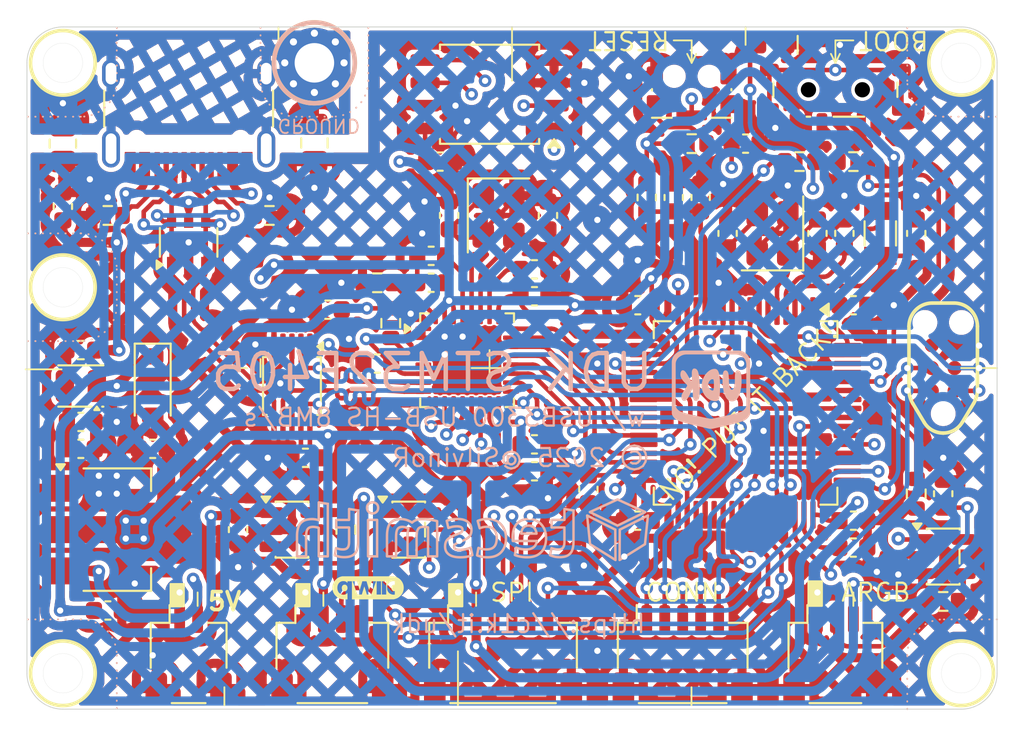
<source format=kicad_pcb>
(kicad_pcb (version 20241229) (generator "pcbnew") (generator_version "9.0")
  (layers (0 "F.Cu" signal) (4 "In1.Cu" signal) (6 "In2.Cu" signal) (2 "B.Cu" signal) (13 "F.Paste" user) (15 "B.Paste" user) (5 "F.SilkS" user "F.Silkscreen") (7 "B.SilkS" user "B.Silkscreen") (1 "F.Mask" user) (3 "B.Mask" user) (25 "Edge.Cuts" user))
  (net 0 "")
  (net 1 "GNDREF")
  (net 2 "/CC1")
  (net 3 "GND")
  (net 4 "SDA")
  (net 5 "/CC2")
  (net 6 "SCL")
  (net 7 "+3V3")
  (net 8 "OSC32-IN")
  (net 9 "OSC32-OUT")
  (net 10 "SS{slash}MATRIX-CS")
  (net 11 "ADC1{slash}WKUP{slash}CON1")
  (net 12 "ADC2{slash}CON2")
  (net 13 "SCK")
  (net 14 "CON4")
  (net 15 "RGB-EN2{slash}ADC3")
  (net 16 "STATUS-LED")
  (net 17 "USB-D1+")
  (net 18 "VBUS")
  (net 19 "D-")
  (net 20 "D+")
  (net 21 "CON5")
  (net 22 "+5V")
  (net 23 "VL1")
  (net 24 "ARGB")
  (net 25 "Net-(U2-VCAP_2)")
  (net 26 "Net-(U6-VDDA1.8)")
  (net 27 "Net-(U2-VCAP_1)")
  (net 28 "DATA6")
  (net 29 "XO")
  (net 30 "DATA2")
  (net 31 "DATA4")
  (net 32 "DATA5")
  (net 33 "DATA0")
  (net 34 "XI")
  (net 35 "DATA1")
  (net 36 "RGB")
  (net 37 "DATA7")
  (net 40 "Net-(U3-A)")
  (net 41 "STP")
  (net 43 "Net-(U3-Y)")
  (net 44 "EEPROM-CS")
  (net 45 "Net-(U6-VBUS)")
  (net 46 "Net-(U6-RBIAS)")
  (net 47 "DIR")
  (net 48 "NXT")
  (net 49 "DATA3")
  (net 53 "VLED")
  (net 56 "SWDIO")
  (net 57 "USB-D1-")
  (net 58 "SWCLK")
  (net 60 "USB-D2+")
  (net 61 "USB-D2-")
  (net 63 "MOSI")
  (net 67 "MISO")
  (net 70 "Net-(BOOT1-B)")
  (net 72 "CLK")
  (net 76 "VDDA")
  (net 77 "Net-(D2-A)")
  (net 78 "~{RST}")
  (net 79 "USB_SELECT")
  (net 80 "OSC-IN")
  (net 81 "OSC-OUT")
  (net 82 "BOOT0")
  (net 83 "Net-(RLY1-QOD)")
  (net 85 "RGB-EN1")
  (net 86 "~{RGB-EN1}")
  (net 91 "Net-(C30-Pad1)")
  (net 92 "Net-(C31-Pad1)")
  (footprint "Capacitor_SMD:C_0603_1608Metric" (layer "F.Cu") (at 104.5 61.5)
    (property "Reference" "C31" (hide yes))
    (property "Value" "4u7" (hide yes))
  )
  (footprint "Capacitor_SMD:C_0603_1608Metric" (layer "F.Cu") (at 83.25 71.5 180)
    (property "Reference" "C6" (hide yes))
    (property "Value" "1u" (hide yes))
  )
  (footprint "ts-kicad-lib:Mount_M2_Rel" (layer "F.Cu") (at 92.25 50)
    (property "Reference" "H1" (hide yes))
    (property "Value" "~" (hide yes))
  )
  (footprint "Capacitor_SMD:C_0603_1608Metric" (layer "F.Cu") (at 110.25 63.5)
    (property "Reference" "C7" (hide yes))
    (property "Value" "100n" (hide yes))
  )
  (footprint "Crystal:Crystal_SMD_3225-4Pin_3.2x2.5mm" (layer "F.Cu") (at 102.5 58.5 -90)
    (property "Reference" "Y3" (hide yes))
    (property "Value" "24MHz" (hide yes))
  )
  (footprint "Capacitor_SMD:C_0603_1608Metric" (layer "F.Cu") (at 110.25 75.5)
    (property "Reference" "C9" (hide yes))
    (property "Value" "100n" (hide yes))
  )
  (footprint "Capacitor_SMD:C_0603_1608Metric" (layer "F.Cu") (at 104.5 72.75)
    (property "Reference" "C30" (hide yes))
    (property "Value" "4u7" (hide yes))
  )
  (footprint "Resistor_SMD:R_0603_1608Metric" (layer "F.Cu") (at 96.5 64.5 90)
    (property "Reference" "R9" (hide yes))
    (property "Value" "820R" (hide yes))
  )
  (footprint "Crystal:Crystal_SMD_3215-2Pin_3.2x1.5mm" (layer "F.Cu") (at 123.75 59.5 -90)
    (property "Reference" "Y2" (hide yes))
    (property "Value" "32.768kHz 12.5pF SMD3215-2P" (hide yes))
  )
  (footprint "Package_SO:VSSOP-10_3x3mm_P0.5mm" (layer "F.Cu") (at 91 68 -90)
    (property "Reference" "U5" (hide yes))
    (property "Value" "TS3USB30EDGSR" (hide yes))
  )
  (footprint "Inductor_SMD:L_0603_1608Metric" (layer "F.Cu") (at 110.75 57.5 -90)
    (property "Reference" "FB2" (hide yes))
    (property "Value" "1kΩ@100MHz" (hide yes))
  )
  (footprint "Capacitor_SMD:C_0603_1608Metric" (layer "F.Cu") (at 122.25 77)
    (property "Reference" "C21" (hide yes))
    (property "Value" "2u2" (hide yes))
  )
  (footprint "Package_SO:TSOP-6_1.65x3.05mm_P0.95mm" (layer "F.Cu") (at 85.25 60 90)
    (property "Reference" "Z1" (hide yes))
    (property "Value" "SRV05-4" (hide yes))
  )
  (footprint "Resistor_SMD:R_0603_1608Metric" (layer "F.Cu") (at 119.25 55.5)
    (property "Reference" "R4" (hide yes))
    (property "Value" "10K" (hide yes))
  )
  (footprint "Connector_JST:JST_SH_SM05B-SRSS-TB_1x05-1MP_P1.00mm_Horizontal" (layer "F.Cu") (at 112.75 82.977396)
    (property "Reference" "J6" (hide yes))
    (property "Value" "CONN")
  )
  (footprint "Inductor_SMD:L_0603_1608Metric" (layer "F.Cu") (at 79.25 66 180)
    (property "Reference" "FB1" (hide yes))
    (property "Value" "33Ω@100MHz" (hide yes))
  )
  (footprint "Package_TO_SOT_SMD:SOT-23-5" (layer "F.Cu") (at 127.25 77.5)
    (property "Reference" "U3" (hide yes))
    (property "Value" "NC7SZ125M5X" (hide yes))
  )
  (footprint "Package_TO_SOT_SMD:SOT-23-5" (layer "F.Cu") (at 97.5 76)
    (property "Reference" "U7" (hide yes))
    (property "Value" "SN74LVC1G14DBV" (hide yes))
  )
  (footprint "Resistor_SMD:R_0603_1608Metric" (layer "F.Cu") (at 122.25 55.5 180)
    (property "Reference" "R8" (hide yes))
    (property "Value" "10K" (hide yes))
  )
  (footprint "Inductor_SMD:L_Coilcraft_0805HQ_2012Metric" (layer "F.Cu") (at 79.25 68 180)
    (property "Reference" "PTC1" (hide yes))
    (property "Value" "24V.1A.40A.2A.40mΩ.0805" (hide yes))
  )
  (footprint "Capacitor_SMD:C_0603_1608Metric" (layer "F.Cu") (at 104.5 71.25)
    (property "Reference" "C22" (hide yes))
    (property "Value" "100n" (hide yes))
  )
  (footprint "ts-kicad-lib:Hole_M2" (layer "F.Cu") (at 128.25 50)
    (property "Reference" "H2" (hide yes))
    (property "Value" "~" (hide yes))
    (fp_circle (center 0 0) (end 1.1 0) (stroke (width 0.01)) (fill no) (layer "Edge.Cuts"))
  )
  (footprint "Capacitor_SMD:C_0603_1608Metric" (layer "F.Cu") (at 115.25 59.5 -90)
    (property "Reference" "C10" (hide yes))
    (property "Value" "20p" (hide yes))
  )
  (footprint "Button_Switch_SMD:SW_SPDT_Shouhan_MSK12C02" (layer "F.Cu") (at 121.25 51.5 180)
    (property "Reference" "BOOT1" (hide yes))
    (property "Value" "SW-BOOT" (hide yes))
  )
  (footprint "Capacitor_SMD:C_0603_1608Metric" (layer "F.Cu") (at 79.25 70)
    (property "Reference" "C4" (hide yes))
    (property "Value" "10n" (hide yes))
  )
  (footprint "PCM_SparkFun-LED:LED_0603_1608Metric_Blue" (layer "F.Cu") (at 117.75 49 180)
    (property "Reference" "D2")
    (property "Value" "Blue")
  )
  (footprint "Button_Switch_SMD:SW_SPST_CK_KMS2xxGP" (layer "F.Cu") (at 113.25 51.5 180)
    (property "Reference" "~{RST}1" (hide yes))
    (property "Value" "SW-RESET" (hide yes))
  )
  (footprint "ts-kicad-lib:Hole_M2" (layer "F.Cu") (at 128.25 84)
    (property "Reference" "H3" (hide yes))
    (property "Value" "~" (hide yes))
    (fp_circle (center 0 0) (end 1.1 0) (stroke (width 0.01)) (fill no) (layer "Edge.Cuts"))
  )
  (footprint "Package_QFP:LQFP-64_10x10mm_P0.5mm" (layer "F.Cu") (at 116.25 69.5 -90)
    (property "Reference" "U2" (hide yes))
    (property "Value" "STM32F405RGTx" (hide yes))
  )
  (footprint "Package_DFN_QFN:QFN-32-1EP_5x5mm_P0.5mm_EP3.45x3.45mm" (layer "F.Cu") (at 100.75 66.5625)
    (property "Reference" "U6" (hide yes))
    (property "Value" "USB3300-EZK" (hide yes))
  )
  (footprint "Capacitor_SMD:C_0603_1608Metric" (layer "F.Cu") (at 125.75 59.5 -90)
    (property "Reference" "C14" (hide yes))
    (property "Value" "12p" (hide yes))
  )
  (footprint "Resistor_SMD:R_0805_2012Metric_Pad1.20x1.40mm_HandSolder" (layer "F.Cu") (at 78.25 54.5 -90)
    (property "Reference" "R1" (hide yes))
    (property "Value" "1000K" (hide yes))
  )
  (footprint "Resistor_SMD:R_0603_1608Metric" (layer "F.Cu") (at 125.75 74 -90)
    (property "Reference" "R5" (hide yes))
    (property "Value" "220R" (hide yes))
  )
  (footprint "Capacitor_SMD:C_0603_1608Metric" (layer "F.Cu") (at 88 76 90)
    (property "Reference" "C45" (hide yes))
    (property "Value" "100n" (hide yes))
  )
  (footprint "ts-kicad-lib:Hole_M2" (layer "F.Cu") (at 78.25 50)
    (property "Reference" "H5" (hide yes))
    (property "Value" "~" (hide yes))
    (fp_circle (center 0 0) (end 1.1 0) (stroke (width 0.01)) (fill no) (layer "Edge.Cuts"))
  )
  (footprint "Resistor_SMD:R_0603_1608Metric" (layer "F.Cu") (at 94 76 -90)
    (property "Reference" "R49" (hide yes))
    (property "Value" "100R" (hide yes))
  )
  (footprint "Capacitor_SMD:C_0603_1608Metric" (layer "F.Cu") (at 121.75 59.5 -90)
    (property "Reference" "C16" (hide yes))
    (property "Value" "12p" (hide yes))
  )
  (footprint "Capacitor_SMD:C_0603_1608Metric" (layer "F.Cu") (at 99.75 58.5 90)
    (property "Reference" "C28" (hide yes))
    (property "Value" "9p" (hide yes))
  )
  (footprint "Capacitor_SMD:C_0603_1608Metric" (layer "F.Cu") (at 99.25 55.5)
    (property "Reference" "C20" (hide yes))
    (property "Value" "100n" (hide yes))
  )
  (footprint "Capacitor_SMD:C_0603_1608Metric" (layer "F.Cu") (at 122.25 63.5 180)
    (property "Reference" "C12" (hide yes))
    (property "Value" "100n" (hide yes))
  )
  (footprint "Capacitor_SMD:C_0603_1608Metric" (layer "F.Cu") (at 91.75 72 180)
    (property "Reference" "C32" (hide yes))
    (property "Value" "100n" (hide yes))
  )
  (footprint "Capacitor_SMD:C_0603_1608Metric" (layer "F.Cu") (at 98.75 60.75)
    (property "Reference" "C29" (hide yes))
    (property "Value" "4u7" (hide yes))
  )
  (footprint "Resistor_SMD:R_0603_1608Metric" (layer "F.Cu") (at 80.75 58.5 180)
    (property "Reference" "R3" (hide yes))
    (property "Value" "5K1" (hide yes))
  )
  (footprint "Capacitor_SMD:C_0603_1608Metric" (layer "F.Cu") (at 93 63.75 180)
    (property "Reference" "C23" (hide yes))
    (property "Value" "1u" (hide yes))
  )
  (footprint "Resistor_SMD:R_0603_1608Metric" (layer "F.Cu") (at 113.25 54.5)
    (property "Reference" "R6" (hide yes))
    (property "Value" "10K" (hide yes))
  )
  (footprint "ts-kicad-lib:Hole_M2" (layer "F.Cu") (at 78.25 84)
    (property "Reference" "H4" (hide yes))
    (property "Value" "~" (hide yes))
    (fp_circle (center 0 0) (end 1.1 0) (stroke (width 0.01)) (fill no) (layer "Edge.Cuts"))
  )
  (footprint "Capacitor_SMD:C_0603_1608Metric" (layer "F.Cu") (at 127.25 74 90)
    (property "Reference" "C17" (hide yes))
    (property "Value" "1n" (hide yes))
  )
  (footprint "Capacitor_SMD:C_0805_2012Metric_Pad1.18x1.45mm_HandSolder" (layer "F.Cu") (at 92.25 54.4625 -90)
    (property "Reference" "C3" (hide yes))
    (property "Value" "4n7" (hide yes))
  )
  (footprint "PCM_marbastlib-various:CON_TC2030_outlined" (layer "F.Cu") (at 127.25 67 90)
    (property "Reference" "J5" (hide yes))
    (property "Value" "TC2030_SWD" (hide yes))
  )
  (footprint "Capacitor_SMD:C_0603_1608Metric" (layer "F.Cu") (at 104.5 63)
    (property "Reference" "C24" (hide yes))
    (property "Value" "100n" (hide yes))
  )
  (footprint "Connector_JST:JST_SH_SM06B-SRSS-TB_1x06-1MP_P1.00mm_Horizontal" (layer "F.Cu") (at 102.75 82.977396)
    (property "Reference" "J4" (hide yes))
    (property "Value" "SPI")
  )
  (footprint "ts-kicad-lib:Hole_M2" (layer "F.Cu") (at 78.25 62.5)
    (property "Reference" "H6" (hide yes))
    (property "Value" "~" (hide yes))
    (fp_circle (center 0 0) (end 1.1 0) (stroke (width 0.01)) (fill no) (layer "Edge.Cuts"))
  )
  (footprint "Package_TO_SOT_SMD:SOT-23-6" (layer "F.Cu") (at 91 76)
    (property "Reference" "RLY1" (hide yes))
    (property "Value" "TPS22810" (hide yes))
  )
  (footprint "Resistor_SMD:R_0603_1608Metric" (layer "F.Cu") (at 127.25 80)
    (property "Reference" "R7" (hide yes))
    (property "Value" "220R" (hide yes))
  )
  (footprint "PCM_marbastlib-various:USB_C_Receptacle_HRO_TYPE-C-31-M-12" (layer "F.Cu") (at 85.25 51.65 180)
    (property "Reference" "J2" (hide yes))
    (property "Value" "USB_C_Receptacle" (hide yes))
  )
  (footprint "Capacitor_SMD:C_0603_1608Metric" (layer "F.Cu") (at 107.5 73.75 -90)
    (property "Reference" "C18" (hide yes))
    (property "Value" "2u2" (hide yes))
  )
  (footprint "Connector_JST:JST_SH_SM02B-SRSS-TB_1x02-1MP_P1.00mm_Horizontal" (layer "F.Cu") (at 85.25 82.977396)
    (property "Reference" "J1" (hide yes))
    (property "Value" "5V")
  )
  (footprint "Capacitor_SMD:C_0603_1608Metric" (layer "F.Cu") (at 113.75 57.5 -90)
    (property "Reference" "C15" (hide yes))
    (property "Value" "1u" (hide yes))
  )
  (footprint "Capacitor_SMD:C_0603_1608Metric" (layer "F.Cu") (at 78.25 58 90)
    (property "Reference" "C1" (hide yes))
    (property "Value" "10n" (hide yes))
  )
  (footprint "Capacitor_SMD:C_0603_1608Metric" (layer "F.Cu") (at 79.25 71.5)
    (property "Reference" "C5" (hide yes))
    (property "Value" "4u7" (hide yes))
  )
  (footprint "Connector_JST:JST_SH_SM04B-SRSS-TB_1x04-1MP_P1.00mm_Horizontal" (layer "F.Cu") (at 93.25 82.977396)
    (property "Reference" "J3" (hide yes))
    (property "Value" "QWIIC")
  )
  (footprint "Capacitor_SMD:C_0603_1608Metric" (layer "F.Cu") (at 122.25 75.5 180)
    (property "Reference" "C11" (hide yes))
    (property "Value" "100n" (hide yes))
  )
  (footprint "Package_SO:SOIC-8_5.3x5.3mm_P1.27mm" (layer "F.Cu") (at 102 51.75 180)
    (property "Reference" "U4" (hide yes))
    (property "Value" "MB85RS64" (hide yes))
  )
  (footprint "Resistor_SMD:R_0603_1608Metric" (layer "F.Cu") (at 95.75 62.25 180)
    (property "Reference" "R10" (hide yes))
    (property "Value" "12K" (hide yes))
  )
  (footprint "Resistor_SMD:R_0603_1608Metric" (layer "F.Cu") (at 89.75 58.5)
    (property "Reference" "R2" (hide yes))
    (property "Value" "5K1" (hide yes))
  )
  (footprint "Crystal:Crystal_SMD_3225-4Pin_3.2x2.5mm" (layer "F.Cu") (at 117.75 59.5 90)
    (property "Reference" "Y1" (hide yes))
    (property "Value" "25MHz 20pF SMD3225-4P" (hide yes))
  )
  (footprint "Capacitor_SMD:C_0603_1608Metric" (layer "F.Cu") (at 98.75 62.25 180)
    (property "Reference" "C25" (hide yes))
    (property "Value" "100n" (hide yes))
  )
  (footprint "Capacitor_SMD:C_0603_1608Metric" (layer "F.Cu") (at 116.25 54.5)
    (property "Reference" "C19" (hide yes))
    (property "Value" "100n" (hide yes))
  )
  (footprint "Capacitor_SMD:C_0603_1608Metric" (layer "F.Cu") (at 120.25 59.5 90)
    (property "Reference" "C8" (hide yes))
    (property "Value" "20p" (hide yes))
  )
  (footprint "Package_TO_SOT_SMD:SOT-223-3_TabPin2" (layer "F.Cu") (at 81.25 76)
    (property "Reference" "U1" (hide yes))
    (property "Value" "AMS1117-3.3" (hide yes))
  )
  (footprint "Connector_JST:JST_SH_SM03B-SRSS-TB_1x03-1MP_P1.00mm_Horizontal" (layer "F.Cu") (at 121.25 82.977396)
    (property "Reference" "J7" (hide yes))
    (property "Value" "ARGB")
  )
  (footprint "Diode_SMD:D_SOD-123" (layer "F.Cu") (at 83.25 68 -90)
    (property "Reference" "D1" (hide yes))
    (property "Value" "B5819W_SL" (hide yes))
  )
  (footprint "Capacitor_SMD:C_0603_1608Metric" (layer "F.Cu") (at 112.25 57.5 -90)
    (property "Reference" "C13" (hide yes))
    (property "Value" "10n" (hide yes))
  )
  (footprint "Capacitor_SMD:C_0603_1608Metric" (layer "F.Cu") (at 95.75 66.75 180)
    (property "Reference" "C27" (hide yes))
    (property "Value" "100n" (hide yes))
  )
  (footprint "Capacitor_SMD:C_0603_1608Metric" (layer "F.Cu") (at 105.25 58.5 90)
    (property "Reference" "C26" (hide yes))
    (property "Value" "9p" (hide yes))
  )
  (footprint "PCM_SparkFun-Aesthetic:qwiic_4mm" (layer "F.Cu") (at 95.237177 79.233296)
    (property "Reference" "G***" (hide yes))
    (property "Value" "LOGO" (hide yes))
  )
  (footprint "Capacitor_SMD:C_0603_1608Metric" (layer "F.Cu") (at 80.75486 80.503252)
    (property "Reference" "C2" (hide yes))
    (property "Value" "1u")
  )
  (footprint "ts-logos-lib:UDK_5mm" (layer "B.Cu") (at 114.25 68.25 180)
    (property "Reference" "REF**" (hide yes))
    (property "Value" "UDK_5mm" (hide yes))
  )
  (footprint "ts-logos-lib:Tecsmith_20mm" (layer "B.Cu") (at 101.25 76 180)
    (property "Reference" "REF**" (hide yes))
    (property "Value" "" (hide yes))
  )
  (gr_poly (pts (xy 99.75 60.75) (xy 99.25 61.25) (xy 99.75 61.75)) (stroke (width 0.508)) (fill yes) (layer "B.Cu") (net 7))
  (gr_poly (pts (xy 89.75 61) (xy 89 61.75) (xy 89.5 62.25) (xy 90.25 61.5)) (fill yes) (layer "B.Cu") (net 7))
  (gr_poly (pts (xy 103.75 71.75) (xy 103.75 71) (xy 104.5 71.75)) (stroke (width 0.508)) (fill yes) (layer "B.Cu") (net 7))
  (gr_poly (pts (xy 92.5 70.75) (xy 93 71.25) (xy 93.5 70.75)) (stroke (width 0.508)) (fill yes) (layer "B.Cu") (net 7))
  (gr_poly (pts (xy 100.75 72.75) (xy 101.25 73.25) (xy 101.75 72.75)) (stroke (width 0.508)) (fill yes) (layer "B.Cu") (net 7))
  (gr_line (start 113.25 50) (end 113 49.5) (stroke (width 0.1)) (layer "F.SilkS"))
  (gr_line (start 85.75 80.25) (end 85.75 79.5) (stroke (width 0.1)) (layer "F.SilkS"))
  (gr_circle (center 78.25 84) (end 80.05 84) (stroke (width 0.2)) (fill no) (layer "F.SilkS"))
  (gr_line (start 101 67) (end 103 67) (stroke (width 0.1)) (layer "F.SilkS"))
  (gr_line (start 121.25 50) (end 121 49.5) (stroke (width 0.1)) (layer "F.SilkS"))
  (gr_line (start 121.25 48.75) (end 121.25 50) (stroke (width 0.1)) (layer "F.SilkS"))
  (gr_line (start 112.25 48.75) (end 113.25 48.75) (stroke (width 0.1)) (layer "F.SilkS"))
  (gr_line (start 92.75 80.25) (end 92.75 79.5) (stroke (width 0.1)) (layer "F.SilkS"))
  (gr_circle (center 78.25 62.5) (end 80.05 62.5) (stroke (width 0.2)) (fill no) (layer "F.SilkS"))
  (gr_circle (center 92.25 50) (end 94.5 50) (stroke (width 0.254)) (fill no) (layer "F.SilkS"))
  (gr_line (start 101.25 80.25) (end 101.25 79.5) (stroke (width 0.1)) (layer "F.SilkS"))
  (gr_line (start 113.25 50) (end 113.5 49.5) (stroke (width 0.1)) (layer "F.SilkS"))
  (gr_line (start 121.25 50) (end 121.5 49.5) (stroke (width 0.1)) (layer "F.SilkS"))
  (gr_line (start 122.25 80.25) (end 122.25 79.5) (stroke (width 0.1)) (layer "F.SilkS"))
  (gr_line (start 116.25 48) (end 116.25 49) (stroke (width 0.1)) (layer "F.SilkS"))
  (gr_line (start 122.25 48.75) (end 121.25 48.75) (stroke (width 0.1)) (layer "F.SilkS"))
  (gr_line (start 90.25 48) (end 90.25 49) (stroke (width 0.1)) (layer "F.SilkS"))
  (gr_rect (start 91.239103 79.027396) (end 91.989103 80.277396) (stroke (width 0.1)) (fill yes) (layer "F.SilkS"))
  (gr_circle (center 128.25 50) (end 130.05 50) (stroke (width 0.2)) (fill no) (layer "F.SilkS"))
  (gr_line (start 128.25 67) (end 130.25 67) (stroke (width 0.1)) (layer "F.SilkS"))
  (gr_line (start 103.25 48) (end 103.25 51) (stroke (width 0.1)) (layer "F.SilkS"))
  (gr_line (start 89.25 66.5) (end 89.25 67.5) (stroke (width 0.1)) (layer "F.SilkS"))
  (gr_rect (start 84.239103 79.027396) (end 84.989103 80.277396) (stroke (width 0.1)) (fill yes) (layer "F.SilkS"))
  (gr_rect (start 99.739103 79.027396) (end 100.489103 80.277396) (stroke (width 0.1)) (fill yes) (layer "F.SilkS"))
  (gr_line (start 113.25 48.75) (end 113.25 50) (stroke (width 0.1)) (layer "F.SilkS"))
  (gr_rect (start 119.744192 78.875) (end 120.504467 80.252325) (stroke (width 0.1)) (fill yes) (layer "F.SilkS"))
  (gr_line (start 87.239103 85.777396) (end 87.239103 84.777396) (stroke (width 0.1)) (layer "F.SilkS"))
  (gr_line (start 102 66) (end 102 68) (stroke (width 0.1)) (layer "F.SilkS"))
  (gr_circle (center 78.25 50) (end 80.05 50) (stroke (width 0.2)) (fill no) (layer "F.SilkS"))
  (gr_line (start 113.239103 85.777396) (end 113.239103 84.777396) (stroke (width 0.1)) (layer "F.SilkS"))
  (gr_line (start 76.17732 67.07268) (end 78.17732 67.07268) (stroke (width 0.1)) (layer "F.SilkS"))
  (gr_line (start 87.5 67) (end 88.5 67) (stroke (width 0.1)) (layer "F.SilkS"))
  (gr_circle (center 128.25 84) (end 130.05 84) (stroke (width 0.2)) (fill no) (layer "F.SilkS"))
  (gr_line (start 100.239103 85.777396) (end 100.239103 82.777396) (stroke (width 0.1)) (layer "F.SilkS"))
  (gr_arc (start 81.250001 63.5) (mid 80.664215 64.914214) (end 79.250001 65.5) (stroke (width 0.1) (type dot)) (layer "B.SilkS"))
  (gr_line (start 89.25 51) (end 89.25 48) (stroke (width 0.1) (type dot)) (layer "B.SilkS"))
  (gr_line (start 79.25 53) (end 76.25 53) (stroke (width 0.1) (type dot)) (layer "B.SilkS"))
  (gr_arc (start 127.25 53) (mid 125.835786 52.414214) (end 125.25 51) (stroke (width 0.1) (type dot)) (layer "B.SilkS"))
  (gr_line (start 95.25 51) (end 95.25 48) (stroke (width 0.1) (type dot)) (layer "B.SilkS"))
  (gr_line (start 81.25 51) (end 81.25 48) (stroke (width 0.1) (type dot)) (layer "B.SilkS"))
  (gr_arc (start 79.25 81) (mid 80.664214 81.585786) (end 81.25 83) (stroke (width 0.1) (type dot)) (layer "B.SilkS"))
  (gr_line (start 81.25 83) (end 81.25 86) (stroke (width 0.1) (type dot)) (layer "B.SilkS"))
  (gr_line (start 79.25 81) (end 76.25 81) (stroke (width 0.1) (type dot)) (layer "B.SilkS"))
  (gr_circle (center 92.25 50) (end 94.5 50) (stroke (width 0.254)) (fill no) (layer "B.SilkS"))
  (gr_arc (start 79.25 59.5) (mid 80.664214 60.085786) (end 81.250001 61.5) (stroke (width 0.1) (type dot)) (layer "B.SilkS"))
  (gr_line (start 125.25 86) (end 125.25 83) (stroke (width 0.1) (type dot)) (layer "B.SilkS"))
  (gr_line (start 125.25 51) (end 125.25 48) (stroke (width 0.1) (type dot)) (layer "B.SilkS"))
  (gr_arc (start 95.25 50.999999) (mid 94.664214 52.414213) (end 93.25 53) (stroke (width 0.1) (type dot)) (layer "B.SilkS"))
  (gr_line (start 130.25 81) (end 127.25 81) (stroke (width 0.1) (type dot)) (layer "B.SilkS"))
  (gr_line (start 79.250001 65.5) (end 76.250001 65.5) (stroke (width 0.1) (type dot)) (layer "B.SilkS"))
  (gr_line (start 127.25 53) (end 130.25 53) (stroke (width 0.1) (type dot)) (layer "B.SilkS"))
  (gr_line (start 93.25 53) (end 91.25 53) (stroke (width 0.1) (type dot)) (layer "B.SilkS"))
  (gr_arc (start 81.25 51) (mid 80.664214 52.414214) (end 79.25 53) (stroke (width 0.1) (type dot)) (layer "B.SilkS"))
  (gr_arc (start 91.25 53) (mid 89.835786 52.414214) (end 89.25 51) (stroke (width 0.1) (type dot)) (layer "B.SilkS"))
  (gr_line (start 79.250001 59.5) (end 76.250001 59.5) (stroke (width 0.1) (type dot)) (layer "B.SilkS"))
  (gr_line (start 81.250001 61.5) (end 81.250001 63.5) (stroke (width 0.1) (type dot)) (layer "B.SilkS"))
  (gr_arc (start 125.25 83) (mid 125.835786 81.585786) (end 127.25 81) (stroke (width 0.1) (type dot)) (layer "B.SilkS"))
  (gr_arc (start 130.25 84) (mid 129.664214 85.414214) (end 128.25 86) (stroke (width 0.05)) (layer "Edge.Cuts"))
  (gr_arc (start 76.25 50) (mid 76.835786 48.585786) (end 78.25 48) (stroke (width 0.05)) (layer "Edge.Cuts"))
  (gr_line (start 78.25 86) (end 128.25 86) (stroke (width 0.05)) (layer "Edge.Cuts"))
  (gr_arc (start 78.25 86) (mid 76.835786 85.414214) (end 76.25 84) (stroke (width 0.05)) (layer "Edge.Cuts"))
  (gr_line (start 128.25 48) (end 78.25 48) (stroke (width 0.05)) (layer "Edge.Cuts"))
  (gr_line (start 130.25 84) (end 130.25 50) (stroke (width 0.05)) (layer "Edge.Cuts"))
  (gr_line (start 76.25 50) (end 76.25 84) (stroke (width 0.05)) (layer "Edge.Cuts"))
  (gr_arc (start 128.25 48) (mid 129.664214 48.585786) (end 130.25 50) (stroke (width 0.05)) (layer "Edge.Cuts"))
  (gr_text "CONN" (at 112.739103 79.5 0) (layer "F.SilkS") (effects (font (size 1 1) (thickness 0.125))))
  (gr_text "5V" (at 87.25 80 0) (layer "F.SilkS") (effects (font (size 1 1) (thickness 0.2) (bold yes))))
  (gr_text "RESET" (at 109.75 48.75 180) (layer "F.SilkS") (effects (font (size 1 1) (thickness 0.125))))
  (gr_text "NO! PUT IT BACK!" (at 112.09 74.61 45) (layer "F.SilkS") (effects (font (size 1 1) (thickness 0.125)) (justify left bottom)))
  (gr_text "SPI" (at 103.25 79.5 0) (layer "F.SilkS") (effects (font (size 1 1) (thickness 0.125))))
  (gr_text "BOOT" (at 124.5 48.75 180) (layer "F.SilkS") (effects (font (size 1 1) (thickness 0.125))))
  (gr_text "ARGB" (at 123.5 79.5 0) (layer "F.SilkS") (effects (font (size 1 1) (thickness 0.125))))
  (gr_text "© 2025 @SilvinoR" (at 111 72 0) (layer "B.SilkS") (effects (font (size 1 1) (thickness 0.125)) (justify left mirror)))
  (gr_text "https://c1k.it/udk" (at 110.75 81.25 0) (layer "B.SilkS") (effects (font (size 1 1) (thickness 0.125)) (justify left mirror)))
  (gr_text "UDK STM32F405" (at 111.25 67.25 0) (layer "B.SilkS") (effects (font (size 2 2) (thickness 0.25)) (justify left mirror)))
  (gr_text "GROUND" (at 92.5 53.5 180) (layer "B.SilkS") (effects (font (size 0.75 0.75) (thickness 0.1)) (justify mirror)))
  (gr_text "w/ USB3300 USB-HS 8MB/s" (at 110.75 69.75 0) (layer "B.SilkS") (effects (font (size 1 1) (thickness 0.125)) (justify left mirror)))
  (segment (start 124.925 50.4) (end 121.25 50.4) (width 0.254) (layer "F.Cu") (net 1))
  (segment (start 113.25 52.925) (end 113.25 52) (width 0.254) (layer "F.Cu") (net 1))
  (segment (start 124.925 52.6) (end 124.925 50.4) (width 0.254) (layer "F.Cu") (net 1))
  (segment (start 78.25 53.5) (end 78.25 52.25) (width 0.508) (layer "F.Cu") (net 1))
  (segment (start 121.25 50.4) (end 117.575 50.4) (width 0.254) (layer "F.Cu") (net 1))
  (segment (start 117.575 52.6) (end 117.575 50.4) (width 0.254) (layer "F.Cu") (net 1))
  (via (at 121.25 50.4) (size 0.7) (drill 0.35) (layers "F.Cu" "B.Cu") (net 1))
  (via (at 113.25 52) (size 0.7) (drill 0.35) (layers "F.Cu" "B.Cu") (net 1))
  (via (at 78.25 52.25) (size 0.7) (drill 0.35) (layers "F.Cu" "B.Cu") (net 1))
  (segment (start 87.922959 57.822) (end 87.387358 57.286399) (width 0.254) (layer "F.Cu") (net 2))
  (segment (start 87.069237 57.286399) (end 86.5 56.717162) (width 0.254) (layer "F.Cu") (net 2))
  (segment (start 87.387358 57.286399) (end 87.069237 57.286399) (width 0.254) (layer "F.Cu") (net 2))
  (segment (start 88.925 58.5) (end 88.247 57.822) (width 0.254) (layer "F.Cu") (net 2))
  (segment (start 86.5 56.717162) (end 86.5 55.695) (width 0.254) (layer "F.Cu") (net 2))
  (segment (start 88.247 57.822) (end 87.922959 57.822) (width 0.254) (layer "F.Cu") (net 2))
  (segment (start 88 78.089986) (end 88.002324 78.09231) (width 0.508) (layer "F.Cu") (net 3))
  (segment (start 82.475 71.775) (end 81.25 73) (width 0.254) (layer "F.Cu") (net 3))
  (segment (start 92.25 55.5) (end 92.25 56.9625) (width 0.508) (layer "F.Cu") (net 3))
  (segment (start 118.6 56.83638) (end 118.600418 56.835962) (width 0.254) (layer "F.Cu") (net 3))
  (segment (start 105.275 61.5) (end 105.275 63) (width 0.254) (layer "F.Cu") (net 3))
  (segment (start 97.975 60.75) (end 97.975 59.98542) (width 0.254) (layer "F.Cu") (net 3))
  (segment (start 111.831605 66.058395) (end 111.714395 66.175605) (width 0.254) (layer "F.Cu") (net 3))
  (segment (start 106 61.5) (end 108 59.5) (width 0.254) (layer "F.Cu") (net 3))
  (segment (start 91.75 80.966499) (end 91.739103 80.977396) (width 0.508) (layer "F.Cu") (net 3))
  (segment (start 115.25 58.725) (end 115.25 57.21042) (width 0.254) (layer "F.Cu") (net 3))
  (segment (start 89.079018 65.8) (end 88.963449 65.684431) (width 0.254) (layer "F.Cu") (net 3))
  (segment (start 89.75 57.15542) (end 89.75 57.5) (width 0.4064) (layer "F.Cu") (net 3))
  (segment (start 125.75 58.725) (end 125.75 57.411996) (width 0.254) (layer "F.Cu") (net 3))
  (segment (start 123.025 77) (end 123.025 77.61086) (width 0.254) (layer "F.Cu") (net 3))
  (segment (start 84.75 80.966499) (end 84.739103 80.977396) (width 0.508) (layer "F.Cu") (net 3))
  (segment (start 105.5875 51.115) (end 105.5875 49.845) (width 0.254) (layer "F.Cu") (net 3))
  (segment (start 101.65 59.35) (end 101.65 59.6) (width 0.254) (layer "F.Cu") (net 3))
  (segment (start 120.25 80.966499) (end 120.239103 80.977396) (width 0.508) (layer "F.Cu") (net 3))
  (segment (start 113.75 56.725) (end 112.25 56.725) (width 0.254) (layer "F.Cu") (net 3))
  (segment (start 94.325375 66.100375) (end 94.975 66.75) (width 0.254) (layer "F.Cu") (net 3))
  (segment (start 80.75 57.15542) (end 80.75 57.5) (width 0.4064) (layer "F.Cu") (net 3))
  (segment (start 109.475 63.5) (end 109.475 64.10458) (width 0.254) (layer "F.Cu") (net 3))
  (segment (start 111.2 50.7) (end 111.852421 50.047579) (width 0.254) (layer "F.Cu") (net 3))
  (segment (start 120.25 79.5) (end 120.25 80.966499) (width 0.508) (layer "F.Cu") (net 3))
  (segment (start 82.475 71.5) (end 82.475 71.775) (width 0.254) (layer "F.Cu") (net 3))
  (segment (start 105.275 74.225) (end 105.25 74.25) (width 0.254) (layer "F.Cu") (net 3))
  (segment (start 105.275 72.75) (end 105.275 74.225) (width 0.254) (layer "F.Cu") (net 3))
  (segment (start 117.025 54.5) (end 117.029933 54.5) (width 0.254) (layer "F.Cu") (net 3))
  (segment (start 113.75 56.725) (end 114.975 56.725) (width 0.254) (layer "F.Cu") (net 3))
  (segment (start 114.975 56.725) (end 115 56.75) (width 0.254) (layer "F.Cu") (net 3))
  (segment (start 100.25 79.5) (end 100.25 80.966499) (width 0.508) (layer "F.Cu") (net 3))
  (segment (start 80.025 70) (end 80.025 71.5) (width 0.508) (layer "F.Cu") (net 3))
  (segment (start 100.103151 52.385) (end 100.1032 52.384951) (width 0.254) (layer "F.Cu") (net 3))
  (segment (start 109.5 75.525) (end 109.475 75.5) (width 0.254) (layer "F.Cu") (net 3))
  (segment (start 118.6 58.65) (end 116.9 60.35) (width 0.254) (layer "F.Cu") (net 3))
  (segment (start 100.25 80.966499) (end 100.239103 80.977396) (width 0.508) (layer "F.Cu") (net 3))
  (segment (start 89.065088 76.14879) (end 88.587668 76.62621) (width 0.508) (layer "F.Cu") (net 3))
  (segment (start 99.75 57.725) (end 98.38168 57.725) (width 0.254) (layer "F.Cu") (net 3))
  (segment (start 105.275 71.25) (end 105.275 72.75) (width 0.254) (layer "F.Cu") (net 3))
  (segment (start 107.25 78) (end 107.25 75.85521) (width 0.254) (layer "F.Cu") (net 3))
  (segment (start 103.35 57.4) (end 103.35 57.65) (width 0.254) (layer "F.Cu") (net 3))
  (segment (start 110.59242 65.222) (end 111.54679 65.222) (width 0.254) (layer "F.Cu") (net 3))
  (segment (start 126.1125 78.45) (end 124.8 78.45) (width 0.254) (layer "F.Cu") (net 3))
  (segment (start 101.325 59.275) (end 101.4 59.35) (width 0.254) (layer "F.Cu") (net 3))
  (segment (start 123.025 63.5) (end 124.5 63.5) (width 0.254) (layer "F.Cu") (net 3))
  (segment (start 119 53.45) (end 118.079933 53.45) (width 0.254) (layer "F.Cu") (net 3))
  (segment (start 112.570841 49.75) (end 113.929159 49.75) (width 0.254) (layer "F.Cu") (net 3))
  (segment (start 129.23 65.73) (end 129.25 65.75) (width 0.254) (layer "F.Cu") (net 3))
  (segment (start 98.38168 57.725) (end 98.380499 57.726181) (width 0.254) (layer "F.Cu") (net 3))
  (segment (start 105.275 61.5) (end 106 61.5) (width 0.254) (layer "F.Cu") (net 3))
  (segment (start 98.16371 64.16371) (end 98.121189 64.121189) (width 0.254) (layer "F.Cu") (net 3))
  (segment (start 85.25 61.16) (end 85.25 60) (width 0.254) (layer "F.Cu") (net 3))
  (segment (start 97.975 62.25) (end 97.975 60.75) (width 0.254) (layer "F.Cu") (net 3))
  (segment (start 114.64758 50.04758) (end 115.3 50.7) (width 0.254) (layer "F.Cu") (net 3))
  (segment (start 127.885 65.73) (end 129.23 65.73) (width 0.254) (layer "F.Cu") (net 3))
  (segment (start 109.77258 61.47742) (end 110.25 61) (width 0.254) (layer "F.Cu") (net 3))
  (segment (start 90 65.8) (end 89.079018 65.8) (width 0.254) (layer "F.Cu") (net 3))
  (segment (start 88.228458 76.775) (end 88 76.775) (width 0.508) (layer "F.Cu") (net 3))
  (segment (start 117.029933 54.5) (end 117.904773 53.62516) (width 0.254) (layer "F.Cu") (net 3))
  (segment (start 98.4125 52.385) (end 100.103151 52.385) (width 0.254) (layer "F.Cu") (net 3))
  (segment (start 109.5 77.5) (end 109.5 75.525) (width 0.254) (layer "F.Cu") (net 3))
  (segment (start 78.4 74) (end 78.1 73.7) (width 0.254) (layer "F.Cu") (net 3))
  (segment (start 118.079933 53.45) (end 117.904773 53.62516) (width 0.254) (layer "F.Cu") (net 3))
  (segment (start 115.10121 56.85121) (end 115 56.75) (width 0.254) (layer "F.Cu") (net 3))
  (segment (start 98.12379 59.62621) (end 98.25 59.5) (width 0.254) (layer "F.Cu") (net 3))
  (segment (start 98.3125 65.3125) (end 98.3125 64.8125) (width 0.254) (layer "F.Cu") (net 3))
  (segment (start 92.225 63.75) (end 91 63.75) (width 0.254) (layer "F.Cu") (net 3))
  (segment (start 109.8 50.7) (end 109.75 50.75) (width 0.254) (layer "F.Cu") (net 3))
  (segment (start 111.906 65.58121) (end 111.906 65.87879) (width 0.254) (layer "F.Cu") (net 3))
  (segment (start 108 59.5) (end 108 58.75) (width 0.254) (layer "F.Cu") (net 3))
  (segment (start 118.6 58.4) (end 118.6 56.83638) (width 0.254) (layer "F.Cu") (net 3))
  (segment (start 90.975 72) (end 89.65306 72) (width 0.254) (layer "F.Cu") (net 3))
  (segment (start 82 55.695) (end 80.89879 56.79621) (width 0.4064) (layer "F.Cu") (net 3))
  (segment (start 88 76.775) (end 88 78.089986) (width 0.508) (layer "F.Cu") (net 3))
  (segment (start 84.75 79.5) (end 84.75 80.966499) (width 0.508) (layer "F.Cu") (net 3))
  (segment (start 120.25 60.225) (end 121.75 58.725) (width 0.254) (layer "F.Cu") (net 3))
  (segment (start 121.75 57.403909) (end 121.749705 57.403614) (width 0.254) (layer "F.Cu") (net 3))
  (segment (start 80.025 70) (end 81.25 70) (width 0.508) (layer "F.Cu") (net 3))
  (segment (start 109.62379 64.46379) (end 110.23321 65.07321) (width 0.254) (layer "F.Cu") (net 3))
  (segment (start 111.726395 65.296395) (end 111.831605 65.401605) (width 0.254) (layer "F.Cu") (net 3))
  (segment (start 91.5 70.2) (end 91.5 71.26458) (width 0.254) (layer "F.Cu") (net 3))
  (segment (start 105.5875 51.115) (end 107.275849 51.115) (width 0.254) (layer "F.Cu") (net 3))
  (segment (start 114.5 63.825) (end 114.5 62.5) (width 0.254) (layer "F.Cu") (net 3))
  (segment (start 103.35 57.65) (end 101.65 59.35) (width 0.254) (layer "F.Cu") (net 3))
  (segment (start 111.2 50.7) (end 109.8 50.7) (width 0.254) (layer "F.Cu") (net 3))
  (segment (start 95 66.725) (end 94.975 66.75) (width 0.254) (layer "F.Cu") (net 3))
  (segment (start 105.25 57.725) (end 104.68542 57.725) (width 0.254) (layer "F.Cu") (net 3))
  (segment (start 97.761979 63.972399) (end 97.607788 63.972399) (width 0.254) (layer "F.Cu") (net 3))
  (segment (start 114.5 62.5) (end 114.75 62.25) (width 0.254) (layer "F.Cu") (net 3))
  (segment (start 127.25 73.225) (end 127.25 72) (width 0.254) (layer "F.Cu") (net 3))
  (segment (start 100.17379 53.82621) (end 100.75 53.25) (width 0.254) (layer "F.Cu") (net 3))
  (segment (start 123.025 75.227997) (end 123.025 75.5) (width 0.254) (layer "F.Cu") (net 3))
  (segment (start 91.75 79.5) (end 91.75 80.966499) (width 0.508) (layer "F.Cu") (net 3))
  (segment (start 98.3125 64.8125) (end 98.3125 64.52292) (width 0.254) (layer "F.Cu") (net 3))
  (segment (start 123.025 75.5) (end 123.025 77) (width 0.254) (layer "F.Cu") (net 3))
  (segment (start 94.176585 65.375758) (end 94.176585 65.741165) (width 0.254) (layer "F.Cu") (net 3))
  (segment (start 94.925 62.25) (end 93.75 62.25) (width 0.254) (layer "F.Cu") (net 3))
  (segment (start 107.5 75.39479) (end 107.5 74.525) (width 0.254) (layer "F.Cu") (net 3))
  (segment (start 124.8 78.45) (end 124.75 78.5) (width 0.254) (layer "F.Cu") (net 3))
  (segment (start 88.5 55.695) (end 89.60121 56.79621) (width 0.4064) (layer "F.Cu") (net 3))
  (segment (start 111.53479 66.25) (end 110.575 66.25) (width 0.254) (layer "F.Cu") (net 3))
  (segment (start 107.324395 75.675605) (end 107.425605 75.574395) (width 0.254) (layer "F.Cu") (net 3))
  (segment (start 115.350507 50.649493) (end 115.3 50.7) (width 0.254) (layer "F.Cu") (net 3))
  (segment (start 123.17379 77.97007) (end 123.557368 78.353648) (width 0.254) (layer "F.Cu") (net 3))
  (segment (start 107.275849 51.115) (end 107.276519 51.11567) (width 0.254) (layer "F.Cu") (net 3))
  (segment (start 89.65306 72) (end 89.652869 72.000191) (width 0.254) (layer "F.Cu") (net 3))
  (segment (start 120.25 60.275) (end 120.25 60.225) (width 0.254) (layer "F.Cu") (net 3))
  (segment (start 103.93958 57.4) (end 103.35 57.4) (width 0.254) (layer "F.Cu") (net 3))
  (segment (start 104.32621 57.57621) (end 104.29879 57.54879) (width 0.254) (layer "F.Cu") (net 3))
  (segment (start 109.475 63.5) (end 109.475 62.195841) (width 0.254) (layer "F.Cu") (net 3))
  (segment (start 125.75 57.411996) (end 125.749461 57.411457) (width 0.254) (layer "F.Cu") (net 3))
  (segment (start 118.5375 49) (end 121.5 49) (width 0.254) (layer "F.Cu") (net 3))
  (segment (start 89.8625 76) (end 89.424298 76) (width 0.508) (layer "F.Cu") (net 3))
  (segment (start 91.35121 71.62379) (end 90.975 72) (width 0.254) (layer "F.Cu") (net 3))
  (segment (start 100.025 55.5) (end 100.025 54.18542) (width 0.254) (layer "F.Cu") (net 3))
  (segment (start 121.75 58.725) (end 121.75 57.403909) (width 0.254) (layer "F.Cu") (net 3))
  (via (at 114.75 62.25) (size 0.7) (drill 0.35) (layers "F.Cu" "B.Cu") (net 3))
  (via (at 94.176585 65.375758) (size 0.7) (drill 0.35) (layers "F.Cu" "B.Cu") (net 3))
  (via (at 115 56.75) (size 0.7) (drill 0.35) (layers "F.Cu" "B.Cu") (net 3))
  (via (at 84.75 79.5) (size 0.7) (drill 0.35) (layers "F.Cu" "B.Cu") (net 3))
  (via (at 91.75 79.5) (size 0.7) (drill 0.35) (layers "F.Cu" "B.Cu") (net 3))
  (via (at 107.276519 51.11567) (size 0.7) (drill 0.35) (layers "F.Cu" "B.Cu") (net 3))
  (via (at 108 82.75) (size 0.7) (drill 0.35) (layers "F.Cu" "B.Cu") (net 3))
  (via (at 120.25 79.5) (size 0.7) (drill 0.35) (layers "F.Cu" "B.Cu") (net 3))
  (via (at 89.652869 72.000191) (size 0.7) (drill 0.35) (layers "F.Cu" "B.Cu") (net 3))
  (via (at 123.557368 78.353648) (size 0.7) (drill 0.35) (layers "F.Cu" "B.Cu") (net 3))
  (via (at 92.25 56.9625) (size 0.7) (drill 0.35) (layers "F.Cu" "B.Cu") (net 3))
  (via (at 117 66.75) (size 0.7) (drill 0.35) (layers "F.Cu" "B.Cu") (net 3))
  (via (at 80.25 74) (size 0.7) (drill 0.35) (layers "F.Cu" "B.Cu") (net 3))
  (via (at 100.5 65.25) (size 0.7) (drill 0.35) (layers "F.Cu" "B.Cu") (net 3))
  (via (at 80.25 73) (size 0.7) (drill 0.35) (layers "F.Cu" "B.Cu") (net 3))
  (via (at 81.25 73) (size 0.7) (drill 0.35) (layers "F.Cu" "B.Cu") (net 3))
  (via (at 110.25 61) (size 0.7) (drill 0.35) (layers "F.Cu" "B.Cu") (net 3))
  (via (at 89.75 57.5) (size 0.7) (drill 0.35) (layers "F.Cu" "B.Cu") (net 3))
  (via (at 93.75 62.25) (size 0.7) (drill 0.35) (layers "F.Cu" "B.Cu") (net 3))
  (via (at 124.5 63.5) (size 0.7) (drill 0.35) (layers "F.Cu" "B.Cu") (net 3))
  (via (at 97.607788 63.972399) (size 0.7) (drill 0.35) (layers "F.Cu" "B.Cu") (net 3))
  (via (at 117.25 70.5) (size 0.7) (drill 0.35) (layers "F.Cu" "B.Cu") (net 3))
  (via (at 124.75 78.5) (size 0.75) (drill 0.35) (layers "F.Cu" "B.Cu") (net 3))
  (via (at 90.351712 67.851712) (size 0.7) (drill 0.35) (layers "F.Cu" "B.Cu") (net 3))
  (via (at 121.5 49) (size 0.7) (drill 0.35) (layers "F.Cu" "B.Cu") (net 3))
  (via (at 81.25 74) (size 0.7) (drill 0.35) (layers "F.Cu" "B.Cu") (net 3))
  (via (at 121.749705 57.403614) (size 0.7) (drill 0.35) (layers "F.Cu" "B.Cu") (net 3))
  (via (at 88.002324 78.09231) (size 0.7) (drill 0.35) (layers "F.Cu" "B.Cu") (net 3))
  (via (at 107.25 78) (size 0.7) (drill 0.35) (layers "F.Cu" "B.Cu") (net 3))
  (via (at 88.963449 65.684431) (size 0.7) (drill 0.35) (layers "F.Cu" "B.Cu") (net 3))
  (via (at 117.904773 53.62516) (size 0.7) (drill 0.35) (layers "F.Cu" "B.Cu") (net 3))
  (via (at 108 58.75) (size 0.7) (drill 0.35) (layers "F.Cu" "B.Cu") (net 3))
  (via (at 118.600418 56.835962) (size 0.7) (drill 0.35) (layers "F.Cu" "B.Cu") (net 3))
  (via (at 108 66.75) (size 0.7) (drill 0.35) (layers "F.Cu" "B.Cu") (net 3))
  (via (at 98.25 59.5) (size 0.7) (drill 0.35) (layers "F.Cu" "B.Cu") (net 3))
  (via (at 129.25 65.75) (size 0.7) (drill 0.35) (layers "F.Cu" "B.Cu") (net 3))
  (via (at 91 63.75) (size 0.7) (drill 0.35) (layers "F.Cu" "B.Cu") (net 3))
  (via (at 99.5 66.25) (size 0.7) (drill 0.35) (layers "F.Cu" "B.Cu") (net 3))
  (via (at 83.25 83) (size 0.7) (drill 0.35) (layers "F.Cu" "B.Cu") (net 3))
  (via (at 109.75 50.75) (size 0.7) (drill 0.35) (layers "F.Cu" "B.Cu") (net 3))
  (via (at 125.749461 57.411457) (size 0.7) (drill 0.35) (layers "F.Cu" "B.Cu") (net 3))
  (via (at 79.751498 56.486236) (size 0.7) (drill 0.35) (layers "F.Cu" "B.Cu") (net 3))
  (via (at 82.25 79) (size 0.7) (drill 0.35) (layers "F.Cu" "B.Cu") (net 3))
  (via (at 99.5 65.25) (size 0.7) (drill 0.35) (layers "F.Cu" "B.Cu") (net 3))
  (via (at 80.75 57.5) (size 0.7) (drill 0.35) (layers "F.Cu" "B.Cu") (net 3))
  (via (at 100.75 53.25) (size 0.7) (drill 0.35) (layers "F.Cu" "B.Cu") (net 3))
  (via (at 109.5 77.5) (size 0.7) (drill 0.35) (layers "F.Cu" "B.Cu") (net 3))
  (via (at 85.25 60) (size 0.7) (drill 0.35) (layers "F.Cu" "B.Cu") (net 3))
  (via (at 100.1032 52.384951) (size 0.7) (drill 0.35) (layers "F.Cu" "B.Cu") (net 3))
  (via (at 105.25 74.25) (size 0.7) (drill 0.35) (layers "F.Cu" "B.Cu") (net 3))
  (via (at 100.25 79.5) (size 0.7) (drill 0.35) (layers "F.Cu" "B.Cu") (net 3))
  (via (at 98.380499 57.726181) (size 0.7) (drill 0.35) (layers "F.Cu" "B.Cu") (net 3))
  (via (at 127.25 72) (size 0.75) (drill 0.35) (layers "F.Cu" "B.Cu") (net 3))
  (via (at 81.25 70) (size 0.75) (drill 0.35) (layers "F.Cu" "B.Cu") (net 3))
  (arc (start 97.761979 63.972399) (mid 97.956382 64.011068) (end 98.121189 64.121189) (width 0.254) (layer "F.Cu") (net 3))
  (arc (start 89.424298 76) (mid 89.229895 76.038669) (end 89.065088 76.14879) (width 0.508) (layer "F.Cu") (net 3))
  (arc (start 98.3125 64.52292) (mid 98.273831 64.328517) (end 98.16371 64.16371) (width 0.254) (layer "F.Cu") (net 3))
  (arc (start 91.35121 71.62379) (mid 91.46133 71.458983) (end 91.5 71.26458) (width 0.254) (layer "F.Cu") (net 3))
  (arc (start 97.975 59.98542) (mid 98.013669 59.791017) (end 98.12379 59.62621) (width 0.254) (layer "F.Cu") (net 3))
  (arc (start 100.17379 53.82621) (mid 100.06367 53.991017) (end 100.025 54.18542) (width 0.254) (layer "F.Cu") (net 3))
  (arc (start 109.475 62.195841) (mid 109.552339 61.807034) (end 109.77258 61.47742) (width 0.254) (layer "F.Cu") (net 3))
  (arc (start 94.325375 66.100375) (mid 94.215255 65.935568) (end 94.176585 65.741165) (width 0.254) (layer "F.Cu") (net 3))
  (arc (start 111.714395 66.175605) (mid 111.631992 66.230665) (end 111.53479 66.25) (width 0.254) (layer "F.Cu") (net 3))
  (arc (start 111.906 65.87879) (mid 111.886665 65.975992) (end 111.831605 66.058395) (width 0.254) (layer "F.Cu") (net 3))
  (arc (start 110.23321 65.07321) (mid 110.398017 65.18333) (end 110.59242 65.222) (width 0.254) (layer "F.Cu") (net 3))
  (arc (start 109.62379 64.46379) (mid 109.51367 64.298983) (end 109.475 64.10458) (width 0.254) (layer "F.Cu") (net 3))
  (arc (start 111.906 65.58121) (mid 111.886665 65.484008) (end 111.831605 65.401605) (width 0.254) (layer "F.Cu") (net 3))
  (arc (start 111.54679 65.222) (mid 111.643992 65.241335) (end 111.726395 65.296395) (width 0.254) (layer "F.Cu") (net 3))
  (arc (start 104.29879 57.54879) (mid 104.133983 57.43867) (end 103.93958 57.4) (width 0.254) (layer "F.Cu") (net 3))
  (arc (start 107.25 75.85521) (mid 107.269335 75.758008) (end 107.324395 75.675605) (width 0.254) (layer "F.Cu") (net 3))
  (arc (start 113.929159 49.75) (mid 114.317966 49.827339) (end 114.64758 50.04758) (width 0.254) (layer "F.Cu") (net 3))
  (arc (start 80.89879 56.79621) (mid 80.78867 56.961017) (end 80.75 57.15542) (width 0.4064) (layer "F.Cu") (net 3))
  (arc (start 112.570841 49.75) (mid 112.182035 49.827338) (end 111.852421 50.047579) (width 0.254) (layer "F.Cu") (net 3))
  (arc (start 115.25 57.21042) (mid 115.211331 57.016017) (end 115.10121 56.85121) (width 0.254) (layer "F.Cu") (net 3))
  (arc (start 104.68542 57.725) (mid 104.491017 57.686331) (end 104.32621 57.57621) (width 0.254) (layer "F.Cu") (net 3))
  (arc (start 123.025 77.61086) (mid 123.063669 77.805263) (end 123.17379 77.97007) (width 0.254) (layer "F.Cu") (net 3))
  (arc (start 107.5 75.39479) (mid 107.480665 75.491992) (end 107.425605 75.574395) (width 0.254) (layer "F.Cu") (net 3))
  (arc (start 89.60121 56.79621) (mid 89.71133 56.961017) (end 89.75 57.15542) (width 0.4064) (layer "F.Cu") (net 3))
  (arc (start 88.228458 76.775) (mid 88.422861 76.736331) (end 88.587668 76.62621) (width 0.508) (layer "F.Cu") (net 3))
  (segment (start 116 75.175) (end 116 76.604792) (width 0.254) (layer "F.Cu") (net 4))
  (segment (start 94.46042 79.25) (end 95.03958 79.25) (width 0.254) (layer "F.Cu") (net 4))
  (segment (start 95.39879 79.39879) (end 96.75 80.75) (width 0.254) (layer "F.Cu") (net 4))
  (segment (start 117.425605 77.431823) (end 117.195049 77.201267) (width 0.254) (layer "F.Cu") (net 4))
  (segment (start 117.5 79.5) (end 117.5 77.611428) (width 0.254) (layer "F.Cu") (net 4))
  (segment (start 93.75 80.977396) (end 93.75 79.96042) (width 0.254) (layer "F.Cu") (net 4))
  (segment (start 116.52208 77.126872) (end 116.768542 77.126872) (width 0.254) (layer "F.Cu") (net 4))
  (segment (start 93.89879 79.60121) (end 94.10121 79.39879) (width 0.254) (layer "F.Cu") (net 4))
  (segment (start 116.768542 77.126872) (end 117.015444 77.126872) (width 0.254) (layer "F.Cu") (net 4))
  (segment (start 116.074395 76.784397) (end 116.342475 77.052477) (width 0.254) (layer "F.Cu") (net 4))
  (via (at 117.5 79.5) (size 0.7) (drill 0.35) (layers "F.Cu" "B.Cu") (net 4))
  (via (at 96.75 80.75) (size 0.7) (drill 0.35) (layers "F.Cu" "B.Cu") (net 4))
  (arc (start 116 76.604792) (mid 116.019335 76.701994) (end 116.074395 76.784397) (width 0.254) (layer "F.Cu") (net 4))
  (arc (start 117.195049 77.201267) (mid 117.112646 77.146207) (end 117.015444 77.126872) (width 0.254) (layer "F.Cu") (net 4))
  (arc (start 117.425605 77.431823) (mid 117.480665 77.514226) (end 117.5 77.611428) (width 0.254) (layer "F.Cu") (net 4))
  (arc (start 95.39879 79.39879) (mid 95.233983 79.28867) (end 95.03958 79.25) (width 0.254) (layer "F.Cu") (net 4))
  (arc (start 94.10121 79.39879) (mid 94.266017 79.28867) (end 94.46042 79.25) (width 0.254) (layer "F.Cu") (net 4))
  (arc (start 116.52208 77.126872) (mid 116.424878 77.107537) (end 116.342475 77.052477) (width 0.254) (layer "F.Cu") (net 4))
  (arc (start 93.75 79.96042) (mid 93.788669 79.766017) (end 93.89879 79.60121) (width 0.254) (layer "F.Cu") (net 4))
  (segment (start 96.75 80.75) (end 99.53958 80.75) (width 0.254) (layer "B.Cu") (net 4))
  (segment (start 115.53958 81.25) (end 100.46042 81.25) (width 0.254) (layer "B.Cu") (net 4))
  (segment (start 117.5 79.5) (end 115.89879 81.10121) (width 0.254) (layer "B.Cu") (net 4))
  (segment (start 99.89879 80.89879) (end 100.10121 81.10121) (width 0.254) (layer "B.Cu") (net 4))
  (arc (start 100.46042 81.25) (mid 100.266017 81.211331) (end 100.10121 81.10121) (width 0.254) (layer "B.Cu") (net 4))
  (arc (start 99.89879 80.89879) (mid 99.733983 80.78867) (end 99.53958 80.75) (width 0.254) (layer "B.Cu") (net 4))
  (arc (start 115.89879 81.10121) (mid 115.733983 81.21133) (end 115.53958 81.25) (width 0.254) (layer "B.Cu") (net 4))
  (segment (start 83.5 56.888647) (end 82.388647 58) (width 0.254) (layer "F.Cu") (net 5))
  (segment (start 82.388647 58) (end 82.069561 58) (width 0.254) (layer "F.Cu") (net 5))
  (segment (start 81.575 58.5) (end 81.575 58.494561) (width 0.254) (layer "F.Cu") (net 5))
  (segment (start 83.5 55.695) (end 83.5 56.888647) (width 0.254) (layer "F.Cu") (net 5))
  (segment (start 82.069561 58.005439) (end 81.575 58.5) (width 0.254) (layer "F.Cu") (net 5))
  (segment (start 82.069561 58) (end 82.069561 58.005439) (width 0.254) (layer "F.Cu") (net 5))
  (segment (start 96 81.25) (end 96.60121 81.85121) (width 0.254) (layer "F.Cu") (net 6))
  (segment (start 116.5 76.25) (end 116.5 76.324542) (width 0.254) (layer "F.Cu") (net 6))
  (segment (start 95.876186 81.126186) (end 96 81.25) (width 0.254) (layer "F.Cu") (net 6))
  (segment (start 94.75 80.977396) (end 95.516976 80.977396) (width 0.254) (layer "F.Cu") (net 6))
  (segment (start 116.5 75.175) (end 116.5 76.25) (width 0.254) (layer "F.Cu") (net 6))
  (segment (start 96.96042 82) (end 97.5 82) (width 0.254) (layer "F.Cu") (net 6))
  (segment (start 116.574395 76.504147) (end 116.609046 76.538798) (width 0.254) (layer "F.Cu") (net 6))
  (segment (start 118.25 77.445986) (end 118.25 78.75) (width 0.254) (layer "F.Cu") (net 6))
  (segment (start 117.596812 76.687588) (end 118.175605 77.266381) (width 0.254) (layer "F.Cu") (net 6))
  (segment (start 116.788651 76.613193) (end 117.417207 76.613193) (width 0.254) (layer "F.Cu") (net 6))
  (via (at 118.25 78.75) (size 0.7) (drill 0.35) (layers "F.Cu" "B.Cu") (net 6))
  (via (at 97.5 82) (size 0.7) (drill 0.35) (layers "F.Cu" "B.Cu") (net 6))
  (arc (start 116.5 76.324542) (mid 116.519335 76.421744) (end 116.574395 76.504147) (width 0.254) (layer "F.Cu") (net 6))
  (arc (start 116.788651 76.613193) (mid 116.691449 76.593858) (end 116.609046 76.538798) (width 0.254) (layer "F.Cu") (net 6))
  (arc (start 117.417207 76.613193) (mid 117.514409 76.632528) (end 117.596812 76.687588) (width 0.254) (layer "F.Cu") (net 6))
  (arc (start 96.60121 81.85121) (mid 96.766017 81.96133) (end 96.96042 82) (width 0.254) (layer "F.Cu") (net 6))
  (arc (start 95.876186 81.126186) (mid 95.711379 81.016066) (end 95.516976 80.977396) (width 0.254) (layer "F.Cu") (net 6))
  (arc (start 118.25 77.445986) (mid 118.230665 77.348784) (end 118.175605 77.266381) (width 0.254) (layer "F.Cu") (net 6))
  (segment (start 118.10121 79.89879) (end 116.39879 81.60121) (width 0.254) (layer "B.Cu") (net 6))
  (segment (start 116.03958 81.75) (end 100.35521 81.75) (width 0.254) (layer "B.Cu") (net 6))
  (segment (start 118.25 78.75) (end 118.25 79.53958) (width 0.254) (layer "B.Cu") (net 6))
  (segment (start 100.175605 81.824395) (end 100.074395 81.925605) (width 0.254) (layer "B.Cu") (net 6))
  (segment (start 99.89479 82) (end 97.5 82) (width 0.254) (layer "B.Cu") (net 6))
  (arc (start 116.39879 81.60121) (mid 116.233983 81.711331) (end 116.03958 81.75) (width 0.254) (layer "B.Cu") (net 6))
  (arc (start 100.175605 81.824395) (mid 100.258008 81.769335) (end 100.35521 81.75) (width 0.254) (layer "B.Cu") (net 6))
  (arc (start 100.074395 81.925605) (mid 99.991992 81.980665) (end 99.89479 82) (width 0.254) (layer "B.Cu") (net 6))
  (arc (start 118.25 79.53958) (mid 118.211331 79.733983) (end 118.10121 79.89879) (width 0.254) (layer "B.Cu") (net 6))
  (segment (start 92.75 80.966499) (end 92.739103 80.977396) (width 0.508) (layer "F.Cu") (net 7))
  (segment (start 112.055906 65.07709) (end 112.050943 65.072058) (width 0.254) (layer "F.Cu") (net 7))
  (segment (start 98.3125 67.3125) (end 97.29792 67.3125) (width 0.254) (layer "F.Cu") (net 7))
  (segment (start 111.997272 65.016872) (end 111.994014 65.016827) (width 0.254) (layer "F.Cu") (net 7))
  (segment (start 96.525 66.75) (end 96.504067 66.75) (width 0.254) (layer "F.Cu") (net 7))
  (segment (start 112.41372 66.056093) (end 112.41372 65.73028) (width 0.254) (layer "F.Cu") (net 7))
  (segment (start 120 75.175) (end 120.21458 75.175) (width 0.254) (layer "F.Cu") (net 7))
  (segment (start 112.05079 66.60121) (end 112.26521 66.38679) (width 0.254) (layer "F.Cu") (net 7))
  (segment (start 102.5 63.71042) (end 102.5 64.125) (width 0.254) (layer "F.Cu") (net 7))
  (segment (start 100 64.125) (end 100 63.71042) (width 0.254) (layer "F.Cu") (net 7))
  (segment (start 102.85121 63.14879) (end 102.64879 63.35121) (width 0.254) (layer "F.Cu") (net 7))
  (segment (start 120.96042 63.5) (end 121.475 63.5) (width 0.254) (layer "F.Cu") (net 7))
  (segment (start 101.25 79) (end 101.25 80.966499) (width 0.508) (layer "F.Cu") (net 7))
  (segment (start 121.77621 63.80121) (end 121.475 63.5) (width 0.254) (layer "F.Cu") (net 7))
  (segment (start 103.75 70) (end 103.75 71.225) (width 0.254) (layer "F.Cu") (net 7))
  (segment (start 121.475 75.5) (end 121.475 75.482424) (width 0.254) (layer "F.Cu") (net 7))
  (segment (start 83.87621 70.27621) (end 83.25 69.65) (width 0.508) (layer "F.Cu") (net 7))
  (segment (start 112.26521 65.286394) (end 112.055906 65.07709) (width 0.254) (layer "F.Cu") (net 7))
  (segment (start 109.35121 73.39879) (end 109 73.75) (width 0.254) (layer "F.Cu") (net 7))
  (segment (start 99.75 63.25) (end 99.75 62.68542) (width 0.254) (layer "F.Cu") (net 7))
  (segment (start 98.4125 53.655) (end 98.4125 55.4375) (width 0.254) (layer "F.Cu") (net 7))
  (segment (start 111.025 62.025) (end 111 62) (width 0.254) (layer "F.Cu") (net 7))
  (segment (start 110.75 56.7125) (end 110.75 54.5) (width 0.254) (layer "F.Cu") (net 7))
  (segment (start 112.41372 65.73028) (end 112.414 65.73) (width 0.254) (layer "F.Cu") (net 7))
  (segment (start 120.57379 63.67621) (end 120.60121 63.64879) (width 0.254) (layer "F.Cu") (net 7))
  (segment (start 98.4125 55.4375) (end 98.475 55.5) (width 0.254) (layer "F.Cu") (net 7))
  (segment (start 99.60121 62.32621) (end 99.525 62.25) (width 0.254) (layer "F.Cu") (net 7))
  (segment (start 102.574395 69.824395) (end 102.675605 69.925605) (width 0.254) (layer "F.Cu") (net 7))
  (segment (start 99.5 64.125) (end 99.5 63.71042) (width 0.254) (layer "F.Cu") (net 7))
  (segment (start 93 70.75) (end 93 71.31458) (width 0.254) (layer "F.Cu") (net 7))
  (segment (start 96.93871 67.16371) (end 96.525 66.75) (width 0.254) (layer "F.Cu") (net 7))
  (segment (start 103.87379 63.62379) (end 104.10121 63.85121) (width 0.254) (layer "F.Cu") (net 7))
  (segment (start 99.94879 75.19879) (end 101.10121 76.35121) (width 0.254) (layer "F.Cu") (net 7))
  (segment (start 84.025 71.5) (end 84.025 70.63542) (width 0.508) (layer "F.Cu") (net 7))
  (segment (start 106.39879 63.85121) (end 106.75 63.5) (width 0.254) (layer "F.Cu") (net 7))
  (segment (start 121.475 63.5) (end 121.475 63.81458) (width 0.254) (layer "F.Cu") (net 7))
  (segment (start 103.725 63) (end 103.725 63.26458) (width 0.254) (layer "F.Cu") (net 7))
  (segment (start 120 63.825) (end 120.21458 63.825) (width 0.254) (layer "F.Cu") (net 7))
  (segment (start 110.575 66.75) (end 111.69158 66.75) (width 0.254) (layer "F.Cu") (net 7))
  (segment (start 112.050943 65.072058) (end 111.997272 65.016872) (width 0.254) (layer "F.Cu") (net 7))
  (segment (start 111.994014 65.016827) (end 111.765582 64.788395) (width 0.254) (layer "F.Cu") (net 7))
  (segment (start 92.75 79) (end 92.75 80.966499) (width 0.508) (layer "F.Cu") (net 7))
  (segment (start 121.925 65.75) (end 121.925 65.63542) (width 0.254) (layer "F.Cu") (net 7))
  (segment (start 129.23 68.27) (end 129.25 68.25) (width 0.254) (layer "F.Cu") (net 7))
  (segment (start 120.57379 75.32379) (end 120.60121 75.35121) (width 0.254) (layer "F.Cu") (net 7))
  (segment (start 112.425 54.5) (end 110.75 54.5) (width 0.254) (layer "F.Cu") (net 7))
  (segment (start 121.15 75.175) (end 121.475 75.5) (width 0.254) (layer "F.Cu") (net 7))
  (segment (start 111.585977 64.714) (end 111.50321 64.714) (width 0.254) (layer "F.Cu") (net 7))
  (segment (start 112.414 65.73) (end 112.414 65.645604) (width 0.254) (layer "F.Cu") (net 7))
  (segment (start 92.85121 71.67379) (end 92.525 72) (width 0.254) (layer "F.Cu") (net 7))
  (segment (start 98.475 55.5) (end 97 55.5) (width 0.254) (layer "F.Cu") (net 7))
  (segment (start 123.5 53.45) (end 123.5 53.829159) (width 0.254) (layer "F.Cu") (net 7))
  (segment (start 120.96042 75.5) (end 121.475 75.5) (width 0.254) (layer "F.Cu") (net 7))
  (segment (start 103.75 71.225) (end 103.725 71.25) (width 0.254) (layer "F.Cu") (net 7))
  (segment (start 99.64879 63.35121) (end 99.75 63.25) (width 0.254) (layer "F.Cu") (net 7))
  (segment (start 127.885 68.27) (end 129.23 68.27) (width 0.254) (layer "F.Cu") (net 7))
  (segment (start 102.85521 70) (end 103.75 70) (width 0.254) (layer "F.Cu") (net 7))
  (segment (start 104.46042 64) (end 106.03958 64) (width 0.254) (layer "F.Cu") (net 7))
  (segment (start 103.725 63) (end 103.21042 63) (width 0.254) (layer "F.Cu") (net 7))
  (segment (start 110.575 73.25) (end 109.71042 73.25) (width 0.254) (layer "F.Cu") (net 7))
  (segment (start 96.504067 66.75) (end 95.129825 65.375758) (width 0.254) (layer "F.Cu") (net 7))
  (segment (start 111.323605 64.639605) (end 111.099395 64.415395) (width 0.254) (layer "F.Cu") (net 7))
  (segment (start 98.6375 75.05) (end 99.58958 75.05) (width 0.254) (layer "F.Cu") (net 7))
  (segment (start 110.575 73.25) (end 110.575 74.83958) (width 0.254) (layer "F.Cu") (net 7))
  (segment (start 92.14879 71.62379) (end 92.525 72) (width 0.254) (layer "F.Cu") (net 7))
  (segment (start 121.32621 64.17379) (end 121 64.5) (width 0.254) (layer "F.Cu") (net 7))
  (segment (start 101.25 76.71042) (end 101.25 79) (width 0.254) (layer "F.Cu") (net 7))
  (segment (start 101.25 80.977396) (end 101.25 82.5) (width 0.508) (layer "F.Cu") (net 7))
  (segment (start 111.025 64.23579) (end 111.025 63.5) (width 0.254) (layer "F.Cu") (net 7))
  (segment (start 99.85121 63.35121) (end 99.75 63.25) (width 0.254) (layer "F.Cu") (net 7))
  (segment (start 121.475 75.482424) (end 122.478712 74.478712) (width 0.254) (layer "F.Cu") (net 7))
  (segment (start 99.85121 62.57621) (end 99.525 62.25) (width 0.254) (layer "F.Cu") (net 7))
  (segment (start 102.5 69) (end 102.5 69.64479) (width 0.254) (layer "F.Cu") (net 7))
  (segment (start 123.79758 54.54758) (end 124.5 55.25) (width 0.254) (layer "F.Cu") (net 7))
  (segment (start 121.77621 65.27621) (end 121 64.5) (width 0.254) (layer "F.Cu") (net 7))
  (segment (start 101.25 80.966499) (end 101.239103 80.977396) (width 0.508) (layer "F.Cu") (net 7))
  (segment (start 92 70.2) (end 92 71.26458) (width 0.254) (layer "F.Cu") (net 7))
  (segment (start 111.025 63.5) (end 111.025 62.025) (width 0.254) (layer "F.Cu") (net 7))
  (segment (start 110.72379 75.19879) (end 111.025 75.5) (width 0.254) (layer "F.Cu") (net 7))
  (via (at 103.75 70) (size 0.7) (drill 0.35) (layers "F.Cu" "B.Cu") (net 7))
  (via (at 82.75 75.5) (size 0.7) (drill 0.35) (layers "F.Cu" "B.Cu") (net 7))
  (via (at 97 55.5) (size 0.7) (drill 0.35) (layers "F.Cu" "B.Cu") (net 7))
  (via (at 111 62) (size 0.7) (drill 0.35) (layers "F.Cu" "B.Cu") (net 7))
  (via (at 121 64.5) (size 0.7) (drill 0.35) (layers "F.Cu" "B.Cu") (net 7))
  (via (at 93 70.75) (size 0.7) (drill 0.35) (layers "F.Cu" "B.Cu") (net 7))
  (via (at 81.75 75.5) (size 0.7) (drill 0.35) (layers "F.Cu" "B.Cu") (net 7))
  (via (at 82.75 76.5) (size 0.7) (drill 0.35) (layers "F.Cu" "B.Cu") (net 7))
  (via (at 101.25 79) (size 0.7) (drill 0.35) (layers "F.Cu" "B.Cu") (net 7))
  (via (at 124.5 55.25) (size 0.7) (drill 0.35) (layers "F.Cu" "B.Cu") (net 7))
  (via (at 99.75 63.25) (size 0.7) (drill 0.35) (layers "F.Cu" "B.Cu") (net 7))
  (via (at 106.75 63.5) (size 0.7) (drill 0.35) (layers "F.Cu" "B.Cu") (net 7))
  (via (at 109 73.75) (size 0.7) (drill 0.35) (layers "F.Cu" "B.Cu") (net 7))
  (via (at 101.25 82.5) (size 0.7) (drill 0.35) (layers "F.Cu" "B.Cu") (net 7))
  (via (at 122.478712 74.478712) (size 0.7) (drill 0.35) (layers "F.Cu" "B.Cu") (net 7))
  (via (at 89.25 62) (size 0.7) (drill 0.35) (layers "F.Cu" "B.Cu") (net 7))
  (via (at 129.25 68.25) (size 0.7) (drill 0.35) (layers "F.Cu" "B.Cu") (net 7))
  (via (at 81.75 76.5) (size 0.7) (drill 0.35) (layers "F.Cu" "B.Cu") (net 7))
  (via (at 90 61.25) (size 0.7) (drill 0.35) (layers "F.Cu" "B.Cu") (net 7))
  (via (at 106.75 71.75) (size 0.7) (drill 0.35) (layers "F.Cu" "B.Cu") (net 7))
  (via (at 92.75 79) (size 0.7) (drill 0.35) (layers "F.Cu" "B.Cu") (net 7))
  (via (at 110.75 54.5) (size 0.7) (drill 0.35) (layers "F.Cu" "B.Cu") (net 7))
  (via (at 95.129825 65.375758) (size 0.7) (drill 0.35) (layers "F.Cu" "B.Cu") (net 7))
  (arc (start 120.96042 75.5) (mid 120.766017 75.461331) (end 120.60121 75.35121) (width 0.254) (layer "F.Cu") (net 7))
  (arc (start 120.96042 63.5) (mid 120.766017 63.538669) (end 120.60121 63.64879) (width 0.254) (layer "F.Cu") (net 7))
  (arc (start 99.58958 75.05) (mid 99.783983 75.088669) (end 99.94879 75.19879) (width 0.254) (layer "F.Cu") (net 7))
  (arc (start 112.414 65.645604) (mid 112.37533 65.451201) (end 112.26521 65.286394) (width 0.254) (layer "F.Cu") (net 7))
  (arc (start 120.21458 75.175) (mid 120.408983 75.213669) (end 120.57379 75.32379) (width 0.254) (layer "F.Cu") (net 7))
  (arc (start 99.64879 63.35121) (mid 99.53867 63.516017) (end 99.5 63.71042) (width 0.254) (layer "F.Cu") (net 7))
  (arc (start 111.765582 64.788395) (mid 111.683179 64.733335) (end 111.585977 64.714) (width 0.254) (layer "F.Cu") (net 7))
  (arc (start 103.725 63.26458) (mid 103.763669 63.458983) (end 103.87379 63.62379) (width 0.254) (layer "F.Cu") (net 7))
  (arc (start 111.69158 66.75) (mid 111.885983 66.71133) (end 112.05079 66.60121) (width 0.254) (layer "F.Cu") (net 7))
  (arc (start 109.71042 73.25) (mid 109.516017 73.288669) (end 109.35121 73.39879) (width 0.254) (layer "F.Cu") (net 7))
  (arc (start 83.87621 70.27621) (mid 83.98633 70.441017) (end 84.025 70.63542) (width 0.508) (layer "F.Cu") (net 7))
  (arc (start 99.75 62.68542) (mid 99.711331 62.491017) (end 99.60121 62.32621) (width 0.254) (layer "F.Cu") (net 7))
  (arc (start 102.64879 63.35121) (mid 102.53867 63.516017) (end 102.5 63.71042) (width 0.254) (layer "F.Cu") (net 7))
  (arc (start 102.85121 63.14879) (mid 103.016017 63.03867) (end 103.21042 63) (width 0.254) (layer "F.Cu") (net 7))
  (arc (start 96.93871 67.16371) (mid 97.103517 67.27383) (end 97.29792 67.3125) (width 0.254) (layer "F.Cu") (net 7))
  (arc (start 111.025 64.23579) (mid 111.044335 64.332992) (end 111.099395 64.415395) (width 0.254) (layer "F.Cu") (net 7))
  (arc (start 120.57379 63.67621) (mid 120.408983 63.78633) (end 120.21458 63.825) (width 0.254) (layer "F.Cu") (net 7))
  (arc (start 111.50321 64.714) (mid 111.406008 64.694665) (end 111.323605 64.639605) (width 0.254) (layer "F.Cu") (net 7))
  (arc (start 102.574395 69.824395) (mid 102.519335 69.741992) (end 102.5 69.64479) (width 0.254) (layer "F.Cu") (net 7))
  (arc (start 99.85121 63.35121) (mid 99.96133 63.516017) (end 100 63.71042) (width 0.254) (layer "F.Cu") (net 7))
  (arc (start 121.925 65.63542) (mid 121.886331 65.441017) (end 121.77621 65.27621) (width 0.254) (layer "F.Cu") (net 7))
  (arc (start 123.79758 54.54758) (mid 123.577339 54.217966) (end 123.5 53.829159) (width 0.254) (layer "F.Cu") (net 7))
  (arc (start 101.25 76.71042) (mid 101.211331 76.516017) (end 101.10121 76.35121) (width 0.254) (layer "F.Cu") (net 7))
  (arc (start 93 71.31458) (mid 92.961331 71.508983) (end 92.85121 71.67379) (width 0.254) (layer "F.Cu") (net 7))
  (arc (start 121.32621 64.17379) (mid 121.43633 64.008983) (end 121.475 63.81458) (width 0.254) (layer "F.Cu") (net 7))
  (arc (start 104.10121 63.85121) (mid 104.266017 63.96133) (end 104.46042 64) (width 0.254) (layer "F.Cu") (net 7))
  (arc (start 110.575 74.83958) (mid 110.613669 75.033983) (end 110.72379 75.19879) (width 0.254) (layer "F.Cu") (net 7))
  (arc (start 112.26521 66.38679) (mid 112.370174 66.235286) (end 112.41372 66.056093) (width 0.254) (layer "F.Cu") (net 7))
  (arc (start 92 71.26458) (mid 92.038669 71.458983) (end 92.14879 71.62379) (width 0.254) (layer "F.Cu") (net 7))
  (arc (start 106.39879 63.85121) (mid 106.233983 63.96133) (end 106.03958 64) (width 0.254) (layer "F.Cu") (net 7))
  (arc (start 102.85521 70) (mid 102.758008 69.980665) (end 102.675605 69.925605) (width 0.254) (layer "F.Cu") (net 7))
  (segment (start 113.079875 53.25) (end 112.420841 53.25) (width 0.508) (layer "B.Cu") (net 7))
  (segment (start 111.75 60.829159) (end 111.75 55.920841) (width 0.508) (layer "B.Cu") (net 7))
  (segment (start 119.20242 52.95242) (end 116.89879 50.64879) (width 0.508) (layer "B.Cu") (net 7))
  (segment (start 101.25 82.5) (end 102.702421 83.952421) (width 0.508) (layer "B.Cu") (net 7))
  (segment (start 103.75 71.75) (end 103.047579 72.452421) (width 0.508) (layer "B.Cu") (net 7))
  (segment (start 106.75 71.75) (end 103.75 71.75) (width 0.508) (layer "B.Cu") (net 7))
  (segment (start 106.64879 63.39879) (end 106.75 63.5) (width 0.508) (layer "B.Cu") (net 7))
  (segment (start 82.75 75.5) (end 82.75 76.5) (width 0.508) (layer "B.Cu") (net 7))
  (segment (start 97 55.5) (end 97.329159 55.5) (width 0.508) (layer "B.Cu") (net 7))
  (segment (start 99.75 61.25) (end 99.75 63.25) (width 0.508) (layer "B.Cu") (net 7))
  (segment (start 124.20242 61.29758) (end 121 64.5) (width 0.508) (layer "B.Cu") (net 7))
  (segment (start 103.420841 84.25) (end 117.329159 84.25) (width 0.508) (layer "B.Cu") (net 7))
  (segment (start 106.75 63.5) (end 109.079159 63.5) (width 0.508) (layer "B.Cu") (net 7))
  (segment (start 116.53958 50.5) (end 116.46042 50.5) (width 0.508) (layer "B.Cu") (net 7))
  (segment (start 92.75 79) (end 92.85121 78.89879) (width 0.508) (layer "B.Cu") (net 7))
  (segment (start 90 61.25) (end 99.75 61.25) (width 0.508) (layer "B.Cu") (net 7))
  (segment (start 93 78.53958) (end 93 70.75) (width 0.508) (layer "B.Cu") (net 7))
  (segment (start 98.95242 72.45242) (end 97.547579 71.047579) (width 0.508) (layer "B.Cu") (net 7))
  (segment (start 111.45242 55.20242) (end 110.75 54.5) (width 0.508) (layer "B.Cu") (net 7))
  (segment (start 81.75 75.5) (end 82.75 75.5) (width 0.508) (layer "B.Cu") (net 7))
  (segment (start 111 62) (end 111.452421 61.547579) (width 0.508) (layer "B.Cu") (net 7))
  (segment (start 102.329159 72.75) (end 101.25 72.75) (width 0.508) (layer "B.Cu") (net 7))
  (segment (start 110.75 54.5) (end 111.702421 53.547579) (width 0.508) (layer "B.Cu") (net 7))
  (segment (start 118.04758 83.95242) (end 118.952421 83.047579) (width 0.508) (layer "B.Cu") (net 7))
  (segment (start 87.20242 71.04758) (end 82.75 75.5) (width 0.508) (layer "B.Cu") (net 7))
  (segment (start 124.5 55.25) (end 122.797579 53.547579) (width 0.508) (layer "B.Cu") (net 7))
  (segment (start 101.25 79) (end 101.25 72.75) (width 0.508) (layer "B.Cu") (net 7))
  (segment (start 96.829159 70.75) (end 93 70.75) (width 0.508) (layer "B.Cu") (net 7))
  (segment (start 124.5 55.25) (end 124.5 60.579159) (width 0.508) (layer "B.Cu") (net 7))
  (segment (start 93 70.75) (end 87.920841 70.75) (width 0.508) (layer "B.Cu") (net 7))
  (segment (start 103.75 71.75) (end 103.75 70) (width 0.508) (layer "B.Cu") (net 7))
  (segment (start 109.79758 63.20242) (end 111 62) (width 0.508) (layer "B.Cu") (net 7))
  (segment (start 116.125088 50.625628) (end 113.798295 52.952421) (width 0.508) (layer "B.Cu") (net 7))
  (segment (start 101.25 72.75) (end 99.670841 72.75) (width 0.508) (layer "B.Cu") (net 7))
  (segment (start 119.54758 77.409844) (end 122.478712 74.478712) (width 0.508) (layer "B.Cu") (net 7))
  (segment (start 82.75 76.5) (end 81.75 76.5) (width 0.508) (layer "B.Cu") (net 7))
  (segment (start 99.75 57.920841) (end 99.75 61.25) (width 0.508) (layer "B.Cu") (net 7))
  (segment (start 122.079159 53.25) (end 119.920841 53.25) (width 0.508) (layer "B.Cu") (net 7))
  (segment (start 97.921822 65.078178) (end 99.75 63.25) (width 0.508) (layer "B.Cu") (net 7))
  (segment (start 99.75 63.25) (end 106.28958 63.25) (width 0.508) (layer "B.Cu") (net 7))
  (segment (start 81.75 76.5) (end 81.75 75.5) (width 0.508) (layer "B.Cu") (net 7))
  (segment (start 98.04758 55.79758) (end 99.452421 57.202421) (width 0.508) (layer "B.Cu") (net 7))
  (segment (start 119.25 82.329159) (end 119.25 78.128265) (width 0.508) (layer "B.Cu") (net 7))
  (segment (start 95.129825 65.375758) (end 97.203401 65.375758) (width 0.508) (layer "B.Cu") (net 7))
  (arc (start 102.702421 83.952421) (mid 103.032035 84.172662) (end 103.420841 84.25) (width 0.508) (layer "B.Cu") (net 7))
  (arc (start 111.75 60.829159) (mid 111.672662 61.217965) (end 111.452421 61.547579) (width 0.508) (layer "B.Cu") (net 7))
  (arc (start 116.46042 50.5) (mid 116.281473 50.532554) (end 116.125088 50.625628) (width 0.508) (layer "B.Cu") (net 7))
  (arc (start 87.920841 70.75) (mid 87.532034 70.827339) (end 87.20242 71.04758) (width 0.508) (layer "B.Cu") (net 7))
  (arc (start 102.329159 72.75) (mid 102.717965 72.672662) (end 103.047579 72.452421) (width 0.508) (layer "B.Cu") (net 7))
  (arc (start 109.79758 63.20242) (mid 109.467966 63.422661) (end 109.079159 63.5) (width 0.508) (layer "B.Cu") (net 7))
  (arc (start 122.797579 53.547579) (mid 122.467965 53.327338) (end 122.079159 53.25) (width 0.508) (layer "B.Cu") (net 7))
  (arc (start 119.25 78.128265) (mid 119.327339 77.739458) (end 119.54758 77.409844) (width 0.508) (layer "B.Cu") (net 7))
  (arc (start 99.452421 57.202421) (mid 99.672662 57.532035) (end 99.75 57.920841) (width 0.508) (layer "B.Cu") (net 7))
  (arc (start 119.920841 53.25) (mid 119.532034 53.172661) (end 119.20242 52.95242) (width 0.508) (layer "B.Cu") (net 7))
  (arc (start 118.04758 83.95242) (mid 117.717966 84.172661) (end 117.329159 84.25) (width 0.508) (layer "B.Cu") (net 7))
  (arc (start 98.95242 72.45242) (mid 99.282034 72.672661) (end 99.670841 72.75) (width 0.508) (layer "B.Cu") (net 7))
  (arc (start 106.64879 63.39879) (mid 106.483983 63.28867) (end 106.28958 63.25) (width 0.508) (layer "B.Cu") (net 7))
  (arc (start 98.04758 55.79758) (mid 97.717966 55.577339) (end 97.329159 55.5) (width 0.508) (layer "B.Cu") (net 7))
  (arc (start 111.45242 55.20242) (mid 111.672661 55.532034) (end 111.75 55.920841) (width 0.508) (layer "B.Cu") (net 7))
  (arc (start 112.420841 53.25) (mid 112.032035 53.327338) (end 111.702421 53.547579) (width 0.508) (layer "B.Cu") (net 7))
  (arc (start 119.25 82.329159) (mid 119.172662 82.717965) (end 118.952421 83.047579) (width 0.508) (layer "B.Cu") (net 7))
  (arc (start 124.5 60.579159) (mid 124.422661 60.967966) (end 124.20242 61.29758) (width 0.508) (layer "B.Cu") (net 7))
  (arc (start 97.921822 65.078178) (mid 97.592208 65.298419) (end 97.203401 65.375758) (width 0.508) (layer "B.Cu") (net 7))
  (arc (start 113.798295 52.952421) (mid 113.468681 53.172662) (end 113.079875 53.25) (width 0.508) (layer "B.Cu") (net 7))
  (arc (start 97.547579 71.047579) (mid 97.217965 70.827338) (end 96.829159 70.75) (width 0.508) (layer "B.Cu") (net 7))
  (arc (start 116.89879 50.64879) (mid 116.733983 50.53867) (end 116.53958 50.5) (width 0.508) (layer "B.Cu") (net 7))
  (arc (start 93 78.53958) (mid 92.961331 78.733983) (end 92.85121 78.89879) (width 0.508) (layer "B.Cu") (net 7))
  (segment (start 119.14879 62.80521) (end 119.37721 62.57679) (width 0.254) (layer "F.Cu") (net 8))
  (segment (start 119.73642 62.428) (end 122.61758 62.428) (width 0.254) (layer "F.Cu") (net 8))
  (segment (start 123.75 60.75) (end 125.06458 60.75) (width 0.254) (layer "F.Cu") (net 8))
  (segment (start 119 63.825) (end 119 63.16442) (width 0.254) (layer "F.Cu") (net 8))
  (segment (start 122.97679 62.27921) (end 123.60121 61.65479) (width 0.254) (layer "F.Cu") (net 8))
  (segment (start 123.75 61.29558) (end 123.75 60.75) (width 0.254) (layer "F.Cu") (net 8))
  (segment (start 125.42379 60.60121) (end 125.75 60.275) (width 0.254) (layer "F.Cu") (net 8))
  (arc (start 119.14879 62.80521) (mid 119.03867 62.970017) (end 119 63.16442) (width 0.254) (layer "F.Cu") (net 8))
  (arc (start 122.97679 62.27921) (mid 122.811983 62.38933) (end 122.61758 62.428) (width 0.254) (layer "F.Cu") (net 8))
  (arc (start 119.37721 62.57679) (mid 119.542017 62.46667) (end 119.73642 62.428) (width 0.254) (layer "F.Cu") (net 8))
  (arc (start 125.06458 60.75) (mid 125.258983 60.711331) (end 125.42379 60.60121) (width 0.254) (layer "F.Cu") (net 8))
  (arc (start 123.60121 61.65479) (mid 123.71133 61.489983) (end 123.75 61.29558) (width 0.254) (layer "F.Cu") (net 8))
  (segment (start 118.64879 62.54321) (end 119.12321 62.06879) (width 0.254) (layer "F.Cu") (net 9))
  (segment (start 121.75 60.75558) (end 121.75 60.275) (width 0.254) (layer "F.Cu") (net 9))
  (segment (start 120.94479 61.77121) (end 121.60121 61.11479) (width 0.254) (layer "F.Cu") (net 9))
  (segment (start 122.98542 59.25) (end 123.242 59.25) (width 0.254) (layer "F.Cu") (net 9))
  (segment (start 121.75 60.275) (end 122.62621 59.39879) (width 0.254) (layer "F.Cu") (net 9))
  (segment (start 123.75 58.742) (end 123.75 58.25) (width 0.254) (layer "F.Cu") (net 9))
  (segment (start 119.48242 61.92) (end 120.58558 61.92) (width 0.254) (layer "F.Cu") (net 9))
  (segment (start 118.5 63.825) (end 118.5 62.90242) (width 0.254) (layer "F.Cu") (net 9))
  (arc (start 119.48242 61.92) (mid 119.288017 61.958669) (end 119.12321 62.06879) (width 0.254) (layer "F.Cu") (net 9))
  (arc (start 121.75 60.75558) (mid 121.711331 60.949983) (end 121.60121 61.11479) (width 0.254) (layer "F.Cu") (net 9))
  (arc (start 122.98542 59.25) (mid 122.791017 59.288669) (end 122.62621 59.39879) (width 0.254) (layer "F.Cu") (net 9))
  (arc (start 118.5 62.90242) (mid 118.538669 62.708017) (end 118.64879 62.54321) (width 0.254) (layer "F.Cu") (net 9))
  (arc (start 123.242 59.25) (mid 123.60121 59.10121) (end 123.75 58.742) (width 0.254) (layer "F.Cu") (net 9))
  (arc (start 120.58558 61.92) (mid 120.779983 61.881331) (end 120.94479 61.77121) (width 0.254) (layer "F.Cu") (net 9))
  (segment (start 121.925 72.75) (end 123.635446 72.75) (width 0.254) (layer "F.Cu") (net 10))
  (segment (start 105.25 80.977396) (end 105.25 79.25) (width 0.254) (layer "F.Cu") (net 10))
  (segment (start 123.635446 72.75) (end 123.636237 72.750791) (width 0.254) (layer "F.Cu") (net 10))
  (via (at 123.636237 72.750791) (size 0.7) (drill 0.35) (layers "F.Cu" "B.Cu") (net 10))
  (via (at 105.25 79.25) (size 0.7) (drill 0.35) (layers "F.Cu" "B.Cu") (net 10))
  (segment (start 109.04758 79.54758) (end 109.702421 80.202421) (width 0.254) (layer "B.Cu") (net 10))
  (segment (start 105.25 79.25) (end 108.329159 79.25) (width 0.254) (layer "B.Cu") (net 10))
  (segment (start 121.67005 72.750791) (end 123.636237 72.750791) (width 0.254) (layer "B.Cu") (net 10))
  (segment (start 120.297579 73.702421) (end 120.95163 73.04837) (width 0.254) (layer "B.Cu") (net 10))
  (segment (start 110.420841 80.5) (end 115.079159 80.5) (width 0.254) (layer "B.Cu") (net 10))
  (segment (start 115.79758 80.20242) (end 119.702421 76.297579) (width 0.254) (layer "B.Cu") (net 10))
  (segment (start 120 75.579159) (end 120 74.420841) (width 0.254) (layer "B.Cu") (net 10))
  (arc (start 108.329159 79.25) (mid 108.717966 79.327339) (end 109.04758 79.54758) (width 0.254) (layer "B.Cu") (net 10))
  (arc (start 120 74.420841) (mid 120.077338 74.032035) (end 120.297579 73.702421) (width 0.254) (layer "B.Cu") (net 10))
  (arc (start 119.702421 76.297579) (mid 119.922662 75.967965) (end 120 75.579159) (width 0.254) (layer "B.Cu") (net 10))
  (arc (start 115.079159 80.5) (mid 115.467966 80.422661) (end 115.79758 80.20242) (width 0.254) (layer "B.Cu") (net 10))
  (arc (start 109.702421 80.202421) (mid 110.032035 80.422662) (end 110.420841 80.5) (width 0.254) (layer "B.Cu") (net 10))
  (arc (start 121.67005 72.750791) (mid 121.281244 72.828129) (end 120.95163 73.04837) (width 0.254) (layer "B.Cu") (net 10))
  (segment (start 115.82121 68.62921) (end 113.64879 66.45679) (width 0.254) (layer "F.Cu") (net 11))
  (segment (start 115.97 70.302) (end 115.97 68.98842) (width 0.254) (layer "F.Cu") (net 11))
  (segment (start 113.5 66.09758) (end 113.5 63.825) (width 0.254) (layer "F.Cu") (net 11))
  (segment (start 110.75 80.977396) (end 110.75 79.25) (width 0.254) (layer "F.Cu") (net 11))
  (via (at 110.75 79.25) (size 0.7) (drill 0.35) (layers "F.Cu" "B.Cu") (net 11))
  (via (at 115.97 70.302) (size 0.7) (drill 0.35) (layers "F.Cu" "B.Cu") (net 11))
  (arc (start 115.97 68.98842) (mid 115.931331 68.794017) (end 115.82121 68.62921) (width 0.254) (layer "F.Cu") (net 11))
  (arc (start 113.5 66.09758) (mid 113.538669 66.291983) (end 113.64879 66.45679) (width 0.254) (layer "F.Cu") (net 11))
  (segment (start 110.75 79.25) (end 110.75 78.96042) (width 0.254) (layer "B.Cu") (net 11))
  (segment (start 115.42079 70.85121) (end 115.97 70.302) (width 0.254) (layer "B.Cu") (net 11))
  (segment (start 111.25 78.03958) (end 111.25 76.46042) (width 0.254) (layer "B.Cu") (net 11))
  (segment (start 115.272 72.01758) (end 115.272 71.21042) (width 0.254) (layer "B.Cu") (net 11))
  (segment (start 111.39879 76.10121) (end 115.12321 72.37679) (width 0.254) (layer "B.Cu") (net 11))
  (segment (start 110.89879 78.60121) (end 111.10121 78.39879) (width 0.254) (layer "B.Cu") (net 11))
  (arc (start 115.272 71.21042) (mid 115.31067 71.016017) (end 115.42079 70.85121) (width 0.254) (layer "B.Cu") (net 11))
  (arc (start 111.25 76.46042) (mid 111.288669 76.266017) (end 111.39879 76.10121) (width 0.254) (layer "B.Cu") (net 11))
  (arc (start 111.10121 78.39879) (mid 111.21133 78.233983) (end 111.25 78.03958) (width 0.254) (layer "B.Cu") (net 11))
  (arc (start 115.12321 72.37679) (mid 115.23333 72.211983) (end 115.272 72.01758) (width 0.254) (layer "B.Cu") (net 11))
  (arc (start 110.89879 78.60121) (mid 110.78867 78.766017) (end 110.75 78.96042) (width 0.254) (layer "B.Cu") (net 11))
  (segment (start 114.192 67.762) (end 115.05921 68.62921) (width 0.254) (layer "F.Cu") (net 12))
  (segment (start 115.35679 70.95879) (end 115.97 71.572) (width 0.254) (layer "F.Cu") (net 12))
  (segment (start 111.75 80.977396) (end 111.75 79.25) (width 0.254) (layer "F.Cu") (net 12))
  (segment (start 113 63.825) (end 113 66.35958) (width 0.254) (layer "F.Cu") (net 12))
  (segment (start 115.208 68.98842) (end 115.208 70.59958) (width 0.254) (layer "F.Cu") (net 12))
  (segment (start 113.14879 66.71879) (end 114.192 67.762) (width 0.254) (layer "F.Cu") (net 12))
  (via (at 115.97 71.572) (size 0.7) (drill 0.35) (layers "F.Cu" "B.Cu") (net 12))
  (via (at 111.75 79.25) (size 0.7) (drill 0.35) (layers "F.Cu" "B.Cu") (net 12))
  (arc (start 115.208 68.98842) (mid 115.169331 68.794017) (end 115.05921 68.62921) (width 0.254) (layer "F.Cu") (net 12))
  (arc (start 113.14879 66.71879) (mid 113.03867 66.553983) (end 113 66.35958) (width 0.254) (layer "F.Cu") (net 12))
  (arc (start 115.208 70.59958) (mid 115.246669 70.793983) (end 115.35679 70.95879) (width 0.254) (layer "F.Cu") (net 12))
  (segment (start 115.82121 72.42879) (end 111.89879 76.35121) (width 0.254) (layer "B.Cu") (net 12))
  (segment (start 115.97 71.572) (end 115.97 72.06958) (width 0.254) (layer "B.Cu") (net 12))
  (segment (start 111.75 76.71042) (end 111.75 79.25) (width 0.254) (layer "B.Cu") (net 12))
  (arc (start 115.82121 72.42879) (mid 115.93133 72.263983) (end 115.97 72.06958) (width 0.254) (layer "B.Cu") (net 12))
  (arc (start 111.75 76.71042) (mid 111.788669 76.516017) (end 111.89879 76.35121) (width 0.254) (layer "B.Cu") (net 12))
  (segment (start 102.25 75.25) (end 102.25 75.53958) (width 0.254) (layer "F.Cu") (net 13))
  (segment (start 102.75 76.46042) (end 102.75 79.28958) (width 0.254) (layer "F.Cu") (net 13))
  (segment (start 102.60121 79.64879) (end 102.39879 79.85121) (width 0.254) (layer "F.Cu") (net 13))
  (segment (start 102.25 80.21042) (end 102.25 80.977396) (width 0.254) (layer "F.Cu") (net 13))
  (segment (start 98.4125 51.115) (end 100.15458 51.115) (width 0.254) (layer "F.Cu") (net 13))
  (segment (start 102.39879 75.89879) (end 102.60121 76.10121) (width 0.254) (layer "F.Cu") (net 13))
  (segment (start 100.51379 51.26379) (end 101 51.75) (width 0.254) (layer "F.Cu") (net 13))
  (segment (start 121.925 70.25) (end 119.25 70.25) (width 0.254) (layer "F.Cu") (net 13))
  (via (at 101 51.75) (size 0.7) (drill 0.35) (layers "F.Cu" "B.Cu") (net 13))
  (via (at 102.25 75.25) (size 0.7) (drill 0.35) (layers "F.Cu" "B.Cu") (net 13))
  (via (at 119.25 70.25) (size 0.7) (drill 0.35) (layers "F.Cu" "B.Cu") (net 13))
  (arc (start 102.39879 79.85121) (mid 102.28867 80.016017) (end 102.25 80.21042) (width 0.254) (layer "F.Cu") (net 13))
  (arc (start 102.39879 75.89879) (mid 102.28867 75.733983) (end 102.25 75.53958) (width 0.254) (layer "F.Cu") (net 13))
  (arc (start 102.60121 79.64879) (mid 102.71133 79.483983) (end 102.75 79.28958) (width 0.254) (layer "F.Cu") (net 13))
  (arc (start 102.60121 76.10121) (mid 102.71133 76.266017) (end 102.75 76.46042) (width 0.254) (layer "F.Cu") (net 13))
  (arc (start 100.15458 51.115) (mid 100.348983 51.153669) (end 100.51379 51.26379) (width 0.254) (layer "F.Cu") (net 13))
  (segment (start 119.5 73.10521) (end 119.5 75.329159) (width 0.254) (layer "B.Cu") (net 13))
  (segment (start 119.25 70.25) (end 119.25 72.64479) (width 0.254) (layer "B.Cu") (net 13))
  (segment (start 106.829159 77) (end 103.920841 77) (width 0.254) (layer "B.Cu") (net 13))
  (segment (start 119.20242 76.04758) (end 115.547579 79.702421) (width 0.254) (layer "B.Cu") (net 13))
  (segment (start 109.95242 79.70242) (end 107.547579 77.297579) (width 0.254) (layer "B.Cu") (net 13))
  (segment (start 119.324395 72.824395) (end 119.425605 72.925605) (width 0.254) (layer "B.Cu") (net 13))
  (segment (start 102.25 75.329159) (end 102.25 75.25) (width 0.254) (layer "B.Cu") (net 13))
  (segment (start 114.829159 80) (end 110.670841 80) (width 0.254) (layer "B.Cu") (net 13))
  (segment (start 103.20242 76.70242) (end 102.547579 76.047579) (width 0.254) (layer "B.Cu") (net 13))
  (arc (start 119.5 73.10521) (mid 119.480665 73.008008) (end 119.425605 72.925605) (width 0.254) (layer "B.Cu") (net 13))
  (arc (start 106.829159 77) (mid 107.217965 77.077338) (end 107.547579 77.297579) (width 0.254) (layer "B.Cu") (net 13))
  (arc (start 102.547579 76.047579) (mid 102.327338 75.717965) (end 102.25 75.329159) (width 0.254) (layer "B.Cu") (net 13))
  (arc (start 110.670841 80) (mid 110.282034 79.922661) (end 109.95242 79.70242) (width 0.254) (layer "B.Cu") (net 13))
  (arc (start 103.20242 76.70242) (mid 103.532034 76.922661) (end 103.920841 77) (width 0.254) (layer "B.Cu") (net 13))
  (arc (start 119.25 72.64479) (mid 119.269335 72.741992) (end 119.324395 72.824395) (width 0.254) (layer "B.Cu") (net 13))
  (arc (start 115.547579 79.702421) (mid 115.217965 79.922662) (end 114.829159 80) (width 0.254) (layer "B.Cu") (net 13))
  (arc (start 119.20242 76.04758) (mid 119.422661 75.717966) (end 119.5 75.329159) (width 0.254) (layer "B.Cu") (net 13))
  (segment (start 115.75 73.46042) (end 115.75 73.5) (width 0.254) (layer "F.Cu") (net 14))
  (segment (start 113.75 80.977396) (end 113.75 79.25) (width 0.254) (layer "F.Cu") (net 14))
  (segment (start 117.10121 71.89879) (end 117 72) (width 0.254) (layer "F.Cu") (net 14))
  (segment (start 121.925 71.75) (end 117.46042 71.75) (width 0.254) (layer "F.Cu") (net 14))
  (segment (start 117 72) (end 115.89879 73.10121) (width 0.254) (layer "F.Cu") (net 14))
  (via (at 113.75 79.25) (size 0.7) (drill 0.35) (layers "F.Cu" "B.Cu") (net 14))
  (via (at 115.75 73.5) (size 0.7) (drill 0.35) (layers "F.Cu" "B.Cu") (net 14))
  (arc (start 117.46042 71.75) (mid 117.266017 71.788669) (end 117.10121 71.89879) (width 0.254) (layer "F.Cu") (net 14))
  (arc (start 115.89879 73.10121) (mid 115.78867 73.266017) (end 115.75 73.46042) (width 0.254) (layer "F.Cu") (net 14))
  (segment (start 115.5 73.89479) (end 115.5 73.85521) (width 0.254) (layer "B.Cu") (net 14))
  (segment (start 115.574395 73.675605) (end 115.75 73.5) (width 0.254) (layer "B.Cu") (net 14))
  (segment (start 113.44515 77.741516) (end 113.496 77.741516) (width 0.254) (layer "B.Cu") (net 14))
  (segment (start 113.75 77.25) (end 113.75 77.10521) (width 0.254) (layer "B.Cu") (net 14))
  (segment (start 113.75 79.25) (end 113.75 78.503516) (width 0.254) (layer "B.Cu") (net 14))
  (segment (start 113.824395 76.925605) (end 114.10121 76.64879) (width 0.254) (layer "B.Cu") (net 14))
  (segment (start 113.496 78.249516) (end 113.44515 78.249516) (width 0.254) (layer "B.Cu") (net 14))
  (segment (start 114.25 76.28958) (end 114.25 75.46042) (width 0.254) (layer "B.Cu") (net 14))
  (segment (start 113.75 77.487516) (end 113.75 77.25) (width 0.254) (layer "B.Cu") (net 14))
  (segment (start 114.39879 75.10121) (end 115.425605 74.074395) (width 0.254) (layer "B.Cu") (net 14))
  (arc (start 115.425605 74.074395) (mid 115.480665 73.991992) (end 115.5 73.89479) (width 0.254) (layer "B.Cu") (net 14))
  (arc (start 114.25 75.46042) (mid 114.288669 75.266017) (end 114.39879 75.10121) (width 0.254) (layer "B.Cu") (net 14))
  (arc (start 115.5 73.85521) (mid 115.519335 73.758008) (end 115.574395 73.675605) (width 0.254) (layer "B.Cu") (net 14))
  (arc (start 113.75 78.503516) (mid 113.675605 78.323911) (end 113.496 78.249516) (width 0.254) (layer "B.Cu") (net 14))
  (arc (start 113.496 77.741516) (mid 113.675605 77.667121) (end 113.75 77.487516) (width 0.254) (layer "B.Cu") (net 14))
  (arc (start 114.10121 76.64879) (mid 114.21133 76.483983) (end 114.25 76.28958) (width 0.254) (layer "B.Cu") (net 14))
  (arc (start 113.19115 77.995516) (mid 113.265545 77.815911) (end 113.44515 77.741516) (width 0.254) (layer "B.Cu") (net 14))
  (arc (start 113.44515 78.249516) (mid 113.265545 78.175121) (end 113.19115 77.995516) (width 0.254) (layer "B.Cu") (net 14))
  (arc (start 113.75 77.10521) (mid 113.769335 77.008008) (end 113.824395 76.925605) (width 0.254) (layer "B.Cu") (net 14))
  (segment (start 112.5 62.341171) (end 112.500726 62.340445) (width 0.254) (layer "F.Cu") (net 15))
  (segment (start 112.5 63.825) (end 112.5 62.341171) (width 0.254) (layer "F.Cu") (net 15))
  (segment (start 112.75 80.977396) (end 112.75 79.25) (width 0.254) (layer "F.Cu") (net 15))
  (via (at 112.500726 62.340445) (size 0.7) (drill 0.35) (layers "F.Cu" "B.Cu") (net 15))
  (via (at 112.75 79.25) (size 0.7) (drill 0.35) (layers "F.Cu" "B.Cu") (net 15))
  (segment (start 118.425 55.5) (end 117.96042 55.5) (width 0.254) (layer "F.Cu") (net 16))
  (segment (start 117.60121 55.64879) (end 117.25 56) (width 0.254) (layer "F.Cu") (net 16))
  (segment (start 110.575 67.25) (end 109.71042 67.25) (width 0.254) (layer "F.Cu") (net 16))
  (segment (start 109.35121 67.10121) (end 109 66.75) (width 0.254) (layer "F.Cu") (net 16))
  (via (at 117.25 56) (size 0.7) (drill 0.35) (layers "F.Cu" "B.Cu") (net 16))
  (via (at 109 66.75) (size 0.7) (drill 0.35) (layers "F.Cu" "B.Cu") (net 16))
  (arc (start 109.71042 67.25) (mid 109.516017 67.211331) (end 109.35121 67.10121) (width 0.254) (layer "F.Cu") (net 16))
  (arc (start 117.60121 55.64879) (mid 117.766017 55.53867) (end 117.96042 55.5) (width 0.254) (layer "F.Cu") (net 16))
  (segment (start 113.75 59.920841) (end 113.75 63.079159) (width 0.254) (layer "B.Cu") (net 16))
  (segment (start 113.45242 63.79758) (end 110.797579 66.452421) (width 0.254) (layer "B.Cu") (net 16))
  (segment (start 117.25 56) (end 114.047579 59.202421) (width 0.254) (layer "B.Cu") (net 16))
  (segment (start 110.079159 66.75) (end 109 66.75) (width 0.254) (layer "B.Cu") (net 16))
  (arc (start 113.75 59.920841) (mid 113.827338 59.532035) (end 114.047579 59.202421) (width 0.254) (layer "B.Cu") (net 16))
  (arc (start 110.797579 66.452421) (mid 110.467965 66.672662) (end 110.079159 66.75) (width 0.254) (layer "B.Cu") (net 16))
  (arc (start 113.75 63.079159) (mid 113.672661 63.467966) (end 113.45242 63.79758) (width 0.254) (layer "B.Cu") (net 16))
  (segment (start 91.574395 66.824395) (end 91.675605 66.925605) (width 0.254) (layer "F.Cu") (net 17))
  (segment (start 118.5 75.175) (end 118.5 73.96042) (width 0.254) (layer "F.Cu") (net 17))
  (segment (start 91.85521 67) (end 92.5 67) (width 0.254) (layer "F.Cu") (net 17))
  (segment (start 91.5 65.8) (end 91.5 66.64479) (width 0.254) (layer "F.Cu") (net 17))
  (segment (start 118.64879 73.60121) (end 118.75 73.5) (width 0.254) (layer "F.Cu") (net 17))
  (via (at 118.75 73.5) (size 0.7) (drill 0.35) (layers "F.Cu" "B.Cu") (net 17))
  (via (at 92.5 67) (size 0.7) (drill 0.35) (layers "F.Cu" "B.Cu") (net 17))
  (arc (start 118.5 73.96042) (mid 118.538669 73.766017) (end 118.64879 73.60121) (width 0.254) (layer "F.Cu") (net 17))
  (arc (start 91.5 66.64479) (mid 91.519335 66.741992) (end 91.574395 66.824395) (width 0.254) (layer "F.Cu") (net 17))
  (arc (start 91.675605 66.925605) (mid 91.758008 66.980665) (end 91.85521 67) (width 0.254) (layer "F.Cu") (net 17))
  (segment (start 118.65879 73.40879) (end 118.75 73.5) (width 0.254) (layer "B.Cu") (net 17))
  (segment (start 118.75 73.5) (end 118.75 73.336) (width 0.254) (layer "B.Cu") (net 17))
  (segment (start 118.5 69.21042) (end 118.5 71.474841) (width 0.254) (layer "B.Cu") (net 17))
  (segment (start 105.797579 67.297579) (end 106.202421 67.702421) (width 0.254) (layer "B.Cu") (net 17))
  (segment (start 103.670841 67) (end 105.079159 67) (width 0.254) (layer "B.Cu") (net 17))
  (segment (start 96.5 67.75) (end 102.28958 67.75) (width 0.254) (layer "B.Cu") (net 17))
  (segment (start 93.670841 67.75) (end 93.75 67.75) (width 0.254) (layer "B.Cu") (net 17))
  (segment (start 117.54758 68.04758) (end 118.35121 68.85121) (width 0.254) (layer "B.Cu") (net 17))
  (segment (start 94.004 67.496) (end 94.004 67.365527) (width 0.254) (layer "B.Cu") (net 17))
  (segment (start 92.5 67) (end 92.952421 67.452421) (width 0.254) (layer "B.Cu") (net 17))
  (segment (start 113.657815 67.75) (end 116.829159 67.75) (width 0.254) (layer "B.Cu") (net 17))
  (segment (start 95.528 67.365527) (end 95.528 67.496) (width 0.254) (layer "B.Cu") (net 17))
  (segment (start 113.361593 67.888407) (end 113.388408 67.861592) (width 0.254) (layer "B.Cu") (net 17))
  (segment (start 95.782 67.75) (end 96.34 67.75) (width 0.254) (layer "B.Cu") (net 17))
  (segment (start 118.51 71.484841) (end 118.51 73.04958) (width 0.254) (layer "B.Cu") (net 17))
  (segment (start 102.64879 67.60121) (end 102.95242 67.29758) (width 0.254) (layer "B.Cu") (net 17))
  (segment (start 96.34 67.75) (end 96.5 67.75) (width 0.254) (layer "B.Cu") (net 17))
  (segment (start 118.5 71.474841) (end 118.51 71.484841) (width 0.254) (layer "B.Cu") (net 17))
  (segment (start 95.02 67.496) (end 95.02 67.365527) (width 0.254) (layer "B.Cu") (net 17))
  (segment (start 94.512 67.365527) (end 94.512 67.496) (width 0.254) (layer "B.Cu") (net 17))
  (segment (start 106.920841 68) (end 113.092185 68) (width 0.254) (layer "B.Cu") (net 17))
  (arc (start 92.952421 67.452421) (mid 93.282035 67.672662) (end 93.670841 67.75) (width 0.254) (layer "B.Cu") (net 17))
  (arc (start 94.766 67.75) (mid 94.945605 67.675605) (end 95.02 67.496) (width 0.254) (layer "B.Cu") (net 17))
  (arc (start 105.079159 67) (mid 105.467965 67.077338) (end 105.797579 67.297579) (width 0.254) (layer "B.Cu") (net 17))
  (arc (start 116.829159 67.75) (mid 117.217966 67.827339) (end 117.54758 68.04758) (width 0.254) (layer "B.Cu") (net 17))
  (arc (start 118.51 73.04958) (mid 118.548669 73.243983) (end 118.65879 73.40879) (width 0.254) (layer "B.Cu") (net 17))
  (arc (start 106.202421 67.702421) (mid 106.532035 67.922662) (end 106.920841 68) (width 0.254) (layer "B.Cu") (net 17))
  (arc (start 94.004 67.365527) (mid 94.078395 67.185922) (end 94.258 67.111527) (width 0.254) (layer "B.Cu") (net 17))
  (arc (start 94.258 67.111527) (mid 94.437605 67.185922) (end 94.512 67.365527) (width 0.254) (layer "B.Cu") (net 17))
  (arc (start 118.35121 68.85121) (mid 118.46133 69.016017) (end 118.5 69.21042) (width 0.254) (layer "B.Cu") (net 17))
  (arc (start 95.274 67.111527) (mid 95.453605 67.185922) (end 95.528 67.365527) (width 0.254) (layer "B.Cu") (net 17))
  (arc (start 93.75 67.75) (mid 93.929605 67.675605) (end 94.004 67.496) (width 0.254) (layer "B.Cu") (net 17))
  (arc (start 102.95242 67.29758) (mid 103.282034 67.077339) (end 103.670841 67) (width 0.254) (layer "B.Cu") (net 17))
  (arc (start 113.092185 68) (mid 113.237988 67.970998) (end 113.361593 67.888407) (width 0.254) (layer "B.Cu") (net 17))
  (arc (start 113.388408 67.861592) (mid 113.512013 67.779002) (end 113.657815 67.75) (width 0.254) (layer "B.Cu") (net 17))
  (arc (start 94.512 67.496) (mid 94.586395 67.675605) (end 94.766 67.75) (width 0.254) (layer "B.Cu") (net 17))
  (arc (start 95.02 67.365527) (mid 95.094395 67.185922) (end 95.274 67.111527) (width 0.254) (layer "B.Cu") (net 17))
  (arc (start 95.528 67.496) (mid 95.602395 67.675605) (end 95.782 67.75) (width 0.254) (layer "B.Cu") (net 17))
  (arc (start 102.28958 67.75) (mid 102.483983 67.71133) (end 102.64879 67.60121) (width 0.254) (layer "B.Cu") (net 17))
  (segment (start 87.7 56.61598) (end 87.7 55.695) (width 0.4064) (layer "F.Cu") (net 18))
  (segment (start 80.0375 66) (end 81.372844 66) (width 0.508) (layer "F.Cu") (net 18))
  (segment (start 85.25 58.84) (end 85.25 57.75) (width 0.254) (layer "F.Cu") (net 18))
  (segment (start 82.8 55.695) (end 82.8 56.61598) (width 0.4064) (layer "F.Cu") (net 18))
  (segment (start 82.65121 56.97519) (end 82.504895 57.121505) (width 0.4064) (layer "F.Cu") (net 18))
  (segment (start 78.25 58.775) (end 78.25 59.256745) (width 0.508) (layer "F.Cu") (net 18))
  (segment (start 88.748165 57.28681) (end 88.37083 57.28681) (width 0.4064) (layer "F.Cu") (net 18))
  (segment (start 80.025 65.9875) (end 80.0375 66) (width 0.508) (layer "F.Cu") (net 18))
  (segment (start 88.01162 57.13802) (end 87.84879 56.97519) (width 0.4064) (layer "F.Cu") (net 18))
  (segment (start 81.372844 66) (end 81.384629 66.011785) (width 0.508) (layer "F.Cu") (net 18))
  (segment (start 78.39879 59.615955) (end 78.634045 59.85121) (width 0.508) (layer "F.Cu") (net 18))
  (segment (start 78.993255 60) (end 81.25 60) (width 0.508) (layer "F.Cu") (net 18))
  (segment (start 82.145685 57.270295) (end 81.749409 57.270295) (width 0.4064) (layer "F.Cu") (net 18))
  (via (at 81.749409 57.270295) (size 0.7) (drill 0.35) (layers "F.Cu" "B.Cu") (net 18))
  (via (at 81.25 60) (size 0.7) (drill 0.35) (layers "F.Cu" "B.Cu") (net 18))
  (via (at 88.748165 57.28681) (size 0.7) (drill 0.35) (layers "F.Cu" "B.Cu") (net 18))
  (via (at 81.384629 66.011785) (size 0.7) (drill 0.35) (layers "F.Cu" "B.Cu") (net 18))
  (via (at 85.25 57.75) (size 0.7) (drill 0.35) (layers "F.Cu" "B.Cu") (net 18))
  (arc (start 82.145685 57.270295) (mid 82.340088 57.231626) (end 82.504895 57.121505) (width 0.4064) (layer "F.Cu") (net 18))
  (arc (start 87.84879 56.97519) (mid 87.73867 56.810383) (end 87.7 56.61598) (width 0.4064) (layer "F.Cu") (net 18))
  (arc (start 88.01162 57.13802) (mid 88.176427 57.24814) (end 88.37083 57.28681) (width 0.4064) (layer "F.Cu") (net 18))
  (arc (start 78.634045 59.85121) (mid 78.798852 59.96133) (end 78.993255 60) (width 0.508) (layer "F.Cu") (net 18))
  (arc (start 82.65121 56.97519) (mid 82.76133 56.810383) (end 82.8 56.61598) (width 0.4064) (layer "F.Cu") (net 18))
  (arc (start 78.39879 59.615955) (mid 78.28867 59.451148) (end 78.25 59.256745) (width 0.508) (layer "F.Cu") (net 18))
  (segment (start 88.748165 57.28681) (end 86.92361 57.28681) (width 0.4064) (layer "B.Cu") (net 18))
  (segment (start 85.195 57.695) (end 85.25 57.75) (width 0.508) (layer "B.Cu") (net 18))
  (segment (start 81.25 60) (end 81.25 65.877156) (width 0.4064) (layer "B.Cu") (net 18))
  (segment (start 81.749409 57.270295) (end 83.559875 57.270295) (width 0.4064) (layer "B.Cu") (net 18))
  (segment (start 81.749409 57.270295) (end 81.749409 58.290171) (width 0.4064) (layer "B.Cu") (net 18))
  (segment (start 86.5644 57.4356) (end 86.39879 57.60121) (width 0.4064) (layer "B.Cu") (net 18))
  (segment (start 81.25 59.21042) (end 81.25 60) (width 0.4064) (layer "B.Cu") (net 18))
  (segment (start 81.25 65.877156) (end 81.384629 66.011785) (width 0.4064) (layer "B.Cu") (net 18))
  (segment (start 81.600619 58.649381) (end 81.39879 58.85121) (width 0.4064) (layer "B.Cu") (net 18))
  (segment (start 83.919085 57.419085) (end 84.10121 57.60121) (width 0.4064) (layer "B.Cu") (net 18))
  (segment (start 84.46042 57.75) (end 85.25 57.75) (width 0.4064) (layer "B.Cu") (net 18))
  (segment (start 86.03958 57.75) (end 85.25 57.75) (width 0.4064) (layer "B.Cu") (net 18))
  (arc (start 86.39879 57.60121) (mid 86.233983 57.71133) (end 86.03958 57.75) (width 0.4064) (layer "B.Cu") (net 18))
  (arc (start 81.25 59.21042) (mid 81.288669 59.016017) (end 81.39879 58.85121) (width 0.4064) (layer "B.Cu") (net 18))
  (arc (start 81.749409 58.290171) (mid 81.71074 58.484574) (end 81.600619 58.649381) (width 0.4064) (layer "B.Cu") (net 18))
  (arc (start 86.92361 57.28681) (mid 86.729207 57.325479) (end 86.5644 57.4356) (width 0.4064) (layer "B.Cu") (net 18))
  (arc (start 83.559875 57.270295) (mid 83.754278 57.308964) (end 83.919085 57.419085) (width 0.4064) (layer "B.Cu") (net 18))
  (arc (start 84.10121 57.60121) (mid 84.266017 57.71133) (end 84.46042 57.75) (width 0.4064) (layer "B.Cu") (net 18))
  (segment (start 85.94664 66.023014) (end 86.000616 65.969037) (width 0.254) (layer "F.Cu") (net 19))
  (segment (start 85 57.02709) (end 84.3 57.72709) (width 0.254) (layer "F.Cu") (net 19))
  (segment (start 87.471642 67.080852) (end 88.496 68.10521) (width 0.254) (layer "F.Cu") (net 19))
  (segment (start 86 56.882856) (end 86.867144 57.75) (width 0.254) (layer "F.Cu") (net 19))
  (segment (start 85.641407 65.609827) (end 85.58743 65.663803) (width 0.254) (layer "F.Cu") (net 19))
  (segment (start 83.84 58.84) (end 83.5 58.5) (width 0.254) (layer "F.Cu") (net 19))
  (segment (start 89.574395 68.328395) (end 89.925605 68.679605) (width 0.254) (layer "F.Cu") (net 19))
  (segment (start 84.3 58.84) (end 83.84 58.84) (width 0.254) (layer "F.Cu") (net 19))
  (segment (start 86 55.695) (end 86 56.882856) (width 0.254) (layer "F.Cu") (net 19))
  (segment (start 85 55.695) (end 85 57.02709) (width 0.254) (layer "F.Cu") (net 19))
  (segment (start 86.359827 65.969037) (end 87.471642 67.080852) (width 0.254) (layer "F.Cu") (net 19))
  (segment (start 87.75 58.5) (end 87.75 58.291163) (width 0.254) (layer "F.Cu") (net 19))
  (segment (start 85.14879 64.758) (end 85.641407 65.250617) (width 0.254) (layer "F.Cu") (net 19))
  (segment (start 90 68.85921) (end 90 70.2) (width 0.254) (layer "F.Cu") (net 19))
  (segment (start 85 62.71042) (end 85 64.39879) (width 0.254) (layer "F.Cu") (net 19))
  (segment (start 84.3 58.84) (end 84.3 61.16) (width 0.254) (layer "F.Cu") (net 19))
  (segment (start 84.3 57.72709) (end 84.3 58.84) (width 0.254) (layer "F.Cu") (net 19))
  (segment (start 84.44879 61.94879) (end 84.85121 62.35121) (width 0.254) (layer "F.Cu") (net 19))
  (segment (start 84.3 61.16) (end 84.3 61.58958) (width 0.254) (layer "F.Cu") (net 19))
  (segment (start 87.75 58.291163) (end 87.208837 57.75) (width 0.254) (layer "F.Cu") (net 19))
  (segment (start 88.85521 68.254) (end 89.39479 68.254) (width 0.254) (layer "F.Cu") (net 19))
  (segment (start 86.867144 57.75) (end 87.208837 57.75) (width 0.254) (layer "F.Cu") (net 19))
  (via (at 87.75 58.5) (size 0.7) (drill 0.35) (layers "F.Cu" "B.Cu") (net 19))
  (via (at 83.5 58.5) (size 0.7) (drill 0.35) (layers "F.Cu" "B.Cu") (net 19))
  (arc (start 84.3 61.58958) (mid 84.33867 61.783983) (end 84.44879 61.94879) (width 0.254) (layer "F.Cu") (net 19))
  (arc (start 86.000616 65.969037) (mid 86.180221 65.894642) (end 86.359827 65.969037) (width 0.254) (layer "F.Cu") (net 19))
  (arc (start 89.39479 68.254) (mid 89.491992 68.273335) (end 89.574395 68.328395) (width 0.254) (layer "F.Cu") (net 19))
  (arc (start 84.85121 62.35121) (mid 84.96133 62.516017) (end 85 62.71042) (width 0.254) (layer "F.Cu") (net 19))
  (arc (start 88.496 68.10521) (mid 88.660807 68.215331) (end 88.85521 68.254) (width 0.254) (layer "F.Cu") (net 19))
  (arc (start 85.58743 65.663803) (mid 85.513035 65.843408) (end 85.58743 66.023014) (width 0.254) (layer "F.Cu") (net 19))
  (arc (start 85.641407 65.250617) (mid 85.715802 65.430222) (end 85.641407 65.609827) (width 0.254) (layer "F.Cu") (net 19))
  (arc (start 85 64.39879) (mid 85.038669 64.593193) (end 85.14879 64.758) (width 0.254) (layer "F.Cu") (net 19))
  (arc (start 89.925605 68.679605) (mid 89.980665 68.762008) (end 90 68.85921) (width 0.254) (layer "F.Cu") (net 19))
  (arc (start 85.58743 66.023014) (mid 85.767035 66.097409) (end 85.94664 66.023014) (width 0.254) (layer "F.Cu") (net 19))
  (segment (start 86.615558 58.425605) (end 86.644768 58.396395) (width 0.254) (layer "B.Cu") (net 19))
  (segment (start 87.646395 58.396395) (end 87.75 58.5) (width 0.254) (layer "B.Cu") (net 19))
  (segment (start 83.5 58.5) (end 86.435953 58.5) (width 0.254) (layer "B.Cu") (net 19))
  (segment (start 86.824373 58.322) (end 87.46679 58.322) (width 0.254) (layer "B.Cu") (net 19))
  (arc (start 86.615558 58.425605) (mid 86.533155 58.480665) (end 86.435953 58.5) (width 0.254) (layer "B.Cu") (net 19))
  (arc (start 86.644768 58.396395) (mid 86.727171 58.341335) (end 86.824373 58.322) (width 0.254) (layer "B.Cu") (net 19))
  (arc (start 87.646395 58.396395) (mid 87.563992 58.341335) (end 87.46679 58.322) (width 0.254) (layer "B.Cu") (net 19))
  (segment (start 86.2 61.16) (end 86.2 61.58958) (width 0.254) (layer "F.Cu") (net 20))
  (segment (start 85.64879 64.53958) (end 85.909804 64.800594) (width 0.254) (layer "F.Cu") (net 20))
  (segment (start 85.5 55.695) (end 85.5 57.041163) (width 0.254) (layer "F.Cu") (net 20))
  (segment (start 86.628224 65.519014) (end 88.054605 66.945395) (width 0.254) (layer "F.Cu") (net 20))
  (segment (start 88.054605 66.945395) (end 88.70642 67.59721) (width 0.254) (layer "F.Cu") (net 20))
  (segment (start 86.2 58.84) (end 86.2 61.16) (width 0.254) (layer "F.Cu") (net 20))
  (segment (start 86.2 58.84) (end 86.84 58.84) (width 0.254) (layer "F.Cu") (net 20))
  (segment (start 85.5 62.71042) (end 85.5 64.18037) (width 0.254) (layer "F.Cu") (net 20))
  (segment (start 86.269014 64.800594) (end 86.376292 64.693317) (width 0.254) (layer "F.Cu") (net 20))
  (segment (start 84.5 56.869408) (end 83.619408 57.75) (width 0.254) (layer "F.Cu") (net 20))
  (segment (start 83.619408 57.75) (end 83.291163 57.75) (width 0.254) (layer "F.Cu") (net 20))
  (segment (start 90.5 66.64079) (end 90.5 65.8) (width 0.254) (layer "F.Cu") (net 20))
  (segment (start 86.05121 61.94879) (end 85.64879 62.35121) (width 0.254) (layer "F.Cu") (net 20))
  (segment (start 89.06563 67.746) (end 89.39479 67.746) (width 0.254) (layer "F.Cu") (net 20))
  (segment (start 83.291163 57.75) (end 82.75 58.291163) (width 0.254) (layer "F.Cu") (net 20))
  (segment (start 86.84 58.84) (end 87 59) (width 0.254) (layer "F.Cu") (net 20))
  (segment (start 86.628223 65.519013) (end 86.628224 65.519014) (width 0.254) (layer "F.Cu") (net 20))
  (segment (start 82.75 58.291163) (end 82.75 59) (width 0.254) (layer "F.Cu") (net 20))
  (segment (start 86.2 57.741163) (end 86.2 58.84) (width 0.254) (layer "F.Cu") (net 20))
  (segment (start 84.5 55.695) (end 84.5 56.869408) (width 0.254) (layer "F.Cu") (net 20))
  (segment (start 89.574395 67.671605) (end 90.425605 66.820395) (width 0.254) (layer "F.Cu") (net 20))
  (segment (start 90.4555 65.8445) (end 90.5 65.8) (width 0.203) (layer "F.Cu") (net 20))
  (segment (start 86.735502 65.052527) (end 86.628223 65.159803) (width 0.254) (layer "F.Cu") (net 20))
  (segment (start 85.5 57.041163) (end 86.2 57.741163) (width 0.254) (layer "F.Cu") (net 20))
  (via (at 82.75 59) (size 0.7) (drill 0.35) (layers "F.Cu" "B.Cu") (net 20))
  (via (at 87 59) (size 0.7) (drill 0.35) (layers "F.Cu" "B.Cu") (net 20))
  (arc (start 90.425605 66.820395) (mid 90.480665 66.737992) (end 90.5 66.64079) (width 0.254) (layer "F.Cu") (net 20))
  (arc (start 85.5 64.18037) (mid 85.538669 64.374773) (end 85.64879 64.53958) (width 0.254) (layer "F.Cu") (net 20))
  (arc (start 85.909804 64.800594) (mid 86.089409 64.874989) (end 86.269014 64.800594) (width 0.254) (layer "F.Cu") (net 20))
  (arc (start 86.735502 64.693317) (mid 86.809897 64.872922) (end 86.735502 65.052527) (width 0.254) (layer "F.Cu") (net 20))
  (arc (start 89.39479 67.746) (mid 89.491992 67.726665) (end 89.574395 67.671605) (width 0.254) (layer "F.Cu") (net 20))
  (arc (start 88.70642 67.59721) (mid 88.871227 67.707331) (end 89.06563 67.746) (width 0.254) (layer "F.Cu") (net 20))
  (arc (start 86.2 61.58958) (mid 86.161331 61.783983) (end 86.05121 61.94879) (width 0.254) (layer "F.Cu") (net 20))
  (arc (start 86.628223 65.159803) (mid 86.553828 65.339408) (end 86.628223 65.519013) (width 0.254) (layer "F.Cu") (net 20))
  (arc (start 86.376292 64.693317) (mid 86.555897 64.618922) (end 86.735502 64.693317) (width 0.254) (layer "F.Cu") (net 20))
  (arc (start 85.64879 62.35121) (mid 85.53867 62.516017) (end 85.5 62.71042) (width 0.254) (layer "F.Cu") (net 20))
  (segment (start 82.853605 59.103605) (end 82.75 59) (width 0.254) (layer "B.Cu") (net 20))
  (segment (start 83.925605 59.074395) (end 83.896395 59.103605) (width 0.254) (layer "B.Cu") (net 20))
  (segment (start 87 59) (end 84.10521 59) (width 0.254) (layer "B.Cu") (net 20))
  (segment (start 83.71679 59.178) (end 83.03321 59.178) (width 0.254) (layer "B.Cu") (net 20))
  (arc (start 83.896395 59.103605) (mid 83.813992 59.158665) (end 83.71679 59.178) (width 0.254) (layer "B.Cu") (net 20))
  (arc (start 82.853605 59.103605) (mid 82.936008 59.158665) (end 83.03321 59.178) (width 0.254) (layer "B.Cu") (net 20))
  (arc (start 83.925605 59.074395) (mid 84.008008 59.019335) (end 84.10521 59) (width 0.254) (layer "B.Cu") (net 20))
  (segment (start 121.925 72.25) (end 117.71042 72.25) (width 0.254) (layer "F.Cu") (net 21))
  (segment (start 116.75 73.21042) (end 116.75 73.5) (width 0.254) (layer "F.Cu") (net 21))
  (segment (start 114.75 80.977396) (end 114.75 79.25) (width 0.254) (layer "F.Cu") (net 21))
  (segment (start 117.35121 72.39879) (end 116.89879 72.85121) (width 0.254) (layer "F.Cu") (net 21))
  (via (at 114.75 79.25) (size 0.7) (drill 0.35) (layers "F.Cu" "B.Cu") (net 21))
  (via (at 116.75 73.5) (size 0.7) (drill 0.35) (layers "F.Cu" "B.Cu") (net 21))
  (arc (start 117.35121 72.39879) (mid 117.516017 72.28867) (end 117.71042 72.25) (width 0.254) (layer "F.Cu") (net 21))
  (arc (start 116.89879 72.85121) (mid 116.78867 73.016017) (end 116.75 73.21042) (width 0.254) (layer "F.Cu") (net 21))
  (segment (start 116.75 73.5) (end 114.89879 75.35121) (width 0.254) (layer "B.Cu") (net 21))
  (segment (start 114.75 75.71042) (end 114.75 76.75) (width 0.254) (layer "B.Cu") (net 21))
  (segment (start 114.75 76.75) (end 114.75 77.25) (width 0.254) (layer "B.Cu") (net 21))
  (segment (start 114.75 78.266) (end 114.75 78.5) (width 0.254) (layer "B.Cu") (net 21))
  (segment (start 115.004 77.504) (end 115.557885 77.504) (width 0.254) (layer "B.Cu") (net 21))
  (segment (start 114.75 78.5) (end 114.75 79.25) (width 0.254) (layer "B.Cu") (net 21))
  (segment (start 115.557885 78.012) (end 115.004 78.012) (width 0.254) (layer "B.Cu") (net 21))
  (arc (start 114.75 77.25) (mid 114.824395 77.429605) (end 115.004 77.504) (width 0.254) (layer "B.Cu") (net 21))
  (arc (start 115.811885 77.758) (mid 115.73749 77.937605) (end 115.557885 78.012) (width 0.254) (layer "B.Cu") (net 21))
  (arc (start 114.89879 75.35121) (mid 114.78867 75.516017) (end 114.75 75.71042) (width 0.254) (layer "B.Cu") (net 21))
  (arc (start 115.004 78.012) (mid 114.824395 78.086395) (end 114.75 78.266) (width 0.254) (layer "B.Cu") (net 21))
  (arc (start 115.557885 77.504) (mid 115.73749 77.578395) (end 115.811885 77.758) (width 0.254) (layer "B.Cu") (net 21))
  (segment (start 95.170892 63.675) (end 95.168311 63.672419) (width 0.254) (layer "F.Cu") (net 22))
  (segment (start 88 75.225) (end 86.525 75.225) (width 0.508) (layer "F.Cu") (net 22))
  (segment (start 89.8625 75.05) (end 88.175 75.05) (width 0.508) (layer "F.Cu") (net 22))
  (segment (start 78.1 78.3) (end 80.24159 78.3) (width 0.508) (layer "F.Cu") (net 22))
  (segment (start 78.097847 80.507389) (end 79.975723 80.507389) (width 0.508) (layer "F.Cu") (net 22))
  (segment (start 95.09073 63.75) (end 95.168311 63.672419) (width 0.254) (layer "F.Cu") (net 22))
  (segment (start 88.175 75.05) (end 88 75.225) (width 0.508) (layer "F.Cu") (net 22))
  (segment (start 85.75 79.21042) (end 85.75 80.966499) (width 0.508) (layer "F.Cu") (net 22))
  (segment (start 86.525 75.225) (end 86.5 75.25) (width 0.508) (layer "F.Cu") (net 22))
  (segment (start 80.24159 78.3) (end 80.250971 78.309381) (width 0.508) (layer "F.Cu") (net 22))
  (segment (start 79.975723 80.507389) (end 79.97986 80.503252) (width 0.508) (layer "F.Cu") (net 22))
  (segment (start 85.5 78.75) (end 85.60121 78.85121) (width 0.508) (layer "F.Cu") (net 22))
  (segment (start 80.14 68) (end 81.25 68) (width 0.508) (layer "F.Cu") (net 22))
  (segment (start 78.1 78.3) (end 78.1 80.505236) (width 0.508) (layer "F.Cu") (net 22))
  (segment (start 83.25 66.35) (end 83.11042 66.35) (width 0.508) (layer "F.Cu") (net 22))
  (segment (start 82.75121 66.49879) (end 81.25 68) (width 0.508) (layer "F.Cu") (net 22))
  (segment (start 85.75 80.966499) (end 85.739103 80.977396) (width 0.508) (layer "F.Cu") (net 22))
  (segment (start 78.1 80.505236) (end 78.097847 80.507389) (width 0.508) (layer "F.Cu") (net 22))
  (segment (start 96.5 63.675) (end 95.170892 63.675) (width 0.254) (layer "F.Cu") (net 22))
  (segment (start 93.775 63.75) (end 95.09073 63.75) (width 0.254) (layer "F.Cu") (net 22))
  (via (at 95.168311 63.672419) (size 0.7) (drill 0.35) (layers "F.Cu" "B.Cu") (net 22))
  (via (at 80.250971 78.309381) (size 0.7) (drill 0.35) (layers "F.Cu" "B.Cu") (net 22))
  (via (at 78.097847 80.507389) (size 0.7) (drill 0.35) (layers "F.Cu" "B.Cu") (net 22))
  (via (at 85.5 78.75) (size 0.7) (drill 0.35) (layers "F.Cu" "B.Cu") (net 22))
  (via (at 86.5 75.25) (size 0.7) (drill 0.35) (layers "F.Cu" "B.Cu") (net 22))
  (via (at 81.25 68) (size 0.75) (drill 0.35) (layers "F.Cu" "B.Cu") (net 22))
  (arc (start 83.11042 66.35) (mid 82.916017 66.388669) (end 82.75121 66.49879) (width 0.508) (layer "F.Cu") (net 22))
  (arc (start 85.75 79.21042) (mid 85.711331 79.016017) (end 85.60121 78.85121) (width 0.508) (layer "F.Cu") (net 22))
  (segment (start 85.5 78.75) (end 85.60121 78.85121) (width 0.508) (layer "B.Cu") (net 22))
  (segment (start 84.829159 81.75) (end 81.920841 81.75) (width 0.508) (layer "B.Cu") (net 22))
  (segment (start 80.250971 78.936947) (end 80.250971 78.309381) (width 0.508) (layer "B.Cu") (net 22))
  (segment (start 91.579159 64.75) (end 88.670841 64.75) (width 0.508) (layer "B.Cu") (net 22))
  (segment (start 79.836548 80.507389) (end 78.097847 80.507389) (width 0.508) (layer "B.Cu") (net 22))
  (segment (start 81.522556 80.629373) (end 80.548551 79.655368) (width 0.508) (layer "B.Cu") (net 22))
  (segment (start 81.25 68) (end 80.768688 68) (width 0.508) (layer "B.Cu") (net 22))
  (segment (start 81.20242 81.45242) (end 80.554968 80.804968) (width 0.508) (layer "B.Cu") (net 22))
  (segment (start 86.5 75.25) (end 86.5 80.079159) (width 0.508) (layer "B.Cu") (net 22))
  (segment (start 95.168311 63.672419) (end 93.498422 63.672419) (width 0.508) (layer "B.Cu") (net 22))
  (segment (start 85.75 79.21042) (end 85.75 79.747329) (width 0.508) (layer "B.Cu") (net 22))
  (segment (start 87.95242 65.04758) (end 85.297579 67.702421) (width 0.508) (layer "B.Cu") (net 22))
  (segment (start 85.452421 80.465749) (end 85.288798 80.629372) (width 0.508) (layer "B.Cu") (net 22))
  (segment (start 78.336548 80.507389) (end 78.097847 80.507389) (width 0.508) (layer "B.Cu") (net 22))
  (segment (start 92.780001 63.969999) (end 92.297579 64.452421) (width 0.508) (layer "B.Cu") (net 22))
  (segment (start 78.097847 70.670841) (end 78.097847 80.507389) (width 0.508) (layer "B.Cu") (net 22))
  (segment (start 84.579159 68) (end 81.25 68) (width 0.508) (layer "B.Cu") (net 22))
  (segment (start 84.570377 80.926952) (end 82.240976 80.926952) (width 0.508) (layer "B.Cu") (net 22))
  (segment (start 86.20242 80.79758) (end 85.547579 81.452421) (width 0.508) (layer "B.Cu") (net 22))
  (segment (start 80.050267 68.29758) (end 78.395426 69.952421) (width 0.508) (layer "B.Cu") (net 22))
  (arc (start 87.95242 65.04758) (mid 88.282034 64.827339) (end 88.670841 64.75) (width 0.508) (layer "B.Cu") (net 22))
  (arc (start 80.050267 68.29758) (mid 80.379881 68.077339) (end 80.768688 68) (width 0.508) (layer "B.Cu") (net 22))
  (arc (start 92.780001 63.969999) (mid 93.109615 63.749758) (end 93.498422 63.672419) (width 0.508) (layer "B.Cu") (net 22))
  (arc (start 80.554968 80.804968) (mid 80.225354 80.584727) (end 79.836548 80.507389) (width 0.508) (layer "B.Cu") (net 22))
  (arc (start 78.097847 70.670841) (mid 78.175185 70.282035) (end 78.395426 69.952421) (width 0.508) (layer "B.Cu") (net 22))
  (arc (start 85.288798 80.629372) (mid 84.959184 80.849613) (end 84.570377 80.926952) (width 0.508) (layer "B.Cu") (net 22))
  (arc (start 80.548551 79.655368) (mid 80.32831 79.325754) (end 80.250971 78.936947) (width 0.508) (layer "B.Cu") (net 22))
  (arc (start 85.60121 78.85121) (mid 85.71133 79.016017) (end 85.75 79.21042) (width 0.508) (layer "B.Cu") (net 22))
  (arc (start 85.75 79.747329) (mid 85.672662 80.136135) (end 85.452421 80.465749) (width 0.508) (layer "B.Cu") (net 22))
  (arc (start 82.240976 80.926952) (mid 81.85217 80.849614) (end 81.522556 80.629373) (width 0.508) (layer "B.Cu") (net 22))
  (arc (start 92.297579 64.452421) (mid 91.967965 64.672662) (end 91.579159 64.75) (width 0.508) (layer "B.Cu") (net 22))
  (arc (start 86.20242 80.79758) (mid 86.422661 80.467966) (end 86.5 80.079159) (width 0.508) (layer "B.Cu") (net 22))
  (arc (start 84.579159 68) (mid 84.967965 67.922662) (end 85.297579 67.702421) (width 0.508) (layer "B.Cu") (net 22))
  (arc (start 81.20242 81.45242) (mid 81.532034 81.672661) (end 81.920841 81.75) (width 0.508) (layer "B.Cu") (net 22))
  (arc (start 85.547579 81.452421) (mid 85.217965 81.672662) (end 84.829159 81.75) (width 0.508) (layer "B.Cu") (net 22))
  (segment (start 78.475 70) (end 78.475 68.115) (width 0.508) (layer "F.Cu") (net 23))
  (segment (start 78.475 68.115) (end 78.36 68) (width 0.508) (layer "F.Cu") (net 23))
  (segment (start 78.4625 67.8975) (end 78.36 68) (width 0.508) (layer "F.Cu") (net 23))
  (segment (start 78.475 71.5) (end 78.475 70) (width 0.508) (layer "F.Cu") (net 23))
  (segment (start 78.4625 66) (end 78.4625 67.8975) (width 0.508) (layer "F.Cu") (net 23))
  (segment (start 121.25 80.977396) (end 121.25 81.78958) (width 0.254) (layer "F.Cu") (net 24))
  (segment (start 121.96042 82.5) (end 123.71458 82.5) (width 0.254) (layer "F.Cu") (net 24))
  (segment (start 124.07379 82.35121) (end 126.425 80) (width 0.254) (layer "F.Cu") (net 24))
  (segment (start 121.39879 82.14879) (end 121.60121 82.35121) (width 0.254) (layer "F.Cu") (net 24))
  (arc (start 123.71458 82.5) (mid 123.908983 82.461331) (end 124.07379 82.35121) (width 0.254) (layer "F.Cu") (net 24))
  (arc (start 121.60121 82.35121) (mid 121.766017 82.46133) (end 121.96042 82.5) (width 0.254) (layer "F.Cu") (net 24))
  (arc (start 121.39879 82.14879) (mid 121.28867 81.983983) (end 121.25 81.78958) (width 0.254) (layer "F.Cu") (net 24))
  (segment (start 120.59242 77) (end 121.475 77) (width 0.254) (layer "F.Cu") (net 25))
  (segment (start 119.5 75.175) (end 119.5 75.90758) (width 0.254) (layer "F.Cu") (net 25))
  (segment (start 119.64879 76.26679) (end 120.23321 76.85121) (width 0.254) (layer "F.Cu") (net 25))
  (arc (start 119.64879 76.26679) (mid 119.53867 76.101983) (end 119.5 75.90758) (width 0.254) (layer "F.Cu") (net 25))
  (arc (start 120.23321 76.85121) (mid 120.398017 76.96133) (end 120.59242 77) (width 0.254) (layer "F.Cu") (net 25))
  (segment (start 100.35121 61.57621) (end 99.525 60.75) (width 0.254) (layer "F.Cu") (net 26))
  (segment (start 100.5 64.125) (end 100.5 61.93542) (width 0.254) (layer "F.Cu") (net 26))
  (segment (start 99.525 60.75) (end 99.5 60.75) (width 0.254) (layer "F.Cu") (net 26))
  (arc (start 100.5 61.93542) (mid 100.461331 61.741017) (end 100.35121 61.57621) (width 0.254) (layer "F.Cu") (net 26))
  (segment (start 108.85521 72.75) (end 110.575 72.75) (width 0.254) (layer "F.Cu") (net 27))
  (segment (start 108.599395 72.900605) (end 108.675605 72.824395) (width 0.254) (layer "F.Cu") (net 27))
  (segment (start 107.5 72.975) (end 108.41979 72.975) (width 0.254) (layer "F.Cu") (net 27))
  (arc (start 108.675605 72.824395) (mid 108.758008 72.769335) (end 108.85521 72.75) (width 0.254) (layer "F.Cu") (net 27))
  (arc (start 108.599395 72.900605) (mid 108.516992 72.955665) (end 108.41979 72.975) (width 0.254) (layer "F.Cu") (net 27))
  (segment (start 103.930578 67.96129) (end 104.497312 68.528024) (width 0.254) (layer "F.Cu") (net 28))
  (segment (start 113 73.5) (end 113 75.175) (width 0.254) (layer "F.Cu") (net 28))
  (segment (start 104.646102 69.567122) (end 104.642671 69.570553) (width 0.254) (layer "F.Cu") (net 28))
  (segment (start 104.646102 68.887234) (end 104.646102 69.567122) (width 0.254) (layer "F.Cu") (net 28))
  (segment (start 103.1875 67.8125) (end 103.571368 67.8125) (width 0.254) (layer "F.Cu") (net 28))
  (via (at 104.642671 69.570553) (size 0.7) (drill 0.35) (layers "F.Cu" "B.Cu") (net 28))
  (via (at 113 73.5) (size 0.7) (drill 0.35) (layers "F.Cu" "B.Cu") (net 28))
  (arc (start 103.571368 67.8125) (mid 103.765771 67.85117) (end 103.930578 67.96129) (width 0.254) (layer "F.Cu") (net 28))
  (arc (start 104.497312 68.528024) (mid 104.607432 68.692831) (end 104.646102 68.887234) (width 0.254) (layer "F.Cu") (net 28))
  (segment (start 113.64879 69.89879) (end 114.35121 70.60121) (width 0.254) (layer "B.Cu") (net 28))
  (segment (start 104.642671 69.570553) (end 104.673328 69.60121) (width 0.254) (layer "B.Cu") (net 28))
  (segment (start 114.5 70.96042) (end 114.5 71.78958) (width 0.254) (layer "B.Cu") (net 28))
  (segment (start 114.35121 72.14879) (end 113 73.5) (width 0.254) (layer "B.Cu") (net 28))
  (segment (start 105.032538 69.75) (end 113.28958 69.75) (width 0.254) (layer "B.Cu") (net 28))
  (arc (start 104.673328 69.60121) (mid 104.838135 69.711331) (end 105.032538 69.75) (width 0.254) (layer "B.Cu") (net 28))
  (arc (start 114.5 71.78958) (mid 114.461331 71.983983) (end 114.35121 72.14879) (width 0.254) (layer "B.Cu") (net 28))
  (arc (start 113.28958 69.75) (mid 113.483983 69.78867) (end 113.64879 69.89879) (width 0.254) (layer "B.Cu") (net 28))
  (arc (start 114.35121 70.60121) (mid 114.461331 70.766017) (end 114.5 70.96042) (width 0.254) (layer "B.Cu") (net 28))
  (segment (start 105.25 59.275) (end 104.68542 59.275) (width 0.254) (layer "F.Cu") (net 29))
  (segment (start 101.5 61.96042) (end 101.5 64.125) (width 0.254) (layer "F.Cu") (net 29))
  (segment (start 104.32621 59.42379) (end 104.29879 59.45121) (width 0.254) (layer "F.Cu") (net 29))
  (segment (start 103.20121 60.04879) (end 101.64879 61.60121) (width 0.254) (layer "F.Cu") (net 29))
  (segment (start 103.35 59.6) (end 103.35 59.68958) (width 0.254) (layer "F.Cu") (net 29))
  (segment (start 103.93958 59.6) (end 103.35 59.6) (width 0.254) (layer "F.Cu") (net 29))
  (arc (start 101.5 61.96042) (mid 101.538669 61.766017) (end 101.64879 61.60121) (width 0.254) (layer "F.Cu") (net 29))
  (arc (start 103.93958 59.6) (mid 104.133983 59.561331) (end 104.29879 59.45121) (width 0.254) (layer "F.Cu") (net 29))
  (arc (start 103.20121 60.04879) (mid 103.31133 59.883983) (end 103.35 59.68958) (width 0.254) (layer "F.Cu") (net 29))
  (arc (start 104.68542 59.275) (mid 104.491017 59.313669) (end 104.32621 59.42379) (width 0.254) (layer "F.Cu") (net 29))
  (segment (start 103.1875 65.8125) (end 104.92008 65.8125) (width 0.254) (layer "F.Cu") (net 30))
  (segment (start 108.35 69.24242) (end 108.35 69.83758) (width 0.254) (layer "F.Cu") (net 30))
  (segment (start 105.27929 65.96129) (end 108.20121 68.88321) (width 0.254) (layer "F.Cu") (net 30))
  (segment (start 108.49879 70.19679) (end 108.90321 70.60121) (width 0.254) (layer "F.Cu") (net 30))
  (segment (start 109.26242 70.75) (end 110.575 70.75) (width 0.254) (layer "F.Cu") (net 30))
  (arc (start 108.20121 68.88321) (mid 108.31133 69.048017) (end 108.35 69.24242) (width 0.254) (layer "F.Cu") (net 30))
  (arc (start 105.27929 65.96129) (mid 105.114483 65.85117) (end 104.92008 65.8125) (width 0.254) (layer "F.Cu") (net 30))
  (arc (start 108.90321 70.60121) (mid 109.068017 70.71133) (end 109.26242 70.75) (width 0.254) (layer "F.Cu") (net 30))
  (arc (start 108.49879 70.19679) (mid 108.38867 70.031983) (end 108.35 69.83758) (width 0.254) (layer "F.Cu") (net 30))
  (segment (start 108.37121 72.10121) (end 107.48279 71.21279) (width 0.254) (layer "F.Cu") (net 31))
  (segment (start 107.18521 69.39121) (end 104.75529 66.96129) (width 0.254) (layer "F.Cu") (net 31))
  (segment (start 110.575 72.25) (end 108.73042 72.25) (width 0.254) (layer "F.Cu") (net 31))
  (segment (start 107.334 70.85358) (end 107.334 69.75042) (width 0.254) (layer "F.Cu") (net 31))
  (segment (start 104.39608 66.8125) (end 103.1875 66.8125) (width 0.254) (layer "F.Cu") (net 31))
  (arc (start 107.48279 71.21279) (mid 107.37267 71.047983) (end 107.334 70.85358) (width 0.254) (layer "F.Cu") (net 31))
  (arc (start 107.18521 69.39121) (mid 107.29533 69.556017) (end 107.334 69.75042) (width 0.254) (layer "F.Cu") (net 31))
  (arc (start 104.75529 66.96129) (mid 104.590483 66.85117) (end 104.39608 66.8125) (width 0.254) (layer "F.Cu") (net 31))
  (arc (start 108.73042 72.25) (mid 108.536017 72.211331) (end 108.37121 72.10121) (width 0.254) (layer "F.Cu") (net 31))
  (segment (start 112.25 72.75) (end 112.25 73.85521) (width 0.254) (layer "F.Cu") (net 32))
  (segment (start 112.5 74.31563) (end 112.5 75.175) (width 0.254) (layer "F.Cu") (net 32))
  (segment (start 104.13408 67.3125) (end 103.1875 67.3125) (width 0.254) (layer "F.Cu") (net 32))
  (segment (start 106.50821 69.47621) (end 104.49329 67.46129) (width 0.254) (layer "F.Cu") (net 32))
  (segment (start 106.657 70.505) (end 106.657 69.83542) (width 0.254) (layer "F.Cu") (net 32))
  (segment (start 112.324395 74.034815) (end 112.425605 74.136025) (width 0.254) (layer "F.Cu") (net 32))
  (via (at 112.25 72.75) (size 0.7) (drill 0.35) (layers "F.Cu" "B.Cu") (net 32))
  (via (at 106.657 70.505) (size 0.7) (drill 0.35) (layers "F.Cu" "B.Cu") (net 32))
  (arc (start 104.49329 67.46129) (mid 104.328483 67.35117) (end 104.13408 67.3125) (width 0.254) (layer "F.Cu") (net 32))
  (arc (start 106.657 69.83542) (mid 106.618331 69.641017) (end 106.50821 69.47621) (width 0.254) (layer "F.Cu") (net 32))
  (arc (start 112.25 73.85521) (mid 112.269335 73.952412) (end 112.324395 74.034815) (width 0.254) (layer "F.Cu") (net 32))
  (arc (start 112.5 74.31563) (mid 112.480665 74.218428) (end 112.425605 74.136025) (width 0.254) (layer "F.Cu") (net 32))
  (segment (start 106.657 70.505) (end 107.13979 70.505) (width 0.254) (layer "B.Cu") (net 32))
  (segment (start 113.727659 71.772341) (end 112.89879 72.60121) (width 0.254) (layer "B.Cu") (net 32))
  (segment (start 113.876449 71.086869) (end 113.876449 71.413131) (width 0.254) (layer "B.Cu") (net 32))
  (segment (start 113.39879 70.39879) (end 113.727659 70.727659) (width 0.254) (layer "B.Cu") (net 32))
  (segment (start 112.53958 72.75) (end 112.25 72.75) (width 0.254) (layer "B.Cu") (net 32))
  (segment (start 107.319395 70.430605) (end 107.425605 70.324395) (width 0.254) (layer "B.Cu") (net 32))
  (segment (start 107.60521 70.25) (end 113.03958 70.25) (width 0.254) (layer "B.Cu") (net 32))
  (arc (start 112.53958 72.75) (mid 112.733983 72.711331) (end 112.89879 72.60121) (width 0.254) (layer "B.Cu") (net 32))
  (arc (start 113.727659 71.772341) (mid 113.837779 71.607534) (end 113.876449 71.413131) (width 0.254) (layer "B.Cu") (net 32))
  (arc (start 107.13979 70.505) (mid 107.236992 70.485665) (end 107.319395 70.430605) (width 0.254) (layer "B.Cu") (net 32))
  (arc (start 113.39879 70.39879) (mid 113.233983 70.28867) (end 113.03958 70.25) (width 0.254) (layer "B.Cu") (net 32))
  (arc (start 107.60521 70.25) (mid 107.508008 70.269335) (end 107.425605 70.324395) (width 0.254) (layer "B.Cu") (net 32))
  (arc (start 113.876449 71.086869) (mid 113.83778 70.892466) (end 113.727659 70.727659) (width 0.254) (layer "B.Cu") (net 32))
  (segment (start 105.80329 64.96129) (end 106.44321 65.60121) (width 0.254) (layer "F.Cu") (net 33))
  (segment (start 103.1875 64.8125) (end 105.44408 64.8125) (width 0.254) (layer "F.Cu") (net 33))
  (segment (start 106.80242 65.75) (end 110.575 65.75) (width 0.254) (layer "F.Cu") (net 33))
  (arc (start 105.44408 64.8125) (mid 105.638483 64.851169) (end 105.80329 64.96129) (width 0.254) (layer "F.Cu") (net 33))
  (arc (start 106.80242 65.75) (mid 106.608017 65.711331) (end 106.44321 65.60121) (width 0.254) (layer "F.Cu") (net 33))
  (segment (start 99.75 59.275) (end 99.775 59.275) (width 0.254) (layer "F.Cu") (net 34))
  (segment (start 99.775 59.275) (end 101.65 57.4) (width 0.254) (layer "F.Cu") (net 34))
  (segment (start 100.85121 61.10121) (end 100.64879 60.89879) (width 0.254) (layer "F.Cu") (net 34))
  (segment (start 101 64.125) (end 101 61.46042) (width 0.254) (layer "F.Cu") (net 34))
  (segment (start 100.35121 59.87621) (end 99.75 59.275) (width 0.254) (layer "F.Cu") (net 34))
  (segment (start 100.5 60.53958) (end 100.5 60.23542) (width 0.254) (layer "F.Cu") (net 34))
  (arc (start 100.5 60.23542) (mid 100.461331 60.041017) (end 100.35121 59.87621) (width 0.254) (layer "F.Cu") (net 34))
  (arc (start 100.64879 60.89879) (mid 100.53867 60.733983) (end 100.5 60.53958) (width 0.254) (layer "F.Cu") (net 34))
  (arc (start 100.85121 61.10121) (mid 100.96133 61.266017) (end 101 61.46042) (width 0.254) (layer "F.Cu") (net 34))
  (segment (start 103.1875 65.3125) (end 105.18208 65.3125) (width 0.254) (layer "F.Cu") (net 35))
  (segment (start 109.52442 70.25) (end 110.575 70.25) (width 0.254) (layer "F.Cu") (net 35))
  (segment (start 108.858 68.98842) (end 108.858 69.58358) (width 0.254) (layer "F.Cu") (net 35))
  (segment (start 109.00679 69.94279) (end 109.16521 70.10121) (width 0.254) (layer "F.Cu") (net 35))
  (segment (start 105.54129 65.46129) (end 108.70921 68.62921) (width 0.254) (layer "F.Cu") (net 35))
  (arc (start 105.54129 65.46129) (mid 105.376483 65.35117) (end 105.18208 65.3125) (width 0.254) (layer "F.Cu") (net 35))
  (arc (start 108.858 68.98842) (mid 108.819331 68.794017) (end 108.70921 68.62921) (width 0.254) (layer "F.Cu") (net 35))
  (arc (start 108.858 69.58358) (mid 108.896669 69.777983) (end 109.00679 69.94279) (width 0.254) (layer "F.Cu") (net 35))
  (arc (start 109.52442 70.25) (mid 109.330017 70.211331) (end 109.16521 70.10121) (width 0.254) (layer "F.Cu") (net 35))
  (segment (start 121.925 68.25) (end 122.78958 68.25) (width 0.254) (layer "F.Cu") (net 36))
  (segment (start 123.14879 68.39879) (end 125.60121 70.85121) (width 0.254) (layer "F.Cu") (net 36))
  (segment (start 125.75 71.21042) (end 125.75 73.175) (width 0.254) (layer "F.Cu") (net 36))
  (arc (start 125.60121 70.85121) (mid 125.71133 71.016017) (end 125.75 71.21042) (width 0.254) (layer "F.Cu") (net 36))
  (arc (start 123.14879 68.39879) (mid 122.983983 68.28867) (end 122.78958 68.25) (width 0.254) (layer "F.Cu") (net 36))
  (segment (start 121.925 69.25) (end 116.75 69.25) (width 0.254) (layer "F.Cu") (net 37))
  (segment (start 103.261895 68.761895) (end 103.352605 68.852605) (width 0.254) (layer "F.Cu") (net 37))
  (segment (start 103.53221 68.927) (end 103.880932 68.927) (width 0.254) (layer "F.Cu") (net 37))
  (segment (start 103.1875 68.3125) (end 103.266432 68.3125) (width 0.254) (layer "F.Cu") (net 37))
  (segment (start 103.1875 68.3125) (end 103.1875 68.58229) (width 0.254) (layer "F.Cu") (net 37))
  (via (at 116.75 69.25) (size 0.7) (drill 0.35) (layers "F.Cu" "B.Cu") (net 37))
  (via (at 103.880932 68.927) (size 0.7) (drill 0.35) (layers "F.Cu" "B.Cu") (net 37))
  (arc (start 103.352605 68.852605) (mid 103.435008 68.907665) (end 103.53221 68.927) (width 0.254) (layer "F.Cu") (net 37))
  (arc (start 103.261895 68.761895) (mid 103.206835 68.679492) (end 103.1875 68.58229) (width 0.254) (layer "F.Cu") (net 37))
  (segment (start 116.75 69.25) (end 115.96042 69.25) (width 0.254) (layer "B.Cu") (net 37))
  (segment (start 103.901445 68.927) (end 103.880932 68.927) (width 0.254) (layer "B.Cu") (net 37))
  (segment (start 115.60121 69.39879) (end 115.14879 69.85121) (width 0.254) (layer "B.Cu") (net 37))
  (segment (start 114.78958 70) (end 114.71042 70) (width 0.254) (layer "B.Cu") (net 37))
  (segment (start 113.53958 69.25) (end 106.026051 69.25) (width 0.254) (layer "B.Cu") (net 37))
  (segment (start 104.25405 68.574395) (end 103.901445 68.927) (width 0.254) (layer "B.Cu") (net 37))
  (segment (start 104.434369 68.5) (end 104.433655 68.5) (width 0.254) (layer "B.Cu") (net 37))
  (segment (start 114.35121 69.85121) (end 113.89879 69.39879) (width 0.254) (layer "B.Cu") (net 37))
  (segment (start 105.128025 68.878025) (end 104.973184 68.723184) (width 0.254) (layer "B.Cu") (net 37))
  (arc (start 115.14879 69.85121) (mid 114.983983 69.96133) (end 114.78958 70) (width 0.254) (layer "B.Cu") (net 37))
  (arc (start 104.433655 68.5) (mid 104.336453 68.519335) (end 104.25405 68.574395) (width 0.254) (layer "B.Cu") (net 37))
  (arc (start 113.89879 69.39879) (mid 113.733983 69.28867) (end 113.53958 69.25) (width 0.254) (layer "B.Cu") (net 37))
  (arc (start 104.973184 68.723184) (mid 104.725974 68.558003) (end 104.434369 68.5) (width 0.254) (layer "B.Cu") (net 37))
  (arc (start 105.128025 68.878025) (mid 105.540043 69.153327) (end 106.026051 69.25) (width 0.254) (layer "B.Cu") (net 37))
  (arc (start 115.96042 69.25) (mid 115.766017 69.288669) (end 115.60121 69.39879) (width 0.254) (layer "B.Cu") (net 37))
  (arc (start 114.71042 70) (mid 114.516017 69.96133) (end 114.35121 69.85121) (width 0.254) (layer "B.Cu") (net 37))
  (segment (start 124.19579 76.939983) (end 124.607017 77.35121) (width 0.254) (layer "F.Cu") (net 40))
  (segment (start 124.19579 76.05421) (end 125.27621 74.97379) (width 0.254) (layer "F.Cu") (net 40))
  (segment (start 124.047 76.41342) (end 124.047 76.580773) (width 0.254) (layer "F.Cu") (net 40))
  (segment (start 124.966227 77.5) (end 126.1125 77.5) (width 0.254) (layer "F.Cu") (net 40))
  (segment (start 125.63542 74.825) (end 125.75 74.825) (width 0.254) (layer "F.Cu") (net 40))
  (arc (start 124.966227 77.5) (mid 124.771824 77.461331) (end 124.607017 77.35121) (width 0.254) (layer "F.Cu") (net 40))
  (arc (start 124.047 76.41342) (mid 124.085669 76.219017) (end 124.19579 76.05421) (width 0.254) (layer "F.Cu") (net 40))
  (arc (start 124.047 76.580773) (mid 124.085669 76.775176) (end 124.19579 76.939983) (width 0.254) (layer "F.Cu") (net 40))
  (arc (start 125.63542 74.825) (mid 125.441017 74.863669) (end 125.27621 74.97379) (width 0.254) (layer "F.Cu") (net 40))
  (segment (start 116.35121 66.39879) (end 116 66.75) (width 0.254) (layer "F.Cu") (net 41))
  (segment (start 100.85121 70.64879) (end 100.5 71) (width 0.254) (layer "F.Cu") (net 41))
  (segment (start 101 69) (end 101 70.28958) (width 0.254) (layer "F.Cu") (net 41))
  (segment (start 116.5 63.825) (end 116.5 66.03958) (width 0.254) (layer "F.Cu") (net 41))
  (via (at 116 66.75) (size 0.7) (drill 0.35) (layers "F.Cu" "B.Cu") (net 41))
  (via (at 100.5 71) (size 0.7) (drill 0.35) (layers "F.Cu" "B.Cu") (net 41))
  (arc (start 116.5 66.03958) (mid 116.461331 66.233983) (end 116.35121 66.39879) (width 0.254) (layer "F.Cu") (net 41))
  (arc (start 101 70.28958) (mid 100.961331 70.483983) (end 100.85121 70.64879) (width 0.254) (layer "F.Cu") (net 41))
  (segment (start 128.3875 78.45) (end 128.3875 79.47708) (width 0.254) (layer "F.Cu") (net 43))
  (segment (start 128.23871 79.83629) (end 128.075 80) (width 0.254) (layer "F.Cu") (net 43))
  (arc (start 128.3875 79.47708) (mid 128.348831 79.671483) (end 128.23871 79.83629) (width 0.254) (layer "F.Cu") (net 43))
  (segment (start 115.5 77.14479) (end 115.5 75.175) (width 0.254) (layer "F.Cu") (net 44))
  (segment (start 116.487705 77.804872) (end 116.160082 77.804872) (width 0.254) (layer "F.Cu") (net 44))
  (segment (start 105.5875 54.830335) (end 105.592709 54.835544) (width 0.254) (layer "F.Cu") (net 44))
  (segment (start 105.5875 53.655) (end 105.5875 54.830335) (width 0.254) (layer "F.Cu") (net 44))
  (segment (start 115.980477 77.730477) (end 115.574395 77.324395) (width 0.254) (layer "F.Cu") (net 44))
  (via (at 105.592709 54.835544) (size 0.7) (drill 0.35) (layers "F.Cu" "B.Cu") (net 44))
  (via (at 116.487705 77.804872) (size 0.7) (drill 0.35) (layers "F.Cu" "B.Cu") (net 44))
  (arc (start 115.5 77.14479) (mid 115.519335 77.241992) (end 115.574395 77.324395) (width 0.254) (layer "F.Cu") (net 44))
  (arc (start 115.980477 77.730477) (mid 116.06288 77.785537) (end 116.160082 77.804872) (width 0.254) (layer "F.Cu") (net 44))
  (segment (start 97.33871 66.16371) (end 96.5 65.325) (width 0.254) (layer "F.Cu") (net 45))
  (segment (start 98.3125 66.3125) (end 97.69792 66.3125) (width 0.254) (layer "F.Cu") (net 45))
  (arc (start 97.69792 66.3125) (mid 97.503517 66.273831) (end 97.33871 66.16371) (width 0.254) (layer "F.Cu") (net 45))
  (segment (start 99 64.125) (end 98.34579 63.47079) (width 0.254) (layer "F.Cu") (net 46))
  (segment (start 97.98658 63.322) (end 97.85742 63.322) (width 0.254) (layer "F.Cu") (net 46))
  (segment (start 97.49821 63.17321) (end 96.575 62.25) (width 0.254) (layer "F.Cu") (net 46))
  (arc (start 97.98658 63.322) (mid 98.180983 63.360669) (end 98.34579 63.47079) (width 0.254) (layer "F.Cu") (net 46))
  (arc (start 97.49821 63.17321) (mid 97.663017 63.28333) (end 97.85742 63.322) (width 0.254) (layer "F.Cu") (net 46))
  (segment (start 100.35121 69.942062) (end 99.594954 70.698318) (width 0.254) (layer "F.Cu") (net 47))
  (segment (start 115.35121 65.89879) (end 115 66.25) (width 0.254) (layer "F.Cu") (net 47))
  (segment (start 115.5 63.825) (end 115.5 65.53958) (width 0.254) (layer "F.Cu") (net 47))
  (segment (start 100.5 69) (end 100.5 69.582852) (width 0.254) (layer "F.Cu") (net 47))
  (via (at 99.594954 70.698318) (size 0.7) (drill 0.35) (layers "F.Cu" "B.Cu") (net 47))
  (via (at 115 66.25) (size 0.7) (drill 0.35) (layers "F.Cu" "B.Cu") (net 47))
  (arc (start 100.5 69.582852) (mid 100.461331 69.777255) (end 100.35121 69.942062) (width 0.254) (layer "F.Cu") (net 47))
  (arc (start 115.5 65.53958) (mid 115.461331 65.733983) (end 115.35121 65.89879) (width 0.254) (layer "F.Cu") (net 47))
  (segment (start 99.85121 69.64879) (end 99.628472 69.871528) (width 0.254) (layer "F.Cu") (net 48))
  (segment (start 98.830892 70.169108) (end 98.75 70.25) (width 0.254) (layer "F.Cu") (net 48))
  (segment (start 100 69) (end 100 69.28958) (width 0.254) (layer "F.Cu") (net 48))
  (segment (start 99.269262 70.020318) (end 99.190102 70.020318) (width 0.254) (layer "F.Cu") (net 48))
  (segment (start 114.85121 64.89879) (end 114.25 65.5) (width 0.254) (layer "F.Cu") (net 48))
  (segment (start 115 63.825) (end 115 64.53958) (width 0.254) (layer "F.Cu") (net 48))
  (via (at 114.25 65.5) (size 0.7) (drill 0.35) (layers "F.Cu" "B.Cu") (net 48))
  (via (at 98.75 70.25) (size 0.7) (drill 0.35) (layers "F.Cu" "B.Cu") (net 48))
  (arc (start 99.269262 70.020318) (mid 99.463665 69.981649) (end 99.628472 69.871528) (width 0.254) (layer "F.Cu") (net 48))
  (arc (start 100 69.28958) (mid 99.961331 69.483983) (end 99.85121 69.64879) (width 0.254) (layer "F.Cu") (net 48))
  (arc (start 115 64.53958) (mid 114.961331 64.733983) (end 114.85121 64.89879) (width 0.254) (layer "F.Cu") (net 48))
  (arc (start 98.830892 70.169108) (mid 98.995699 70.058988) (end 99.190102 70.020318) (width 0.254) (layer "F.Cu") (net 48))
  (segment (start 105.01729 66.46129) (end 107.69321 69.13721) (width 0.254) (layer "F.Cu") (net 49))
  (segment (start 107.99079 70.95879) (end 108.63321 71.60121) (width 0.254) (layer "F.Cu") (net 49))
  (segment (start 107.842 69.49642) (end 107.842 70.59958) (width 0.254) (layer "F.Cu") (net 49))
  (segment (start 108.99242 71.75) (end 110.575 71.75) (width 0.254) (layer "F.Cu") (net 49))
  (segment (start 103.1875 66.3125) (end 104.65808 66.3125) (width 0.254) (layer "F.Cu") (net 49))
  (arc (start 107.842 70.59958) (mid 107.880669 70.793983) (end 107.99079 70.95879) (width 0.254) (layer "F.Cu") (net 49))
  (arc (start 105.01729 66.46129) (mid 104.852483 66.35117) (end 104.65808 66.3125) (width 0.254) (layer "F.Cu") (net 49))
  (arc (start 107.842 69.49642) (mid 107.803331 69.302017) (end 107.69321 69.13721) (width 0.254) (layer "F.Cu") (net 49))
  (arc (start 108.99242 71.75) (mid 108.798017 71.711331) (end 108.63321 71.60121) (width 0.254) (layer "F.Cu") (net 49))
  (segment (start 128.25 76.4125) (end 128.3875 76.55) (width 0.254) (layer "F.Cu") (net 53))
  (segment (start 92.1375 75.05) (end 93.875 75.05) (width 0.508) (layer "F.Cu") (net 53))
  (segment (start 127.25 74.775) (end 128.593223 74.775) (width 0.254) (layer "F.Cu") (net 53))
  (segment (start 93.875 75.05) (end 94 75.175) (width 0.508) (layer "F.Cu") (net 53))
  (segment (start 122.25 79) (end 122.25 80.966499) (width 0.508) (layer "F.Cu") (net 53))
  (segment (start 128.59581 74.772413) (end 128.59581 76.34169) (width 0.254) (layer "F.Cu") (net 53))
  (segment (start 122.25 80.966499) (end 122.239103 80.977396) (width 0.508) (layer "F.Cu") (net 53))
  (segment (start 128.593223 74.775) (end 128.59581 74.772413) (width 0.254) (layer "F.Cu") (net 53))
  (segment (start 128.59581 76.34169) (end 128.3875 76.55) (width 0.254) (layer "F.Cu") (net 53))
  (segment (start 94.075 75.175) (end 95 74.25) (width 0.508) (layer "F.Cu") (net 53))
  (segment (start 94 75.175) (end 94.075 75.175) (width 0.508) (layer "F.Cu") (net 53))
  (via (at 128.59581 74.772413) (size 0.7) (drill 0.35) (layers "F.Cu" "B.Cu") (net 53))
  (via (at 122.25 79) (size 0.7) (drill 0.35) (layers "F.Cu" "B.Cu") (net 53))
  (via (at 95 74.25) (size 0.7) (drill 0.35) (layers "F.Cu" "B.Cu") (net 53))
  (segment (start 125.64879 79.35121) (end 128.44702 76.55298) (width 0.254) (layer "B.Cu") (net 53))
  (segment (start 122.25 79) (end 123.28958 79) (width 0.254) (layer "B.Cu") (net 53))
  (segment (start 122.25 79) (end 122.25 82.579159) (width 0.508) (layer "B.Cu") (net 53))
  (segment (start 123.64879 79.14879) (end 123.85121 79.35121) (width 0.254) (layer "B.Cu") (net 53))
  (segment (start 95.29758 82.54758) (end 97.452421 84.702421) (width 0.508) (layer "B.Cu") (net 53))
  (segment (start 128.59581 76.19377) (end 128.59581 74.772413) (width 0.254) (layer "B.Cu") (net 53))
  (segment (start 95 74.25) (end 95 81.829159) (width 0.508) (layer "B.Cu") (net 53))
  (segment (start 121.952421 83.297579) (end 120.54758 84.70242) (width 0.508) (layer "B.Cu") (net 53))
  (segment (start 124.21042 79.5) (end 125.28958 79.5) (width 0.254) (layer "B.Cu") (net 53))
  (segment (start 119.829159 85) (end 98.170841 85) (width 0.508) (layer "B.Cu") (net 53))
  (arc (start 128.44702 76.55298) (mid 128.55714 76.388173) (end 128.59581 76.19377) (width 0.254) (layer "B.Cu") (net 53))
  (arc (start 120.54758 84.70242) (mid 120.217966 84.922661) (end 119.829159 85) (width 0.508) (layer "B.Cu") (net 53))
  (arc (start 95 81.829159) (mid 95.077339 82.217966) (end 95.29758 82.54758) (width 0.508) (layer "B.Cu") (net 53))
  (arc (start 125.28958 79.5) (mid 125.483983 79.461331) (end 125.64879 79.35121) (width 0.254) (layer "B.Cu") (net 53))
  (arc (start 122.25 82.579159) (mid 122.172662 82.967965) (end 121.952421 83.297579) (width 0.508) (layer "B.Cu") (net 53))
  (arc (start 98.170841 85) (mid 97.782035 84.922662) (end 97.452421 84.702421) (width 0.508) (layer "B.Cu") (net 53))
  (arc (start 124.21042 79.5) (mid 124.016017 79.461331) (end 123.85121 79.35121) (width 0.254) (layer "B.Cu") (net 53))
  (arc (start 123.28958 79) (mid 123.483983 79.038669) (end 123.64879 79.14879) (width 0.254) (layer "B.Cu") (net 53))
  (segment (start 119 76.28958) (end 119 75.175) (width 0.254) (layer "F.Cu") (net 56))
  (segment (start 126.615 68.27) (end 125.27 68.27) (width 0.254) (layer "F.Cu") (net 56))
  (segment (start 121 78.5) (end 120 77.5) (width 0.254) (layer "F.Cu") (net 56))
  (segment (start 125.27 68.27) (end 125.25 68.25) (width 0.254) (layer "F.Cu") (net 56))
  (segment (start 120 77.5) (end 119.14879 76.64879) (width 0.254) (layer "F.Cu") (net 56))
  (via (at 121 78.5) (size 0.7) (drill 0.35) (layers "F.Cu" "B.Cu") (net 56))
  (via (at 125.25 68.25) (size 0.7) (drill 0.35) (layers "F.Cu" "B.Cu") (net 56))
  (arc (start 119.14879 76.64879) (mid 119.03867 76.483983) (end 119 76.28958) (width 0.254) (layer "F.Cu") (net 56))
  (segment (start 124.95242 74.04758) (end 121.14879 77.85121) (width 0.254) (layer "B.Cu") (net 56))
  (segment (start 125.25 68.25) (end 125.25 73.329159) (width 0.254) (layer "B.Cu") (net 56))
  (segment (start 121 78.5) (end 120.968177 78.468177) (width 0.254) (layer "B.Cu") (net 56))
  (segment (start 121 78.21042) (end 121 78.5) (width 0.254) (layer "B.Cu") (net 56))
  (arc (start 121.14879 77.85121) (mid 121.03867 78.016017) (end 121 78.21042) (width 0.254) (layer "B.Cu") (net 56))
  (arc (start 125.25 73.329159) (mid 125.172661 73.717966) (end 124.95242 74.04758) (width 0.254) (layer "B.Cu") (net 56))
  (segment (start 91 70.2) (end 91 69.35521) (width 0.254) (layer "F.Cu") (net 57))
  (segment (start 118 75.175) (end 118 73.96042) (width 0.254) (layer "F.Cu") (net 57))
  (segment (start 117.85121 73.60121) (end 117.75 73.5) (width 0.254) (layer "F.Cu") (net 57))
  (segment (start 91.074395 69.175605) (end 91.175605 69.074395) (width 0.254) (layer "F.Cu") (net 57))
  (segment (start 91.35521 69) (end 92.5 69) (width 0.254) (layer "F.Cu") (net 57))
  (via (at 117.75 73.5) (size 0.7) (drill 0.35) (layers "F.Cu" "B.Cu") (net 57))
  (via (at 92.5 69) (size 0.7) (drill 0.35) (layers "F.Cu" "B.Cu") (net 57))
  (arc (start 91.074395 69.175605) (mid 91.019335 69.258008) (end 91 69.35521) (width 0.254) (layer "F.Cu") (net 57))
  (arc (start 91.175605 69.074395) (mid 91.258008 69.019335) (end 91.35521 69) (width 0.254) (layer "F.Cu") (net 57))
  (arc (start 117.85121 73.60121) (mid 117.96133 73.766017) (end 118 73.96042) (width 0.254) (layer "F.Cu") (net 57))
  (segment (start 94.004 68.504) (end 94.004 68.727906) (width 0.254) (layer "B.Cu") (net 57))
  (segment (start 96.34 68.25) (end 96.5 68.25) (width 0.254) (layer "B.Cu") (net 57))
  (segment (start 96.5 68.25) (end 98.75 68.25) (width 0.254) (layer "B.Cu") (net 57))
  (segment (start 103.920841 67.5) (end 104.829159 67.5) (width 0.254) (layer "B.Cu") (net 57))
  (segment (start 117.29758 68.54758) (end 117.85321 69.10321) (width 0.254) (layer "B.Cu") (net 57))
  (segment (start 113.907815 68.25) (end 116.579159 68.25) (width 0.254) (layer "B.Cu") (net 57))
  (segment (start 117.85321 73.39679) (end 117.75 73.5) (width 0.254) (layer "B.Cu") (net 57))
  (segment (start 113.611593 68.388407) (end 113.638408 68.361592) (width 0.254) (layer "B.Cu") (net 57))
  (segment (start 95.528 68.727928) (end 95.528 68.504) (width 0.254) (layer "B.Cu") (net 57))
  (segment (start 95.02 68.504) (end 95.02 68.727928) (width 0.254) (layer "B.Cu") (net 57))
  (segment (start 105.54758 67.79758) (end 105.952421 68.202421) (width 0.254) (layer "B.Cu") (net 57))
  (segment (start 93.670841 68.25) (end 93.75 68.25) (width 0.254) (layer "B.Cu") (net 57))
  (segment (start 98.75 68.25) (end 102.329159 68.25) (width 0.254) (layer "B.Cu") (net 57))
  (segment (start 118.002 69.46242) (end 118.002 73.03758) (width 0.254) (layer "B.Cu") (net 57))
  (segment (start 94.512 68.727906) (end 94.512 68.504) (width 0.254) (layer "B.Cu") (net 57))
  (segment (start 106.670841 68.5) (end 113.342185 68.5) (width 0.254) (layer "B.Cu") (net 57))
  (segment (start 103.04758 67.95242) (end 103.202421 67.797579) (width 0.254) (layer "B.Cu") (net 57))
  (segment (start 92.5 69) (end 92.95242 68.54758) (width 0.254) (layer "B.Cu") (net 57))
  (segment (start 95.782 68.25) (end 96.34 68.25) (width 0.254) (layer "B.Cu") (net 57))
  (arc (start 102.329159 68.25) (mid 102.717966 68.172661) (end 103.04758 67.95242) (width 0.254) (layer "B.Cu") (net 57))
  (arc (start 92.95242 68.54758) (mid 93.282034 68.327339) (end 93.670841 68.25) (width 0.254) (layer "B.Cu") (net 57))
  (arc (start 94.258 68.981906) (mid 94.437605 68.907511) (end 94.512 68.727906) (width 0.254) (layer "B.Cu") (net 57))
  (arc (start 95.528 68.504) (mid 95.602395 68.324395) (end 95.782 68.25) (width 0.254) (layer "B.Cu") (net 57))
  (arc (start 113.638408 68.361592) (mid 113.762013 68.279002) (end 113.907815 68.25) (width 0.254) (layer "B.Cu") (net 57))
  (arc (start 94.004 68.727906) (mid 94.078395 68.907511) (end 94.258 68.981906) (width 0.254) (layer "B.Cu") (net 57))
  (arc (start 94.766 68.25) (mid 94.945605 68.324395) (end 95.02 68.504) (width 0.254) (layer "B.Cu") (net 57))
  (arc (start 95.274 68.981928) (mid 95.453605 68.907533) (end 95.528 68.727928) (width 0.254) (layer "B.Cu") (net 57))
  (arc (start 116.579159 68.25) (mid 116.967966 68.327339) (end 117.29758 68.54758) (width 0.254) (layer "B.Cu") (net 57))
  (arc (start 118.002 73.03758) (mid 117.963331 73.231983) (end 117.85321 73.39679) (width 0.254) (layer "B.Cu") (net 57))
  (arc (start 94.512 68.504) (mid 94.586395 68.324395) (end 94.766 68.25) (width 0.254) (layer "B.Cu") (net 57))
  (arc (start 93.75 68.25) (mid 93.929605 68.324395) (end 94.004 68.504) (width 0.254) (layer "B.Cu") (net 57))
  (arc (start 103.202421 67.797579) (mid 103.532035 67.577338) (end 103.920841 67.5) (width 0.254) (layer "B.Cu") (net 57))
  (arc (start 117.85321 69.10321) (mid 117.96333 69.268017) (end 118.002 69.46242) (width 0.254) (layer "B.Cu") (net 57))
  (arc (start 113.342185 68.5) (mid 113.487988 68.470998) (end 113.611593 68.388407) (width 0.254) (layer "B.Cu") (net 57))
  (arc (start 105.952421 68.202421) (mid 106.282035 68.422662) (end 106.670841 68.5) (width 0.254) (layer "B.Cu") (net 57))
  (arc (start 104.829159 67.5) (mid 105.217966 67.577339) (end 105.54758 67.79758) (width 0.254) (layer "B.Cu") (net 57))
  (arc (start 95.02 68.727928) (mid 95.094395 68.907533) (end 95.274 68.981928) (width 0.254) (layer "B.Cu") (net 57))
  (segment (start 123.14879 73.39879) (end 123.25 73.5) (width 0.254) (layer "F.Cu") (net 58))
  (segment (start 121.925 73.25) (end 122.78958 73.25) (width 0.254) (layer "F.Cu") (net 58))
  (segment (start 123.25 73.5) (end 123.35121 73.60121) (width 0.254) (layer "F.Cu") (net 58))
  (segment (start 123.71042 73.75) (end 124 73.75) (width 0.254) (layer "F.Cu") (net 58))
  (segment (start 126.615 67) (end 125.25 67) (width 0.254) (layer "F.Cu") (net 58))
  (via (at 125.25 67) (size 0.7) (drill 0.35) (layers "F.Cu" "B.Cu") (net 58))
  (via (at 124 73.75) (size 0.7) (drill 0.35) (layers "F.Cu" "B.Cu") (net 58))
  (arc (start 123.14879 73.39879) (mid 122.983983 73.28867) (end 122.78958 73.25) (width 0.254) (layer "F.Cu") (net 58))
  (arc (start 123.35121 73.60121) (mid 123.516017 73.71133) (end 123.71042 73.75) (width 0.254) (layer "F.Cu") (net 58))
  (segment (start 124.5 68.64479) (end 124.5 68.170841) (width 0.254) (layer "B.Cu") (net 58))
  (segment (start 124.675605 68.925605) (end 124.574395 68.824395) (width 0.254) (layer "B.Cu") (net 58))
  (segment (start 124.75 72.579159) (end 124.75 69.10521) (width 0.254) (layer "B.Cu") (net 58))
  (segment (start 124 73.75) (end 124.452421 73.297579) (width 0.254) (layer "B.Cu") (net 58))
  (segment (start 124.79758 67.45242) (end 125.25 67) (width 0.254) (layer "B.Cu") (net 58))
  (arc (start 124.5 68.170841) (mid 124.577339 67.782034) (end 124.79758 67.45242) (width 0.254) (layer "B.Cu") (net 58))
  (arc (start 124.675605 68.925605) (mid 124.730665 69.008008) (end 124.75 69.10521) (width 0.254) (layer "B.Cu") (net 58))
  (arc (start 124.5 68.64479) (mid 124.519335 68.741992) (end 124.574395 68.824395) (width 0.254) (layer "B.Cu") (net 58))
  (arc (start 124.452421 73.297579) (mid 124.672662 72.967965) (end 124.75 72.579159) (width 0.254) (layer "B.Cu") (net 58))
  (segment (start 97.25 67.8125) (end 98.3125 67.8125) (width 0.254) (layer "F.Cu") (net 60))
  (segment (start 94.07 67.292266) (end 94.07 67.496) (width 0.254) (layer "F.Cu") (net 60))
  (segment (start 92 67.75) (end 92.75 67.75) (width 0.254) (layer "F.Cu") (net 60))
  (segment (start 93.562 67.496) (end 93.562 67.292266) (width 0.254) (layer "F.Cu") (net 60))
  (segment (start 91.0445 65.8445) (end 91 65.8) (width 0.203) (layer "F.Cu") (net 60))
  (segment (start 91.074395 67.324395) (end 91.425605 67.675605) (width 0.254) (layer "F.Cu") (net 60))
  (segment (start 94.324 67.75) (end 94.5 67.75) (width 0.254) (layer "F.Cu") (net 60))
  (segment (start 96.25 67.75) (end 97.25 67.8125) (width 0.254) (layer "F.Cu") (net 60))
  (segment (start 91.60521 67.75) (end 92 67.75) (width 0.254) (layer "F.Cu") (net 60))
  (segment (start 94.5 67.75) (end 96.25 67.75) (width 0.254) (layer "F.Cu") (net 60))
  (segment (start 91 65.8) (end 91 67.14479) (width 0.254) (layer "F.Cu") (net 60))
  (segment (start 92.75 67.75) (end 93.308 67.75) (width 0.254) (layer "F.Cu") (net 60))
  (arc (start 93.816 67.038266) (mid 93.995605 67.112661) (end 94.07 67.292266) (width 0.254) (layer "F.Cu") (net 60))
  (arc (start 91.425605 67.675605) (mid 91.508008 67.730665) (end 91.60521 67.75) (width 0.254) (layer "F.Cu") (net 60))
  (arc (start 93.308 67.75) (mid 93.487605 67.675605) (end 93.562 67.496) (width 0.254) (layer "F.Cu") (net 60))
  (arc (start 94.07 67.496) (mid 94.144395 67.675605) (end 94.324 67.75) (width 0.254) (layer "F.Cu") (net 60))
  (arc (start 91 67.14479) (mid 91.019335 67.241992) (end 91.074395 67.324395) (width 0.254) (layer "F.Cu") (net 60))
  (arc (start 93.562 67.292266) (mid 93.636395 67.112661) (end 93.816 67.038266) (width 0.254) (layer "F.Cu") (net 60))
  (segment (start 94.324 68.25) (end 94.5 68.25) (width 0.254) (layer "F.Cu") (net 61))
  (segment (start 94.5 68.25) (end 96.25 68.25) (width 0.254) (layer "F.Cu") (net 61))
  (segment (start 90.5445 70.1555) (end 90.5 70.2) (width 0.203) (layer "F.Cu") (net 61))
  (segment (start 91.10521 68.25) (end 92.75 68.25) (width 0.254) (layer "F.Cu") (net 61))
  (segment (start 90.574395 68.675605) (end 90.925605 68.324395) (width 0.254) (layer "F.Cu") (net 61))
  (segment (start 92.75 68.25) (end 93.308 68.25) (width 0.254) (layer "F.Cu") (net 61))
  (segment (start 94.24295 68.25) (end 94.324 68.25) (width 0.254) (layer "F.Cu") (net 61))
  (segment (start 97.25 68.3125) (end 98.3125 68.3125) (width 0.254) (layer "F.Cu") (net 61))
  (segment (start 96.25 68.25) (end 97.25 68.3125) (width 0.254) (layer "F.Cu") (net 61))
  (segment (start 93.73495 68.67695) (end 93.816 68.67695) (width 0.254) (layer "F.Cu") (net 61))
  (segment (start 90.5 70.2) (end 90.5 68.85521) (width 0.254) (layer "F.Cu") (net 61))
  (arc (start 93.521475 68.463475) (mid 93.584 68.614425) (end 93.73495 68.67695) (width 0.254) (layer "F.Cu") (net 61))
  (arc (start 90.925605 68.324395) (mid 91.008008 68.269335) (end 91.10521 68.25) (width 0.254) (layer "F.Cu") (net 61))
  (arc (start 93.816 68.67695) (mid 93.96695 68.614425) (end 94.029475 68.463475) (width 0.254) (layer "F.Cu") (net 61))
  (arc (start 94.029475 68.463475) (mid 94.092 68.312525) (end 94.24295 68.25) (width 0.254) (layer "F.Cu") (net 61))
  (arc (start 90.5 68.85521) (mid 90.519335 68.758008) (end 90.574395 68.675605) (width 0.254) (layer "F.Cu") (net 61))
  (arc (start 93.308 68.25) (mid 93.45895 68.312525) (end 93.521475 68.463475) (width 0.254) (layer "F.Cu") (net 61))
  (segment (start 104.25 75.25) (end 104.25 75.53958) (width 0.254) (layer "F.Cu") (net 63))
  (segment (start 103.75 76.46042) (end 103.75 79.28958) (width 0.254) (layer "F.Cu") (net 63))
  (segment (start 100.74379 49.99379) (end 101.75 51) (width 0.254) (layer "F.Cu") (net 63))
  (segment (start 104.10121 75.89879) (end 103.89879 76.10121) (width 0.254) (layer "F.Cu") (net 63))
  (segment (start 112.25 68.75) (end 110.575 68.75) (width 0.254) (layer "F.Cu") (net 63))
  (segment (start 112.627053 70.372947) (end 112.627053 69.127053) (width 0.254) (layer "F.Cu") (net 63))
  (segment (start 104.25 80.21042) (end 104.25 80.977396) (width 0.254) (layer "F.Cu") (net 63))
  (segment (start 112 71) (end 112.627053 70.372947) (width 0.254) (layer "F.Cu") (net 63))
  (segment (start 98.4125 49.845) (end 100.38458 49.845) (width 0.254) (layer "F.Cu") (net 63))
  (segment (start 103.89879 79.64879) (end 104.10121 79.85121) (width 0.254) (layer "F.Cu") (net 63))
  (segment (start 112.627053 69.127053) (end 112.25 68.75) (width 0.254) (layer "F.Cu") (net 63))
  (via (at 101.75 51) (size 0.7) (drill 0.35) (layers "F.Cu" "B.Cu") (net 63))
  (via (at 104.25 75.25) (size 0.7) (drill 0.35) (layers "F.Cu" "B.Cu") (net 63))
  (via (at 112 71) (size 0.7) (drill 0.35) (layers "F.Cu" "B.Cu") (net 63))
  (arc (start 104.10121 75.89879) (mid 104.21133 75.733983) (end 104.25 75.53958) (width 0.254) (layer "F.Cu") (net 63))
  (arc (start 103.89879 76.10121) (mid 103.78867 76.266017) (end 103.75 76.46042) (width 0.254) (layer "F.Cu") (net 63))
  (arc (start 103.89879 79.64879) (mid 103.78867 79.483983) (end 103.75 79.28958) (width 0.254) (layer "F.Cu") (net 63))
  (arc (start 104.10121 79.85121) (mid 104.21133 80.016017) (end 104.25 80.21042) (width 0.254) (layer "F.Cu") (net 63))
  (arc (start 100.38458 49.845) (mid 100.578983 49.883669) (end 100.74379 49.99379) (width 0.254) (layer "F.Cu") (net 63))
  (segment (start 110.170841 71) (end 112 71) (width 0.254) (layer "B.Cu") (net 63))
  (segment (start 105.79758 74.95242) (end 109.452421 71.297579) (width 0.254) (layer "B.Cu") (net 63))
  (segment (start 104.25 75.25) (end 105.079159 75.25) (width 0.254) (layer "B.Cu") (net 63))
  (arc (start 110.170841 71) (mid 109.782035 71.077338) (end 109.452421 71.297579) (width 0.254) (layer "B.Cu") (net 63))
  (arc (start 105.079159 75.25) (mid 105.467966 75.172661) (end 105.79758 74.95242) (width 0.254) (layer "B.Cu") (net 63))
  (segment (start 103.900037 52.385) (end 103.899771 52.384734) (width 0.254) (layer "F.Cu") (net 67))
  (segment (start 113.02721 68.62921) (end 112.922 68.524) (width 0.254) (layer "F.Cu") (net 67))
  (segment (start 105.5875 52.385) (end 103.900037 52.385) (width 0.254) (layer "F.Cu") (net 67))
  (segment (start 103.25 80.977396) (end 103.25 75.25) (width 0.254) (layer "F.Cu") (net 67))
  (segment (start 112.922 68.524) (end 112.79679 68.39879) (width 0.254) (layer "F.Cu") (net 67))
  (segment (start 113.176 71.25) (end 113.176 68.98842) (width 0.254) (layer "F.Cu") (net 67))
  (segment (start 112.43758 68.25) (end 110.575 68.25) (width 0.254) (layer "F.Cu") (net 67))
  (segment (start 105.587455 52.384955) (end 105.5875 52.385) (width 0.254) (layer "F.Cu") (net 67))
  (via (at 103.25 75.25) (size 0.7) (drill 0.35) (layers "F.Cu" "B.Cu") (net 67))
  (via (at 113.176 71.25) (size 0.7) (drill 0.35) (layers "F.Cu" "B.Cu") (net 67))
  (via (at 103.899771 52.384734) (size 0.7) (drill 0.35) (layers "F.Cu" "B.Cu") (net 67))
  (arc (start 112.79679 68.39879) (mid 112.631983 68.28867) (end 112.43758 68.25) (width 0.254) (layer "F.Cu") (net 67))
  (arc (start 113.176 68.98842) (mid 113.13733 68.794017) (end 113.02721 68.62921) (width 0.254) (layer "F.Cu") (net 67))
  (segment (start 103.60121 75.85121) (end 103.39879 75.64879) (width 0.254) (layer "B.Cu") (net 67))
  (segment (start 112.255159 71.75) (end 110.170841 71.75) (width 0.254) (layer "B.Cu") (net 67))
  (segment (start 105.079159 76) (end 103.96042 76) (width 0.254) (layer "B.Cu") (net 67))
  (segment (start 109.452421 72.047579) (end 105.79758 75.70242) (width 0.254) (layer "B.Cu") (net 67))
  (segment (start 103.25 75.28958) (end 103.25 75.25) (width 0.254) (layer "B.Cu") (net 67))
  (segment (start 113.176 71.25) (end 112.97358 71.45242) (width 0.254) (layer "B.Cu") (net 67))
  (segment (start 113.176 71.25) (end 113 71.25) (width 0.254) (layer "B.Cu") (net 67))
  (arc (start 103.25 75.28958) (mid 103.288669 75.483983) (end 103.39879 75.64879) (width 0.254) (layer "B.Cu") (net 67))
  (arc (start 112.97358 71.45242) (mid 112.643966 71.672661) (end 112.255159 71.75) (width 0.254) (layer "B.Cu") (net 67))
  (arc (start 110.170841 71.75) (mid 109.782035 71.827338) (end 109.452421 72.047579) (width 0.254) (layer "B.Cu") (net 67))
  (arc (start 103.96042 76) (mid 103.766017 75.961331) (end 103.60121 75.85121) (width 0.254) (layer "B.Cu") (net 67))
  (arc (start 105.79758 75.70242) (mid 105.467966 75.922661) (end 105.079159 76) (width 0.254) (layer "B.Cu") (net 67))
  (segment (start 121.425 55.5) (end 121.425 54.58542) (width 0.254) (layer "F.Cu") (net 70))
  (segment (start 121.27621 54.22621) (end 120.5 53.45) (width 0.254) (layer "F.Cu") (net 70))
  (arc (start 121.27621 54.22621) (mid 121.38633 54.391017) (end 121.425 54.58542) (width 0.254) (layer "F.Cu") (net 70))
  (segment (start 101.5 69) (end 101.5 71.179076) (width 0.254) (layer "F.Cu") (net 72))
  (segment (start 112.996956 67.75) (end 110.575 67.75) (width 0.254) (layer "F.Cu") (net 72))
  (segment (start 114.531 69.073578) (end 114.530954 69.073578) (width 0.254) (layer "F.Cu") (net 72))
  (segment (start 101.5 71.179076) (end 101.530789 71.209865) (width 0.254) (layer "F.Cu") (net 72))
  (segment (start 114.530954 69.073578) (end 113.356166 67.89879) (width 0.254) (layer "F.Cu") (net 72))
  (via (at 114.531 69.073578) (size 0.7) (drill 0.35) (layers "F.Cu" "B.Cu") (net 72))
  (via (at 101.530789 71.209865) (size 0.7) (drill 0.35) (layers "F.Cu" "B.Cu") (net 72))
  (arc (start 112.996956 67.75) (mid 113.191359 67.788669) (end 113.356166 67.89879) (width 0.254) (layer "F.Cu") (net 72))
  (segment (start 113.925605 59.675605) (end 113.824395 59.574395) (width 0.254) (layer "F.Cu") (net 76))
  (segment (start 113.75 59.39479) (end 113.75 58.275) (width 0.254) (layer "F.Cu") (net 76))
  (segment (start 112.25 58.275) (end 113.75 58.275) (width 0.254) (layer "F.Cu") (net 76))
  (segment (start 114 63.825) (end 114 59.85521) (width 0.254) (layer "F.Cu") (net 76))
  (segment (start 110.75 58.2875) (end 112.2375 58.2875) (width 0.254) (layer "F.Cu") (net 76))
  (segment (start 112.2375 58.2875) (end 112.25 58.275) (width 0.254) (layer "F.Cu") (net 76))
  (arc (start 113.925605 59.675605) (mid 113.980665 59.758008) (end 114 59.85521) (width 0.254) (layer "F.Cu") (net 76))
  (arc (start 113.824395 59.574395) (mid 113.769335 59.491992) (end 113.75 59.39479) (width 0.254) (layer "F.Cu") (net 76))
  (segment (start 120 57) (end 120 55.575) (width 0.254) (layer "F.Cu") (net 77))
  (segment (start 116.5 49.67292) (end 116.5 51.5) (width 0.254) (layer "F.Cu") (net 77))
  (segment (start 120 55.575) (end 120.075 55.5) (width 0.254) (layer "F.Cu") (net 77))
  (segment (start 116.9625 49) (end 116.64879 49.31371) (width 0.254) (layer "F.Cu") (net 77))
  (via (at 120 57) (size 0.7) (drill 0.35) (layers "F.Cu" "B.Cu") (net 77))
  (via (at 116.5 51.5) (size 0.7) (drill 0.35) (layers "F.Cu" "B.Cu") (net 77))
  (arc (start 116.5 49.67292) (mid 116.538669 49.478517) (end 116.64879 49.31371) (width 0.254) (layer "F.Cu") (net 77))
  (segment (start 116.5 51.5) (end 116.5 53.329159) (width 0.254) (layer "B.Cu") (net 77))
  (segment (start 117.920841 54.75) (end 118.579159 54.75) (width 0.254) (layer "B.Cu") (net 77))
  (segment (start 120 56.170841) (end 120 57) (width 0.254) (layer "B.Cu") (net 77))
  (segment (start 119.29758 55.04758) (end 119.702421 55.452421) (width 0.254) (layer "B.Cu") (net 77))
  (segment (start 116.79758 54.04758) (end 117.202421 54.452421) (width 0.254) (layer "B.Cu") (net 77))
  (arc (start 119.29758 55.04758) (mid 118.967966 54.827339) (end 118.579159 54.75) (width 0.254) (layer "B.Cu") (net 77))
  (arc (start 116.79758 54.04758) (mid 116.577339 53.717966) (end 116.5 53.329159) (width 0.254) (layer "B.Cu") (net 77))
  (arc (start 119.702421 55.452421) (mid 119.922662 55.782035) (end 120 56.170841) (width 0.254) (layer "B.Cu") (net 77))
  (arc (start 117.202421 54.452421) (mid 117.532035 54.672662) (end 117.920841 54.75) (width 0.254) (layer "B.Cu") (net 77))
  (segment (start 113.023381 53.582) (end 112.04242 53.582) (width 0.254) (layer "F.Cu") (net 78))
  (segment (start 127.885 67) (end 129.25 67) (width 0.254) (layer "F.Cu") (net 78))
  (segment (start 117.71042 65.25) (end 119.75 65.25) (width 0.254) (layer "F.Cu") (net 78))
  (segment (start 117.14879 64.89879) (end 117.35121 65.10121) (width 0.254) (layer "F.Cu") (net 78))
  (segment (start 114.075 54.423199) (end 113.382591 53.73079) (width 0.254) (layer "F.Cu") (net 78))
  (segment (start 115.475 55.831689) (end 115.474964 55.831725) (width 0.254) (layer "F.Cu") (net 78))
  (segment (start 117 63.825) (end 117 64.53958) (width 0.254) (layer "F.Cu") (net 78))
  (segment (start 111.68321 53.43321) (end 111.34879 53.09879) (width 0.254) (layer "F.Cu") (net 78))
  (segment (start 115.475 54.5) (end 115.475 55.831689) (width 0.254) (layer "F.Cu") (net 78))
  (segment (start 111.2 52.73958) (end 111.2 52.3) (width 0.254) (layer "F.Cu") (net 78))
  (segment (start 115.3 52.3) (end 115.3 54.325) (width 0.254) (layer "F.Cu") (net 78))
  (segment (start 114.075 54.5) (end 114.075 54.423199) (width 0.254) (layer "F.Cu") (net 78))
  (segment (start 114.075 54.5) (end 115.475 54.5) (width 0.254) (layer "F.Cu") (net 78))
  (segment (start 115.3 54.325) (end 115.475 54.5) (width 0.254) (layer "F.Cu") (net 78))
  (via (at 119.75 65.25) (size 0.7) (drill 0.35) (layers "F.Cu" "B.Cu") (net 78))
  (via (at 129.25 67) (size 0.7) (drill 0.35) (layers "F.Cu" "B.Cu") (net 78))
  (via (at 115.474964 55.831725) (size 0.7) (drill 0.35) (layers "F.Cu" "B.Cu") (net 78))
  (arc (start 117.71042 65.25) (mid 117.516017 65.211331) (end 117.35121 65.10121) (width 0.254) (layer "F.Cu") (net 78))
  (arc (start 113.023381 53.582) (mid 113.217784 53.620669) (end 113.382591 53.73079) (width 0.254) (layer "F.Cu") (net 78))
  (arc (start 111.34879 53.09879) (mid 111.23867 52.933983) (end 111.2 52.73958) (width 0.254) (layer "F.Cu") (net 78))
  (arc (start 111.68321 53.43321) (mid 111.848017 53.54333) (end 112.04242 53.582) (width 0.254) (layer "F.Cu") (net 78))
  (arc (start 117.14879 64.89879) (mid 117.03867 64.733983) (end 117 64.53958) (width 0.254) (layer "F.Cu") (net 78))
  (segment (start 127.460888 66.85121) (end 126.008468 65.39879) (width 0.254) (layer "B.Cu") (net 78))
  (segment (start 129.25 67) (end 127.820098 67) (width 0.254) (layer "B.Cu") (net 78))
  (segment (start 125.649258 65.25) (end 119.75 65.25) (width 0.254) (layer "B.Cu") (net 78))
  (arc (start 125.649258 65.25) (mid 125.843661 65.288669) (end 126.008468 65.39879) (width 0.254) (layer "B.Cu") (net 78))
  (arc (start 127.820098 67) (mid 127.625695 66.961331) (end 127.460888 66.85121) (width 0.254) (layer "B.Cu") (net 78))
  (segment (start 92 65.8) (end 92.910105 65.8) (width 0.254) (layer "F.Cu") (net 79))
  (segment (start 92.910105 65.8) (end 93.034897 65.675208) (width 0.254) (layer "F.Cu") (net 79))
  (segment (start 121.925 66.75) (end 123.5 66.75) (width 0.254) (layer "F.Cu") (net 79))
  (via (at 93.034897 65.675208) (size 0.7) (drill 0.35) (layers "F.Cu" "B.Cu") (net 79))
  (via (at 123.5 66.75) (size 0.7) (drill 0.35) (layers "F.Cu" "B.Cu") (net 79))
  (segment (start 103.420841 66.25) (end 105.329159 66.25) (width 0.254) (layer "B.Cu") (net 79))
  (segment (start 102.54758 66.70242) (end 102.702421 66.547579) (width 0.254) (layer "B.Cu") (net 79))
  (segment (start 96.670841 67) (end 101.829159 67) (width 0.254) (layer "B.Cu") (net 79))
  (segment (start 113.670841 64.75) (end 116.079159 64.75) (width 0.254) (layer "B.Cu") (net 79))
  (segment (start 118.920841 66.75) (end 123.5 66.75) (width 0.254) (layer "B.Cu") (net 79))
  (segment (start 94.03053 66.25) (end 95.0792 66.25) (width 0.254) (layer "B.Cu") (net 79))
  (segment (start 107.420841 67.5) (end 110.079159 67.5) (width 0.254) (layer "B.Cu") (net 79))
  (segment (start 93.034897 65.675208) (end 93.31211 65.952421) (width 0.254) (layer "B.Cu") (net 79))
  (segment (start 95.79758 66.54758) (end 95.952421 66.702421) (width 0.254) (layer "B.Cu") (net 79))
  (segment (start 106.04758 66.54758) (end 106.702421 67.202421) (width 0.254) (layer "B.Cu") (net 79))
  (segment (start 110.79758 67.20242) (end 112.952421 65.047579) (width 0.254) (layer "B.Cu") (net 79))
  (segment (start 116.79758 65.04758) (end 118.202421 66.452421) (width 0.254) (layer "B.Cu") (net 79))
  (segment (start 93.034897 65.675208) (end 93.034897 65.675222) (width 0.254) (layer "B.Cu") (net 79))
  (arc (start 95.079159 66.25) (mid 95.467966 66.327339) (end 95.79758 66.54758) (width 0.254) (layer "B.Cu") (net 79))
  (arc (start 116.079159 64.75) (mid 116.467966 64.827339) (end 116.79758 65.04758) (width 0.254) (layer "B.Cu") (net 79))
  (arc (start 118.920841 66.75) (mid 118.532035 66.672662) (end 118.202421 66.452421) (width 0.254) (layer "B.Cu") (net 79))
  (arc (start 96.670841 67) (mid 96.282035 66.922662) (end 95.952421 66.702421) (width 0.254) (layer "B.Cu") (net 79))
  (arc (start 94.03053 66.25) (mid 93.641724 66.172662) (end 93.31211 65.952421) (width 0.254) (layer "B.Cu") (net 79))
  (arc (start 106.702421 67.202421) (mid 107.032035 67.422662) (end 107.420841 67.5) (width 0.254) (layer "B.Cu") (net 79))
  (arc (start 105.329159 66.25) (mid 105.717966 66.327339) (end 106.04758 66.54758) (width 0.254) (layer "B.Cu") (net 79))
  (arc (start 110.79758 67.20242) (mid 110.467966 67.422661) (end 110.079159 67.5) (width 0.254) (layer "B.Cu") (net 79))
  (arc (start 113.670841 64.75) (mid 113.282035 64.827338) (end 112.952421 65.047579) (width 0.254) (layer "B.Cu") (net 79))
  (arc (start 102.54758 66.70242) (mid 102.217966 66.922661) (end 101.829159 67) (width 0.254) (layer "B.Cu") (net 79))
  (arc (start 102.702421 66.547579) (mid 103.032035 66.327338) (end 103.420841 66.25) (width 0.254) (layer "B.Cu") (net 79))
  (segment (start 118.45121 61.97879) (end 118.14879 62.28121) (width 0.254) (layer "F.Cu") (net 80))
  (segment (start 118.6 60.6) (end 118.6 60.375) (width 0.254) (layer "F.Cu") (net 80))
  (segment (start 118.6 60.6) (end 118.6 61.61958) (width 0.254) (layer "F.Cu") (net 80))
  (segment (start 118.6 60.375) (end 120.25 58.725) (width 0.254) (layer "F.Cu") (net 80))
  (segment (start 118 62.64042) (end 118 63.825) (width 0.254) (layer "F.Cu") (net 80))
  (arc (start 118.14879 62.28121) (mid 118.03867 62.446017) (end 118 62.64042) (width 0.254) (layer "F.Cu") (net 80))
  (arc (start 118.45121 61.97879) (mid 118.56133 61.813983) (end 118.6 61.61958) (width 0.254) (layer "F.Cu") (net 80))
  (segment (start 115.39879 61.09479) (end 116.07521 61.77121) (width 0.254) (layer "F.Cu") (net 81))
  (segment (start 115.25 60.275) (end 115.25 60.73558) (width 0.254) (layer "F.Cu") (net 81))
  (segment (start 117.5 62.64442) (end 117.5 63.825) (width 0.254) (layer "F.Cu") (net 81))
  (segment (start 116.9 58.625) (end 116.9 58.4) (width 0.254) (layer "F.Cu") (net 81))
  (segment (start 115.25 60.275) (end 116.9 58.625) (width 0.254) (layer "F.Cu") (net 81))
  (segment (start 116.43442 61.92) (end 116.77558 61.92) (width 0.254) (layer "F.Cu") (net 81))
  (segment (start 117.13479 62.06879) (end 117.35121 62.28521) (width 0.254) (layer "F.Cu") (net 81))
  (segment (start 117.15 58.65) (end 117.4 58.65) (width 0.254) (layer "F.Cu") (net 81))
  (arc (start 116.77558 61.92) (mid 116.969983 61.958669) (end 117.13479 62.06879) (width 0.254) (layer "F.Cu") (net 81))
  (arc (start 116.07521 61.77121) (mid 116.240017 61.88133) (end 116.43442 61.92) (width 0.254) (layer "F.Cu") (net 81))
  (arc (start 117.35121 62.28521) (mid 117.46133 62.450017) (end 117.5 62.64442) (width 0.254) (layer "F.Cu") (net 81))
  (arc (start 115.39879 61.09479) (mid 115.28867 60.929983) (end 115.25 60.73558) (width 0.254) (layer "F.Cu") (net 81))
  (segment (start 125.71042 56.25) (end 126.03958 56.25) (width 0.254) (layer "F.Cu") (net 82))
  (segment (start 123.075 56.83978) (end 123.075419 56.840199) (width 0.254) (layer "F.Cu") (net 82))
  (segment (start 123.075 55.5) (end 123.075 56.83978) (width 0.254) (layer "F.Cu") (net 82))
  (segment (start 127 57.21042) (end 127 61.676928) (width 0.254) (layer "F.Cu") (net 82))
  (segment (start 123.075419 56.840199) (end 124.48896 56.840199) (width 0.254) (layer "F.Cu") (net 82))
  (segment (start 126.70242 62.395349) (end 124.797579 64.30019) (width 0.254) (layer "F.Cu") (net 82))
  (segment (start 121.925 67.75) (end 123.75 67.75) (width 0.254) (layer "F.Cu") (net 82))
  (segment (start 126.39879 56.39879) (end 126.85121 56.85121) (width 0.254) (layer "F.Cu") (net 82))
  (segment (start 125.207381 56.542619) (end 125.35121 56.39879) (width 0.254) (layer "F.Cu") (net 82))
  (segment (start 124.20242 67.29758) (end 123.75 67.75) (width 0.254) (layer "F.Cu") (net 82))
  (segment (start 124.5 65.01861) (end 124.5 66.579159) (width 0.254) (layer "F.Cu") (net 82))
  (via (at 123.075419 56.840199) (size 0.7) (drill 0.35) (layers "F.Cu" "B.Cu") (net 82))
  (via (at 123.75 67.75) (size 0.7) (drill 0.35) (layers "F.Cu" "B.Cu") (net 82))
  (arc (start 126.39879 56.39879) (mid 126.233983 56.28867) (end 126.03958 56.25) (width 0.254) (layer "F.Cu") (net 82))
  (arc (start 127 61.676928) (mid 126.922661 62.065735) (end 126.70242 62.395349) (width 0.254) (layer "F.Cu") (net 82))
  (arc (start 127 57.21042) (mid 126.961331 57.016017) (end 126.85121 56.85121) (width 0.254) (layer "F.Cu") (net 82))
  (arc (start 124.797579 64.30019) (mid 124.577338 64.629804) (end 124.5 65.01861) (width 0.254) (layer "F.Cu") (net 82))
  (arc (start 125.71042 56.25) (mid 125.516017 56.288669) (end 125.35121 56.39879) (width 0.254) (layer "F.Cu") (net 82))
  (arc (start 124.48896 56.840199) (mid 124.877767 56.76286) (end 125.207381 56.542619) (width 0.254) (layer "F.Cu") (net 82))
  (arc (start 124.20242 67.29758) (mid 124.422661 66.967966) (end 124.5 66.579159) (width 0.254) (layer "F.Cu") (net 82))
  (segment (start 92.1375 76) (end 92.96458 76) (width 0.254) (layer "F.Cu") (net 83))
  (segment (start 93.32379 76.14879) (end 94 76.825) (width 0.254) (layer "F.Cu") (net 83))
  (arc (start 92.96458 76) (mid 93.158983 76.038669) (end 93.32379 76.14879) (width 0.254) (layer "F.Cu") (net 83))
  (segment (start 123.42025 71.25) (end 123.42083 71.24942) (width 0.254) (layer "F.Cu") (net 85))
  (segment (start 94.937261 77.550471) (end 94.759907 77.727825) (width 0.254) (layer "F.Cu") (net 85))
  (segment (start 94.400697 77.876615) (end 91.36375 77.876615) (width 0.254) (layer "F.Cu") (net 85))
  (segment (start 90.016295 76.95) (end 89.8625 76.95) (width 0.254) (layer "F.Cu") (net 85))
  (segment (start 95.086051 76.624369) (end 95.086051 77.191261) (width 0.254) (layer "F.Cu") (net 85))
  (segment (start 99.835109 76.14879) (end 100.310592 76.624273) (width 0.254) (layer "F.Cu") (net 85))
  (segment (start 96.3625 76) (end 99.475899 76) (width 0.254) (layer "F.Cu") (net 85))
  (segment (start 96.3625 76) (end 95.71042 76) (width 0.254) (layer "F.Cu") (net 85))
  (segment (start 95.35121 76.14879) (end 95.234841 76.265159) (width 0.254) (layer "F.Cu") (net 85))
  (segment (start 91.00454 77.727825) (end 90.375505 77.09879) (width 0.254) (layer "F.Cu") (net 85))
  (segment (start 121.925 71.25) (end 123.42025 71.25) (width 0.254) (layer "F.Cu") (net 85))
  (via (at 100.310592 76.624273) (size 0.7) (drill 0.35) (layers "F.Cu" "B.Cu") (net 85))
  (via (at 123.42083 71.24942) (size 0.7) (drill 0.35) (layers "F.Cu" "B.Cu") (net 85))
  (arc (start 91.36375 77.876615) (mid 91.169347 77.837946) (end 91.00454 77.727825) (width 0.254) (layer "F.Cu") (net 85))
  (arc (start 95.086051 77.191261) (mid 95.047382 77.385664) (end 94.937261 77.550471) (width 0.254) (layer "F.Cu") (net 85))
  (arc (start 95.35121 76.14879) (mid 95.516017 76.03867) (end 95.71042 76) (width 0.254) (layer "F.Cu") (net 85))
  (arc (start 90.375505 77.09879) (mid 90.210698 76.98867) (end 90.016295 76.95) (width 0.254) (layer "F.Cu") (net 85))
  (arc (start 94.400697 77.876615) (mid 94.5951 77.837946) (end 94.759907 77.727825) (width 0.254) (layer "F.Cu") (net 85))
  (arc (start 95.086051 76.624369) (mid 95.12472 76.429966) (end 95.234841 76.265159) (width 0.254) (layer "F.Cu") (net 85))
  (arc (start 99.835109 76.14879) (mid 99.670302 76.03867) (end 99.475899 76) (width 0.254) (layer "F.Cu") (net 85))
  (segment (start 98.6375 78.108934) (end 98.638685 78.110119) (width 0.254) (layer "F.Cu") (net 86))
  (segment (start 124.8 76.55) (end 124.75 76.5) (width 0.254) (layer "F.Cu") (net 86))
  (segment (start 98.6375 76.95) (end 98.6375 78.108934) (width 0.254) (layer "F.Cu") (net 86))
  (segment (start 126.1125 76.55) (end 124.8 76.55) (width 0.254) (layer "F.Cu") (net 86))
  (via (at 98.638685 78.110119) (size 0.7) (drill 0.35) (layers "F.Cu" "B.Cu") (net 86))
  (via (at 124.75 76.5) (size 0.75) (drill 0.35) (layers "F.Cu" "B.Cu") (net 86))
  (segment (start 102.5 70.71042) (end 102.5 72.03958) (width 0.254) (layer "F.Cu") (net 91))
  (segment (start 102.64879 72.39879) (end 102.85121 72.60121) (width 0.254) (layer "F.Cu") (net 91))
  (segment (start 102 69) (end 102 69.78958) (width 0.254) (layer "F.Cu") (net 91))
  (segment (start 103.21042 72.75) (end 103.725 72.75) (width 0.254) (layer "F.Cu") (net 91))
  (segment (start 102.14879 70.14879) (end 102.35121 70.35121) (width 0.254) (layer "F.Cu") (net 91))
  (arc (start 102 69.78958) (mid 102.038669 69.983983) (end 102.14879 70.14879) (width 0.254) (layer "F.Cu") (net 91))
  (arc (start 102.85121 72.60121) (mid 103.016017 72.71133) (end 103.21042 72.75) (width 0.254) (layer "F.Cu") (net 91))
  (arc (start 102.5 70.71042) (mid 102.461331 70.516017) (end 102.35121 70.35121) (width 0.254) (layer "F.Cu") (net 91))
  (arc (start 102.64879 72.39879) (mid 102.53867 72.233983) (end 102.5 72.03958) (width 0.254) (layer "F.Cu") (net 91))
  (segment (start 102.85121 61.64879) (end 102.14879 62.35121) (width 0.254) (layer "F.Cu") (net 92))
  (segment (start 102 62.71042) (end 102 64.125) (width 0.254) (layer "F.Cu") (net 92))
  (segment (start 103.725 61.5) (end 103.21042 61.5) (width 0.254) (layer "F.Cu") (net 92))
  (arc (start 102.14879 62.35121) (mid 102.03867 62.516017) (end 102 62.71042) (width 0.254) (layer "F.Cu") (net 92))
  (arc (start 103.21042 61.5) (mid 103.016017 61.538669) (end 102.85121 61.64879) (width 0.254) (layer "F.Cu") (net 92))
  (zone (net 0) (net_name "") (layer "F.Cu") (name "NULL") (priority 5) (connect_pads thru_hole_only (clearance 0.254)) (min_thickness 0.25) (fill yes (thermal_gap 0.5) (thermal_bridge_width 0.5) (island_removal_mode 1) (island_area_min 10))
    (polygon (pts (xy 116.75 74.25) (xy 111.5 74.25) (xy 111.5 68.5) (xy 116.75 68.5)))
  )
  (zone (net 0) (net_name "") (layer "F.Cu") (name "NULL") (priority 6) (connect_pads thru_hole_only (clearance 0.254)) (min_thickness 0.25) (fill yes (thermal_gap 0.5) (thermal_bridge_width 0.5) (island_removal_mode 1) (island_area_min 10))
    (polygon (pts (xy 116.75 77) (xy 123 77) (xy 123 72.25) (xy 116.75 72.25)))
  )
  (zone (net 7) (net_name "+3V3") (layer "F.Cu") (name "+3V3") (priority 3) (connect_pads thru_hole_only (clearance 0.254)) (min_thickness 0.25) (fill yes (thermal_gap 0.5) (thermal_bridge_width 0.5))
    (polygon (pts (xy 83.75 71.5) (xy 83.75 72.25) (xy 83.5 72.5) (xy 83.5 74.5) (xy 82 74.5) (xy 81.25 75.25) (xy 78.25 75.25) (xy 78.25 76.75) (xy 81.25 76.75) (xy 82 77.75) (xy 84.5 77.75) (xy 84.5 71.5)))
  )
  (zone (net 3) (net_name "GND") (layers "F.Cu" "B.Cu") (priority 1) (connect_pads (clearance 0.254)) (min_thickness 0.254) (fill yes (mode hatch) (thermal_gap 0.254) (thermal_bridge_width 0.508) (hatch_thickness 0.508) (hatch_gap 0.762) (hatch_orientation 45) (hatch_border_algorithm hatch_thickness) (hatch_min_hole_area 0.3))
    (polygon (pts (xy 95.249854 47) (xy 95.251025 55.001288) (xy 75.25 54.999932) (xy 75.25 87) (xy 131.25 87) (xy 131.25 47)))
  )
  (zone (net 1) (net_name "GNDREF") (layers "F.Cu" "B.Cu" "In1.Cu" "In2.Cu") (connect_pads (clearance 0.254)) (min_thickness 0.254) (fill yes (mode hatch) (thermal_gap 0.254) (thermal_bridge_width 0.508) (hatch_thickness 0.508) (hatch_gap 0.762) (hatch_orientation 30) (hatch_border_algorithm hatch_thickness) (hatch_min_hole_area 0.3))
    (polygon (pts (xy 75.25 47) (xy 94.25 47) (xy 94.25 54) (xy 75.25 54)))
  )
  (zone (net 0) (net_name "") (layer "B.Cu") (name "NULL") (priority 7) (connect_pads thru_hole_only (clearance 0.254)) (min_thickness 0.25) (fill yes (thermal_gap 0.5) (thermal_bridge_width 0.5) (island_removal_mode 1) (island_area_min 10))
    (polygon (pts (xy 116 64.75) (xy 116 68) (xy 110 68) (xy 113.25 64.75)))
  )
  (zone (net 0) (net_name "") (layer "B.Cu") (name "NULL") (priority 8) (connect_pads (clearance 0.254)) (min_thickness 0.25) (fill yes (thermal_gap 0.5) (thermal_bridge_width 0.5) (island_removal_mode 1) (island_area_min 10))
    (polygon (pts (xy 103.75 69.5) (xy 103.75 71.75) (xy 106.75 71.75) (xy 106.75 69.5)))
  )
  (zone (net 0) (net_name "") (layer "B.Cu") (name "NULL") (priority 4) (connect_pads thru_hole_only (clearance 0.254)) (min_thickness 0.25) (fill yes (thermal_gap 0.5) (thermal_bridge_width 0.5) (island_removal_mode 1) (island_area_min 10))
    (polygon (pts (xy 119.5 73.5) (xy 114.75 73.5) (xy 111.75 76.5) (xy 111.75 79.25) (xy 116 79.25) (xy 119.5 75.75)))
  )
)
</source>
